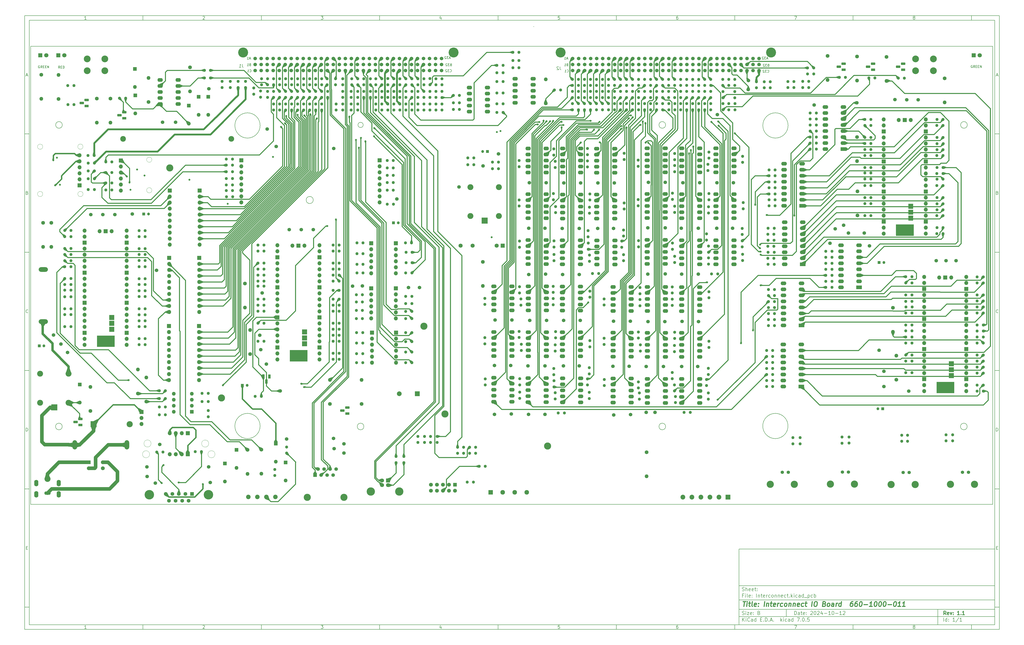
<source format=gbl>
G04 #@! TF.GenerationSoftware,KiCad,Pcbnew,7.0.5*
G04 #@! TF.CreationDate,2024-10-27T20:03:41-04:00*
G04 #@! TF.ProjectId,Interconnect,496e7465-7263-46f6-9e6e-6563742e6b69,1.1*
G04 #@! TF.SameCoordinates,Original*
G04 #@! TF.FileFunction,Copper,L4,Bot*
G04 #@! TF.FilePolarity,Positive*
%FSLAX46Y46*%
G04 Gerber Fmt 4.6, Leading zero omitted, Abs format (unit mm)*
G04 Created by KiCad (PCBNEW 7.0.5) date 2024-10-27 20:03:41*
%MOMM*%
%LPD*%
G01*
G04 APERTURE LIST*
G04 Aperture macros list*
%AMRoundRect*
0 Rectangle with rounded corners*
0 $1 Rounding radius*
0 $2 $3 $4 $5 $6 $7 $8 $9 X,Y pos of 4 corners*
0 Add a 4 corners polygon primitive as box body*
4,1,4,$2,$3,$4,$5,$6,$7,$8,$9,$2,$3,0*
0 Add four circle primitives for the rounded corners*
1,1,$1+$1,$2,$3*
1,1,$1+$1,$4,$5*
1,1,$1+$1,$6,$7*
1,1,$1+$1,$8,$9*
0 Add four rect primitives between the rounded corners*
20,1,$1+$1,$2,$3,$4,$5,0*
20,1,$1+$1,$4,$5,$6,$7,0*
20,1,$1+$1,$6,$7,$8,$9,0*
20,1,$1+$1,$8,$9,$2,$3,0*%
G04 Aperture macros list end*
%ADD10C,0.100000*%
%ADD11C,0.150000*%
%ADD12C,0.300000*%
%ADD13C,0.400000*%
G04 #@! TA.AperFunction,NonConductor*
%ADD14C,0.150000*%
G04 #@! TD*
G04 #@! TA.AperFunction,ComponentPad*
%ADD15C,1.300000*%
G04 #@! TD*
G04 #@! TA.AperFunction,ComponentPad*
%ADD16R,1.650000X1.650000*%
G04 #@! TD*
G04 #@! TA.AperFunction,ComponentPad*
%ADD17C,1.650000*%
G04 #@! TD*
G04 #@! TA.AperFunction,ComponentPad*
%ADD18C,1.500000*%
G04 #@! TD*
G04 #@! TA.AperFunction,ComponentPad*
%ADD19C,2.400000*%
G04 #@! TD*
G04 #@! TA.AperFunction,ComponentPad*
%ADD20O,2.400000X2.400000*%
G04 #@! TD*
G04 #@! TA.AperFunction,ComponentPad*
%ADD21R,2.400000X1.600000*%
G04 #@! TD*
G04 #@! TA.AperFunction,ComponentPad*
%ADD22O,2.400000X1.600000*%
G04 #@! TD*
G04 #@! TA.AperFunction,ComponentPad*
%ADD23C,1.600000*%
G04 #@! TD*
G04 #@! TA.AperFunction,ComponentPad*
%ADD24O,1.600000X1.600000*%
G04 #@! TD*
G04 #@! TA.AperFunction,ComponentPad*
%ADD25O,2.300000X1.600000*%
G04 #@! TD*
G04 #@! TA.AperFunction,ComponentPad*
%ADD26R,1.700000X1.700000*%
G04 #@! TD*
G04 #@! TA.AperFunction,ComponentPad*
%ADD27O,1.700000X1.700000*%
G04 #@! TD*
G04 #@! TA.AperFunction,ComponentPad*
%ADD28R,1.800000X1.100000*%
G04 #@! TD*
G04 #@! TA.AperFunction,ComponentPad*
%ADD29RoundRect,0.275000X0.625000X-0.275000X0.625000X0.275000X-0.625000X0.275000X-0.625000X-0.275000X0*%
G04 #@! TD*
G04 #@! TA.AperFunction,ComponentPad*
%ADD30R,2.025000X2.025000*%
G04 #@! TD*
G04 #@! TA.AperFunction,ComponentPad*
%ADD31C,2.025000*%
G04 #@! TD*
G04 #@! TA.AperFunction,ComponentPad*
%ADD32R,1.600000X1.600000*%
G04 #@! TD*
G04 #@! TA.AperFunction,ComponentPad*
%ADD33C,3.000000*%
G04 #@! TD*
G04 #@! TA.AperFunction,ComponentPad*
%ADD34R,1.200000X1.200000*%
G04 #@! TD*
G04 #@! TA.AperFunction,ComponentPad*
%ADD35C,1.200000*%
G04 #@! TD*
G04 #@! TA.AperFunction,ComponentPad*
%ADD36C,4.200000*%
G04 #@! TD*
G04 #@! TA.AperFunction,ComponentPad*
%ADD37R,1.500000X1.500000*%
G04 #@! TD*
G04 #@! TA.AperFunction,ComponentPad*
%ADD38R,2.500000X2.500000*%
G04 #@! TD*
G04 #@! TA.AperFunction,ComponentPad*
%ADD39O,2.500000X2.500000*%
G04 #@! TD*
G04 #@! TA.AperFunction,ComponentPad*
%ADD40C,4.000000*%
G04 #@! TD*
G04 #@! TA.AperFunction,ComponentPad*
%ADD41C,1.905000*%
G04 #@! TD*
G04 #@! TA.AperFunction,ComponentPad*
%ADD42C,1.700000*%
G04 #@! TD*
G04 #@! TA.AperFunction,ComponentPad*
%ADD43C,3.500000*%
G04 #@! TD*
G04 #@! TA.AperFunction,ComponentPad*
%ADD44O,3.900000X1.950000*%
G04 #@! TD*
G04 #@! TA.AperFunction,ComponentPad*
%ADD45C,1.398000*%
G04 #@! TD*
G04 #@! TA.AperFunction,ComponentPad*
%ADD46C,3.015000*%
G04 #@! TD*
G04 #@! TA.AperFunction,ComponentPad*
%ADD47R,1.800000X1.800000*%
G04 #@! TD*
G04 #@! TA.AperFunction,ComponentPad*
%ADD48C,1.800000*%
G04 #@! TD*
G04 #@! TA.AperFunction,ComponentPad*
%ADD49R,2.600000X2.600000*%
G04 #@! TD*
G04 #@! TA.AperFunction,ComponentPad*
%ADD50O,2.600000X2.600000*%
G04 #@! TD*
G04 #@! TA.AperFunction,ComponentPad*
%ADD51C,2.850000*%
G04 #@! TD*
G04 #@! TA.AperFunction,ComponentPad*
%ADD52C,2.550000*%
G04 #@! TD*
G04 #@! TA.AperFunction,ComponentPad*
%ADD53O,2.700002X1.400000*%
G04 #@! TD*
G04 #@! TA.AperFunction,ComponentPad*
%ADD54O,1.750000X2.750000*%
G04 #@! TD*
G04 #@! TA.AperFunction,ComponentPad*
%ADD55R,1.950000X1.950000*%
G04 #@! TD*
G04 #@! TA.AperFunction,ComponentPad*
%ADD56C,1.950000*%
G04 #@! TD*
G04 #@! TA.AperFunction,ComponentPad*
%ADD57R,1.725000X1.725000*%
G04 #@! TD*
G04 #@! TA.AperFunction,ComponentPad*
%ADD58C,1.725000*%
G04 #@! TD*
G04 #@! TA.AperFunction,ComponentPad*
%ADD59O,1.950000X3.900000*%
G04 #@! TD*
G04 #@! TA.AperFunction,ComponentPad*
%ADD60R,2.000000X2.000000*%
G04 #@! TD*
G04 #@! TA.AperFunction,ComponentPad*
%ADD61C,2.000000*%
G04 #@! TD*
G04 #@! TA.AperFunction,ComponentPad*
%ADD62R,1.100000X1.800000*%
G04 #@! TD*
G04 #@! TA.AperFunction,ComponentPad*
%ADD63RoundRect,0.275000X0.275000X0.625000X-0.275000X0.625000X-0.275000X-0.625000X0.275000X-0.625000X0*%
G04 #@! TD*
G04 #@! TA.AperFunction,ViaPad*
%ADD64C,0.800000*%
G04 #@! TD*
G04 #@! TA.AperFunction,Conductor*
%ADD65C,0.600000*%
G04 #@! TD*
G04 #@! TA.AperFunction,Conductor*
%ADD66C,0.400000*%
G04 #@! TD*
G04 #@! TA.AperFunction,Conductor*
%ADD67C,1.500000*%
G04 #@! TD*
G04 #@! TA.AperFunction,Conductor*
%ADD68C,0.800000*%
G04 #@! TD*
G04 #@! TA.AperFunction,Conductor*
%ADD69C,0.762000*%
G04 #@! TD*
G04 #@! TA.AperFunction,Conductor*
%ADD70C,1.000000*%
G04 #@! TD*
G04 #@! TA.AperFunction,Profile*
%ADD71C,0.100000*%
G04 #@! TD*
G04 #@! TA.AperFunction,Profile*
%ADD72C,0.160000*%
G04 #@! TD*
G04 APERTURE END LIST*
D10*
D11*
X311800000Y-235400000D02*
X419800000Y-235400000D01*
X419800000Y-267400000D01*
X311800000Y-267400000D01*
X311800000Y-235400000D01*
D10*
D11*
X10000000Y-10000000D02*
X421800000Y-10000000D01*
X421800000Y-269400000D01*
X10000000Y-269400000D01*
X10000000Y-10000000D01*
D10*
D11*
X12000000Y-12000000D02*
X419800000Y-12000000D01*
X419800000Y-267400000D01*
X12000000Y-267400000D01*
X12000000Y-12000000D01*
D10*
D11*
X60000000Y-12000000D02*
X60000000Y-10000000D01*
D10*
D11*
X110000000Y-12000000D02*
X110000000Y-10000000D01*
D10*
D11*
X160000000Y-12000000D02*
X160000000Y-10000000D01*
D10*
D11*
X210000000Y-12000000D02*
X210000000Y-10000000D01*
D10*
D11*
X260000000Y-12000000D02*
X260000000Y-10000000D01*
D10*
D11*
X310000000Y-12000000D02*
X310000000Y-10000000D01*
D10*
D11*
X360000000Y-12000000D02*
X360000000Y-10000000D01*
D10*
D11*
X410000000Y-12000000D02*
X410000000Y-10000000D01*
D10*
D11*
X36089160Y-11593604D02*
X35346303Y-11593604D01*
X35717731Y-11593604D02*
X35717731Y-10293604D01*
X35717731Y-10293604D02*
X35593922Y-10479319D01*
X35593922Y-10479319D02*
X35470112Y-10603128D01*
X35470112Y-10603128D02*
X35346303Y-10665033D01*
D10*
D11*
X85346303Y-10417414D02*
X85408207Y-10355509D01*
X85408207Y-10355509D02*
X85532017Y-10293604D01*
X85532017Y-10293604D02*
X85841541Y-10293604D01*
X85841541Y-10293604D02*
X85965350Y-10355509D01*
X85965350Y-10355509D02*
X86027255Y-10417414D01*
X86027255Y-10417414D02*
X86089160Y-10541223D01*
X86089160Y-10541223D02*
X86089160Y-10665033D01*
X86089160Y-10665033D02*
X86027255Y-10850747D01*
X86027255Y-10850747D02*
X85284398Y-11593604D01*
X85284398Y-11593604D02*
X86089160Y-11593604D01*
D10*
D11*
X135284398Y-10293604D02*
X136089160Y-10293604D01*
X136089160Y-10293604D02*
X135655826Y-10788842D01*
X135655826Y-10788842D02*
X135841541Y-10788842D01*
X135841541Y-10788842D02*
X135965350Y-10850747D01*
X135965350Y-10850747D02*
X136027255Y-10912652D01*
X136027255Y-10912652D02*
X136089160Y-11036461D01*
X136089160Y-11036461D02*
X136089160Y-11345985D01*
X136089160Y-11345985D02*
X136027255Y-11469795D01*
X136027255Y-11469795D02*
X135965350Y-11531700D01*
X135965350Y-11531700D02*
X135841541Y-11593604D01*
X135841541Y-11593604D02*
X135470112Y-11593604D01*
X135470112Y-11593604D02*
X135346303Y-11531700D01*
X135346303Y-11531700D02*
X135284398Y-11469795D01*
D10*
D11*
X185965350Y-10726938D02*
X185965350Y-11593604D01*
X185655826Y-10231700D02*
X185346303Y-11160271D01*
X185346303Y-11160271D02*
X186151064Y-11160271D01*
D10*
D11*
X236027255Y-10293604D02*
X235408207Y-10293604D01*
X235408207Y-10293604D02*
X235346303Y-10912652D01*
X235346303Y-10912652D02*
X235408207Y-10850747D01*
X235408207Y-10850747D02*
X235532017Y-10788842D01*
X235532017Y-10788842D02*
X235841541Y-10788842D01*
X235841541Y-10788842D02*
X235965350Y-10850747D01*
X235965350Y-10850747D02*
X236027255Y-10912652D01*
X236027255Y-10912652D02*
X236089160Y-11036461D01*
X236089160Y-11036461D02*
X236089160Y-11345985D01*
X236089160Y-11345985D02*
X236027255Y-11469795D01*
X236027255Y-11469795D02*
X235965350Y-11531700D01*
X235965350Y-11531700D02*
X235841541Y-11593604D01*
X235841541Y-11593604D02*
X235532017Y-11593604D01*
X235532017Y-11593604D02*
X235408207Y-11531700D01*
X235408207Y-11531700D02*
X235346303Y-11469795D01*
D10*
D11*
X285965350Y-10293604D02*
X285717731Y-10293604D01*
X285717731Y-10293604D02*
X285593922Y-10355509D01*
X285593922Y-10355509D02*
X285532017Y-10417414D01*
X285532017Y-10417414D02*
X285408207Y-10603128D01*
X285408207Y-10603128D02*
X285346303Y-10850747D01*
X285346303Y-10850747D02*
X285346303Y-11345985D01*
X285346303Y-11345985D02*
X285408207Y-11469795D01*
X285408207Y-11469795D02*
X285470112Y-11531700D01*
X285470112Y-11531700D02*
X285593922Y-11593604D01*
X285593922Y-11593604D02*
X285841541Y-11593604D01*
X285841541Y-11593604D02*
X285965350Y-11531700D01*
X285965350Y-11531700D02*
X286027255Y-11469795D01*
X286027255Y-11469795D02*
X286089160Y-11345985D01*
X286089160Y-11345985D02*
X286089160Y-11036461D01*
X286089160Y-11036461D02*
X286027255Y-10912652D01*
X286027255Y-10912652D02*
X285965350Y-10850747D01*
X285965350Y-10850747D02*
X285841541Y-10788842D01*
X285841541Y-10788842D02*
X285593922Y-10788842D01*
X285593922Y-10788842D02*
X285470112Y-10850747D01*
X285470112Y-10850747D02*
X285408207Y-10912652D01*
X285408207Y-10912652D02*
X285346303Y-11036461D01*
D10*
D11*
X335284398Y-10293604D02*
X336151064Y-10293604D01*
X336151064Y-10293604D02*
X335593922Y-11593604D01*
D10*
D11*
X385593922Y-10850747D02*
X385470112Y-10788842D01*
X385470112Y-10788842D02*
X385408207Y-10726938D01*
X385408207Y-10726938D02*
X385346303Y-10603128D01*
X385346303Y-10603128D02*
X385346303Y-10541223D01*
X385346303Y-10541223D02*
X385408207Y-10417414D01*
X385408207Y-10417414D02*
X385470112Y-10355509D01*
X385470112Y-10355509D02*
X385593922Y-10293604D01*
X385593922Y-10293604D02*
X385841541Y-10293604D01*
X385841541Y-10293604D02*
X385965350Y-10355509D01*
X385965350Y-10355509D02*
X386027255Y-10417414D01*
X386027255Y-10417414D02*
X386089160Y-10541223D01*
X386089160Y-10541223D02*
X386089160Y-10603128D01*
X386089160Y-10603128D02*
X386027255Y-10726938D01*
X386027255Y-10726938D02*
X385965350Y-10788842D01*
X385965350Y-10788842D02*
X385841541Y-10850747D01*
X385841541Y-10850747D02*
X385593922Y-10850747D01*
X385593922Y-10850747D02*
X385470112Y-10912652D01*
X385470112Y-10912652D02*
X385408207Y-10974557D01*
X385408207Y-10974557D02*
X385346303Y-11098366D01*
X385346303Y-11098366D02*
X385346303Y-11345985D01*
X385346303Y-11345985D02*
X385408207Y-11469795D01*
X385408207Y-11469795D02*
X385470112Y-11531700D01*
X385470112Y-11531700D02*
X385593922Y-11593604D01*
X385593922Y-11593604D02*
X385841541Y-11593604D01*
X385841541Y-11593604D02*
X385965350Y-11531700D01*
X385965350Y-11531700D02*
X386027255Y-11469795D01*
X386027255Y-11469795D02*
X386089160Y-11345985D01*
X386089160Y-11345985D02*
X386089160Y-11098366D01*
X386089160Y-11098366D02*
X386027255Y-10974557D01*
X386027255Y-10974557D02*
X385965350Y-10912652D01*
X385965350Y-10912652D02*
X385841541Y-10850747D01*
D10*
D11*
X60000000Y-267400000D02*
X60000000Y-269400000D01*
D10*
D11*
X110000000Y-267400000D02*
X110000000Y-269400000D01*
D10*
D11*
X160000000Y-267400000D02*
X160000000Y-269400000D01*
D10*
D11*
X210000000Y-267400000D02*
X210000000Y-269400000D01*
D10*
D11*
X260000000Y-267400000D02*
X260000000Y-269400000D01*
D10*
D11*
X310000000Y-267400000D02*
X310000000Y-269400000D01*
D10*
D11*
X360000000Y-267400000D02*
X360000000Y-269400000D01*
D10*
D11*
X410000000Y-267400000D02*
X410000000Y-269400000D01*
D10*
D11*
X36089160Y-268993604D02*
X35346303Y-268993604D01*
X35717731Y-268993604D02*
X35717731Y-267693604D01*
X35717731Y-267693604D02*
X35593922Y-267879319D01*
X35593922Y-267879319D02*
X35470112Y-268003128D01*
X35470112Y-268003128D02*
X35346303Y-268065033D01*
D10*
D11*
X85346303Y-267817414D02*
X85408207Y-267755509D01*
X85408207Y-267755509D02*
X85532017Y-267693604D01*
X85532017Y-267693604D02*
X85841541Y-267693604D01*
X85841541Y-267693604D02*
X85965350Y-267755509D01*
X85965350Y-267755509D02*
X86027255Y-267817414D01*
X86027255Y-267817414D02*
X86089160Y-267941223D01*
X86089160Y-267941223D02*
X86089160Y-268065033D01*
X86089160Y-268065033D02*
X86027255Y-268250747D01*
X86027255Y-268250747D02*
X85284398Y-268993604D01*
X85284398Y-268993604D02*
X86089160Y-268993604D01*
D10*
D11*
X135284398Y-267693604D02*
X136089160Y-267693604D01*
X136089160Y-267693604D02*
X135655826Y-268188842D01*
X135655826Y-268188842D02*
X135841541Y-268188842D01*
X135841541Y-268188842D02*
X135965350Y-268250747D01*
X135965350Y-268250747D02*
X136027255Y-268312652D01*
X136027255Y-268312652D02*
X136089160Y-268436461D01*
X136089160Y-268436461D02*
X136089160Y-268745985D01*
X136089160Y-268745985D02*
X136027255Y-268869795D01*
X136027255Y-268869795D02*
X135965350Y-268931700D01*
X135965350Y-268931700D02*
X135841541Y-268993604D01*
X135841541Y-268993604D02*
X135470112Y-268993604D01*
X135470112Y-268993604D02*
X135346303Y-268931700D01*
X135346303Y-268931700D02*
X135284398Y-268869795D01*
D10*
D11*
X185965350Y-268126938D02*
X185965350Y-268993604D01*
X185655826Y-267631700D02*
X185346303Y-268560271D01*
X185346303Y-268560271D02*
X186151064Y-268560271D01*
D10*
D11*
X236027255Y-267693604D02*
X235408207Y-267693604D01*
X235408207Y-267693604D02*
X235346303Y-268312652D01*
X235346303Y-268312652D02*
X235408207Y-268250747D01*
X235408207Y-268250747D02*
X235532017Y-268188842D01*
X235532017Y-268188842D02*
X235841541Y-268188842D01*
X235841541Y-268188842D02*
X235965350Y-268250747D01*
X235965350Y-268250747D02*
X236027255Y-268312652D01*
X236027255Y-268312652D02*
X236089160Y-268436461D01*
X236089160Y-268436461D02*
X236089160Y-268745985D01*
X236089160Y-268745985D02*
X236027255Y-268869795D01*
X236027255Y-268869795D02*
X235965350Y-268931700D01*
X235965350Y-268931700D02*
X235841541Y-268993604D01*
X235841541Y-268993604D02*
X235532017Y-268993604D01*
X235532017Y-268993604D02*
X235408207Y-268931700D01*
X235408207Y-268931700D02*
X235346303Y-268869795D01*
D10*
D11*
X285965350Y-267693604D02*
X285717731Y-267693604D01*
X285717731Y-267693604D02*
X285593922Y-267755509D01*
X285593922Y-267755509D02*
X285532017Y-267817414D01*
X285532017Y-267817414D02*
X285408207Y-268003128D01*
X285408207Y-268003128D02*
X285346303Y-268250747D01*
X285346303Y-268250747D02*
X285346303Y-268745985D01*
X285346303Y-268745985D02*
X285408207Y-268869795D01*
X285408207Y-268869795D02*
X285470112Y-268931700D01*
X285470112Y-268931700D02*
X285593922Y-268993604D01*
X285593922Y-268993604D02*
X285841541Y-268993604D01*
X285841541Y-268993604D02*
X285965350Y-268931700D01*
X285965350Y-268931700D02*
X286027255Y-268869795D01*
X286027255Y-268869795D02*
X286089160Y-268745985D01*
X286089160Y-268745985D02*
X286089160Y-268436461D01*
X286089160Y-268436461D02*
X286027255Y-268312652D01*
X286027255Y-268312652D02*
X285965350Y-268250747D01*
X285965350Y-268250747D02*
X285841541Y-268188842D01*
X285841541Y-268188842D02*
X285593922Y-268188842D01*
X285593922Y-268188842D02*
X285470112Y-268250747D01*
X285470112Y-268250747D02*
X285408207Y-268312652D01*
X285408207Y-268312652D02*
X285346303Y-268436461D01*
D10*
D11*
X335284398Y-267693604D02*
X336151064Y-267693604D01*
X336151064Y-267693604D02*
X335593922Y-268993604D01*
D10*
D11*
X385593922Y-268250747D02*
X385470112Y-268188842D01*
X385470112Y-268188842D02*
X385408207Y-268126938D01*
X385408207Y-268126938D02*
X385346303Y-268003128D01*
X385346303Y-268003128D02*
X385346303Y-267941223D01*
X385346303Y-267941223D02*
X385408207Y-267817414D01*
X385408207Y-267817414D02*
X385470112Y-267755509D01*
X385470112Y-267755509D02*
X385593922Y-267693604D01*
X385593922Y-267693604D02*
X385841541Y-267693604D01*
X385841541Y-267693604D02*
X385965350Y-267755509D01*
X385965350Y-267755509D02*
X386027255Y-267817414D01*
X386027255Y-267817414D02*
X386089160Y-267941223D01*
X386089160Y-267941223D02*
X386089160Y-268003128D01*
X386089160Y-268003128D02*
X386027255Y-268126938D01*
X386027255Y-268126938D02*
X385965350Y-268188842D01*
X385965350Y-268188842D02*
X385841541Y-268250747D01*
X385841541Y-268250747D02*
X385593922Y-268250747D01*
X385593922Y-268250747D02*
X385470112Y-268312652D01*
X385470112Y-268312652D02*
X385408207Y-268374557D01*
X385408207Y-268374557D02*
X385346303Y-268498366D01*
X385346303Y-268498366D02*
X385346303Y-268745985D01*
X385346303Y-268745985D02*
X385408207Y-268869795D01*
X385408207Y-268869795D02*
X385470112Y-268931700D01*
X385470112Y-268931700D02*
X385593922Y-268993604D01*
X385593922Y-268993604D02*
X385841541Y-268993604D01*
X385841541Y-268993604D02*
X385965350Y-268931700D01*
X385965350Y-268931700D02*
X386027255Y-268869795D01*
X386027255Y-268869795D02*
X386089160Y-268745985D01*
X386089160Y-268745985D02*
X386089160Y-268498366D01*
X386089160Y-268498366D02*
X386027255Y-268374557D01*
X386027255Y-268374557D02*
X385965350Y-268312652D01*
X385965350Y-268312652D02*
X385841541Y-268250747D01*
D10*
D11*
X10000000Y-60000000D02*
X12000000Y-60000000D01*
D10*
D11*
X10000000Y-110000000D02*
X12000000Y-110000000D01*
D10*
D11*
X10000000Y-160000000D02*
X12000000Y-160000000D01*
D10*
D11*
X10000000Y-210000000D02*
X12000000Y-210000000D01*
D10*
D11*
X10000000Y-260000000D02*
X12000000Y-260000000D01*
D10*
D11*
X10690476Y-35222176D02*
X11309523Y-35222176D01*
X10566666Y-35593604D02*
X10999999Y-34293604D01*
X10999999Y-34293604D02*
X11433333Y-35593604D01*
D10*
D11*
X11092857Y-84912652D02*
X11278571Y-84974557D01*
X11278571Y-84974557D02*
X11340476Y-85036461D01*
X11340476Y-85036461D02*
X11402380Y-85160271D01*
X11402380Y-85160271D02*
X11402380Y-85345985D01*
X11402380Y-85345985D02*
X11340476Y-85469795D01*
X11340476Y-85469795D02*
X11278571Y-85531700D01*
X11278571Y-85531700D02*
X11154761Y-85593604D01*
X11154761Y-85593604D02*
X10659523Y-85593604D01*
X10659523Y-85593604D02*
X10659523Y-84293604D01*
X10659523Y-84293604D02*
X11092857Y-84293604D01*
X11092857Y-84293604D02*
X11216666Y-84355509D01*
X11216666Y-84355509D02*
X11278571Y-84417414D01*
X11278571Y-84417414D02*
X11340476Y-84541223D01*
X11340476Y-84541223D02*
X11340476Y-84665033D01*
X11340476Y-84665033D02*
X11278571Y-84788842D01*
X11278571Y-84788842D02*
X11216666Y-84850747D01*
X11216666Y-84850747D02*
X11092857Y-84912652D01*
X11092857Y-84912652D02*
X10659523Y-84912652D01*
D10*
D11*
X11402380Y-135469795D02*
X11340476Y-135531700D01*
X11340476Y-135531700D02*
X11154761Y-135593604D01*
X11154761Y-135593604D02*
X11030952Y-135593604D01*
X11030952Y-135593604D02*
X10845238Y-135531700D01*
X10845238Y-135531700D02*
X10721428Y-135407890D01*
X10721428Y-135407890D02*
X10659523Y-135284080D01*
X10659523Y-135284080D02*
X10597619Y-135036461D01*
X10597619Y-135036461D02*
X10597619Y-134850747D01*
X10597619Y-134850747D02*
X10659523Y-134603128D01*
X10659523Y-134603128D02*
X10721428Y-134479319D01*
X10721428Y-134479319D02*
X10845238Y-134355509D01*
X10845238Y-134355509D02*
X11030952Y-134293604D01*
X11030952Y-134293604D02*
X11154761Y-134293604D01*
X11154761Y-134293604D02*
X11340476Y-134355509D01*
X11340476Y-134355509D02*
X11402380Y-134417414D01*
D10*
D11*
X10659523Y-185593604D02*
X10659523Y-184293604D01*
X10659523Y-184293604D02*
X10969047Y-184293604D01*
X10969047Y-184293604D02*
X11154761Y-184355509D01*
X11154761Y-184355509D02*
X11278571Y-184479319D01*
X11278571Y-184479319D02*
X11340476Y-184603128D01*
X11340476Y-184603128D02*
X11402380Y-184850747D01*
X11402380Y-184850747D02*
X11402380Y-185036461D01*
X11402380Y-185036461D02*
X11340476Y-185284080D01*
X11340476Y-185284080D02*
X11278571Y-185407890D01*
X11278571Y-185407890D02*
X11154761Y-185531700D01*
X11154761Y-185531700D02*
X10969047Y-185593604D01*
X10969047Y-185593604D02*
X10659523Y-185593604D01*
D10*
D11*
X10721428Y-234912652D02*
X11154762Y-234912652D01*
X11340476Y-235593604D02*
X10721428Y-235593604D01*
X10721428Y-235593604D02*
X10721428Y-234293604D01*
X10721428Y-234293604D02*
X11340476Y-234293604D01*
D10*
D11*
X421800000Y-60000000D02*
X419800000Y-60000000D01*
D10*
D11*
X421800000Y-110000000D02*
X419800000Y-110000000D01*
D10*
D11*
X421800000Y-160000000D02*
X419800000Y-160000000D01*
D10*
D11*
X421800000Y-210000000D02*
X419800000Y-210000000D01*
D10*
D11*
X421800000Y-260000000D02*
X419800000Y-260000000D01*
D10*
D11*
X420490476Y-35222176D02*
X421109523Y-35222176D01*
X420366666Y-35593604D02*
X420799999Y-34293604D01*
X420799999Y-34293604D02*
X421233333Y-35593604D01*
D10*
D11*
X420892857Y-84912652D02*
X421078571Y-84974557D01*
X421078571Y-84974557D02*
X421140476Y-85036461D01*
X421140476Y-85036461D02*
X421202380Y-85160271D01*
X421202380Y-85160271D02*
X421202380Y-85345985D01*
X421202380Y-85345985D02*
X421140476Y-85469795D01*
X421140476Y-85469795D02*
X421078571Y-85531700D01*
X421078571Y-85531700D02*
X420954761Y-85593604D01*
X420954761Y-85593604D02*
X420459523Y-85593604D01*
X420459523Y-85593604D02*
X420459523Y-84293604D01*
X420459523Y-84293604D02*
X420892857Y-84293604D01*
X420892857Y-84293604D02*
X421016666Y-84355509D01*
X421016666Y-84355509D02*
X421078571Y-84417414D01*
X421078571Y-84417414D02*
X421140476Y-84541223D01*
X421140476Y-84541223D02*
X421140476Y-84665033D01*
X421140476Y-84665033D02*
X421078571Y-84788842D01*
X421078571Y-84788842D02*
X421016666Y-84850747D01*
X421016666Y-84850747D02*
X420892857Y-84912652D01*
X420892857Y-84912652D02*
X420459523Y-84912652D01*
D10*
D11*
X421202380Y-135469795D02*
X421140476Y-135531700D01*
X421140476Y-135531700D02*
X420954761Y-135593604D01*
X420954761Y-135593604D02*
X420830952Y-135593604D01*
X420830952Y-135593604D02*
X420645238Y-135531700D01*
X420645238Y-135531700D02*
X420521428Y-135407890D01*
X420521428Y-135407890D02*
X420459523Y-135284080D01*
X420459523Y-135284080D02*
X420397619Y-135036461D01*
X420397619Y-135036461D02*
X420397619Y-134850747D01*
X420397619Y-134850747D02*
X420459523Y-134603128D01*
X420459523Y-134603128D02*
X420521428Y-134479319D01*
X420521428Y-134479319D02*
X420645238Y-134355509D01*
X420645238Y-134355509D02*
X420830952Y-134293604D01*
X420830952Y-134293604D02*
X420954761Y-134293604D01*
X420954761Y-134293604D02*
X421140476Y-134355509D01*
X421140476Y-134355509D02*
X421202380Y-134417414D01*
D10*
D11*
X420459523Y-185593604D02*
X420459523Y-184293604D01*
X420459523Y-184293604D02*
X420769047Y-184293604D01*
X420769047Y-184293604D02*
X420954761Y-184355509D01*
X420954761Y-184355509D02*
X421078571Y-184479319D01*
X421078571Y-184479319D02*
X421140476Y-184603128D01*
X421140476Y-184603128D02*
X421202380Y-184850747D01*
X421202380Y-184850747D02*
X421202380Y-185036461D01*
X421202380Y-185036461D02*
X421140476Y-185284080D01*
X421140476Y-185284080D02*
X421078571Y-185407890D01*
X421078571Y-185407890D02*
X420954761Y-185531700D01*
X420954761Y-185531700D02*
X420769047Y-185593604D01*
X420769047Y-185593604D02*
X420459523Y-185593604D01*
D10*
D11*
X420521428Y-234912652D02*
X420954762Y-234912652D01*
X421140476Y-235593604D02*
X420521428Y-235593604D01*
X420521428Y-235593604D02*
X420521428Y-234293604D01*
X420521428Y-234293604D02*
X421140476Y-234293604D01*
D10*
D11*
X335255826Y-263186128D02*
X335255826Y-261686128D01*
X335255826Y-261686128D02*
X335612969Y-261686128D01*
X335612969Y-261686128D02*
X335827255Y-261757557D01*
X335827255Y-261757557D02*
X335970112Y-261900414D01*
X335970112Y-261900414D02*
X336041541Y-262043271D01*
X336041541Y-262043271D02*
X336112969Y-262328985D01*
X336112969Y-262328985D02*
X336112969Y-262543271D01*
X336112969Y-262543271D02*
X336041541Y-262828985D01*
X336041541Y-262828985D02*
X335970112Y-262971842D01*
X335970112Y-262971842D02*
X335827255Y-263114700D01*
X335827255Y-263114700D02*
X335612969Y-263186128D01*
X335612969Y-263186128D02*
X335255826Y-263186128D01*
X337398684Y-263186128D02*
X337398684Y-262400414D01*
X337398684Y-262400414D02*
X337327255Y-262257557D01*
X337327255Y-262257557D02*
X337184398Y-262186128D01*
X337184398Y-262186128D02*
X336898684Y-262186128D01*
X336898684Y-262186128D02*
X336755826Y-262257557D01*
X337398684Y-263114700D02*
X337255826Y-263186128D01*
X337255826Y-263186128D02*
X336898684Y-263186128D01*
X336898684Y-263186128D02*
X336755826Y-263114700D01*
X336755826Y-263114700D02*
X336684398Y-262971842D01*
X336684398Y-262971842D02*
X336684398Y-262828985D01*
X336684398Y-262828985D02*
X336755826Y-262686128D01*
X336755826Y-262686128D02*
X336898684Y-262614700D01*
X336898684Y-262614700D02*
X337255826Y-262614700D01*
X337255826Y-262614700D02*
X337398684Y-262543271D01*
X337898684Y-262186128D02*
X338470112Y-262186128D01*
X338112969Y-261686128D02*
X338112969Y-262971842D01*
X338112969Y-262971842D02*
X338184398Y-263114700D01*
X338184398Y-263114700D02*
X338327255Y-263186128D01*
X338327255Y-263186128D02*
X338470112Y-263186128D01*
X339541541Y-263114700D02*
X339398684Y-263186128D01*
X339398684Y-263186128D02*
X339112970Y-263186128D01*
X339112970Y-263186128D02*
X338970112Y-263114700D01*
X338970112Y-263114700D02*
X338898684Y-262971842D01*
X338898684Y-262971842D02*
X338898684Y-262400414D01*
X338898684Y-262400414D02*
X338970112Y-262257557D01*
X338970112Y-262257557D02*
X339112970Y-262186128D01*
X339112970Y-262186128D02*
X339398684Y-262186128D01*
X339398684Y-262186128D02*
X339541541Y-262257557D01*
X339541541Y-262257557D02*
X339612970Y-262400414D01*
X339612970Y-262400414D02*
X339612970Y-262543271D01*
X339612970Y-262543271D02*
X338898684Y-262686128D01*
X340255826Y-263043271D02*
X340327255Y-263114700D01*
X340327255Y-263114700D02*
X340255826Y-263186128D01*
X340255826Y-263186128D02*
X340184398Y-263114700D01*
X340184398Y-263114700D02*
X340255826Y-263043271D01*
X340255826Y-263043271D02*
X340255826Y-263186128D01*
X340255826Y-262257557D02*
X340327255Y-262328985D01*
X340327255Y-262328985D02*
X340255826Y-262400414D01*
X340255826Y-262400414D02*
X340184398Y-262328985D01*
X340184398Y-262328985D02*
X340255826Y-262257557D01*
X340255826Y-262257557D02*
X340255826Y-262400414D01*
X342041541Y-261828985D02*
X342112969Y-261757557D01*
X342112969Y-261757557D02*
X342255827Y-261686128D01*
X342255827Y-261686128D02*
X342612969Y-261686128D01*
X342612969Y-261686128D02*
X342755827Y-261757557D01*
X342755827Y-261757557D02*
X342827255Y-261828985D01*
X342827255Y-261828985D02*
X342898684Y-261971842D01*
X342898684Y-261971842D02*
X342898684Y-262114700D01*
X342898684Y-262114700D02*
X342827255Y-262328985D01*
X342827255Y-262328985D02*
X341970112Y-263186128D01*
X341970112Y-263186128D02*
X342898684Y-263186128D01*
X343827255Y-261686128D02*
X343970112Y-261686128D01*
X343970112Y-261686128D02*
X344112969Y-261757557D01*
X344112969Y-261757557D02*
X344184398Y-261828985D01*
X344184398Y-261828985D02*
X344255826Y-261971842D01*
X344255826Y-261971842D02*
X344327255Y-262257557D01*
X344327255Y-262257557D02*
X344327255Y-262614700D01*
X344327255Y-262614700D02*
X344255826Y-262900414D01*
X344255826Y-262900414D02*
X344184398Y-263043271D01*
X344184398Y-263043271D02*
X344112969Y-263114700D01*
X344112969Y-263114700D02*
X343970112Y-263186128D01*
X343970112Y-263186128D02*
X343827255Y-263186128D01*
X343827255Y-263186128D02*
X343684398Y-263114700D01*
X343684398Y-263114700D02*
X343612969Y-263043271D01*
X343612969Y-263043271D02*
X343541540Y-262900414D01*
X343541540Y-262900414D02*
X343470112Y-262614700D01*
X343470112Y-262614700D02*
X343470112Y-262257557D01*
X343470112Y-262257557D02*
X343541540Y-261971842D01*
X343541540Y-261971842D02*
X343612969Y-261828985D01*
X343612969Y-261828985D02*
X343684398Y-261757557D01*
X343684398Y-261757557D02*
X343827255Y-261686128D01*
X344898683Y-261828985D02*
X344970111Y-261757557D01*
X344970111Y-261757557D02*
X345112969Y-261686128D01*
X345112969Y-261686128D02*
X345470111Y-261686128D01*
X345470111Y-261686128D02*
X345612969Y-261757557D01*
X345612969Y-261757557D02*
X345684397Y-261828985D01*
X345684397Y-261828985D02*
X345755826Y-261971842D01*
X345755826Y-261971842D02*
X345755826Y-262114700D01*
X345755826Y-262114700D02*
X345684397Y-262328985D01*
X345684397Y-262328985D02*
X344827254Y-263186128D01*
X344827254Y-263186128D02*
X345755826Y-263186128D01*
X347041540Y-262186128D02*
X347041540Y-263186128D01*
X346684397Y-261614700D02*
X346327254Y-262686128D01*
X346327254Y-262686128D02*
X347255825Y-262686128D01*
X347827253Y-262614700D02*
X348970111Y-262614700D01*
X350470111Y-263186128D02*
X349612968Y-263186128D01*
X350041539Y-263186128D02*
X350041539Y-261686128D01*
X350041539Y-261686128D02*
X349898682Y-261900414D01*
X349898682Y-261900414D02*
X349755825Y-262043271D01*
X349755825Y-262043271D02*
X349612968Y-262114700D01*
X351398682Y-261686128D02*
X351541539Y-261686128D01*
X351541539Y-261686128D02*
X351684396Y-261757557D01*
X351684396Y-261757557D02*
X351755825Y-261828985D01*
X351755825Y-261828985D02*
X351827253Y-261971842D01*
X351827253Y-261971842D02*
X351898682Y-262257557D01*
X351898682Y-262257557D02*
X351898682Y-262614700D01*
X351898682Y-262614700D02*
X351827253Y-262900414D01*
X351827253Y-262900414D02*
X351755825Y-263043271D01*
X351755825Y-263043271D02*
X351684396Y-263114700D01*
X351684396Y-263114700D02*
X351541539Y-263186128D01*
X351541539Y-263186128D02*
X351398682Y-263186128D01*
X351398682Y-263186128D02*
X351255825Y-263114700D01*
X351255825Y-263114700D02*
X351184396Y-263043271D01*
X351184396Y-263043271D02*
X351112967Y-262900414D01*
X351112967Y-262900414D02*
X351041539Y-262614700D01*
X351041539Y-262614700D02*
X351041539Y-262257557D01*
X351041539Y-262257557D02*
X351112967Y-261971842D01*
X351112967Y-261971842D02*
X351184396Y-261828985D01*
X351184396Y-261828985D02*
X351255825Y-261757557D01*
X351255825Y-261757557D02*
X351398682Y-261686128D01*
X352541538Y-262614700D02*
X353684396Y-262614700D01*
X355184396Y-263186128D02*
X354327253Y-263186128D01*
X354755824Y-263186128D02*
X354755824Y-261686128D01*
X354755824Y-261686128D02*
X354612967Y-261900414D01*
X354612967Y-261900414D02*
X354470110Y-262043271D01*
X354470110Y-262043271D02*
X354327253Y-262114700D01*
X355755824Y-261828985D02*
X355827252Y-261757557D01*
X355827252Y-261757557D02*
X355970110Y-261686128D01*
X355970110Y-261686128D02*
X356327252Y-261686128D01*
X356327252Y-261686128D02*
X356470110Y-261757557D01*
X356470110Y-261757557D02*
X356541538Y-261828985D01*
X356541538Y-261828985D02*
X356612967Y-261971842D01*
X356612967Y-261971842D02*
X356612967Y-262114700D01*
X356612967Y-262114700D02*
X356541538Y-262328985D01*
X356541538Y-262328985D02*
X355684395Y-263186128D01*
X355684395Y-263186128D02*
X356612967Y-263186128D01*
D10*
D11*
X311800000Y-263900000D02*
X419800000Y-263900000D01*
D10*
D11*
X313255826Y-265986128D02*
X313255826Y-264486128D01*
X314112969Y-265986128D02*
X313470112Y-265128985D01*
X314112969Y-264486128D02*
X313255826Y-265343271D01*
X314755826Y-265986128D02*
X314755826Y-264986128D01*
X314755826Y-264486128D02*
X314684398Y-264557557D01*
X314684398Y-264557557D02*
X314755826Y-264628985D01*
X314755826Y-264628985D02*
X314827255Y-264557557D01*
X314827255Y-264557557D02*
X314755826Y-264486128D01*
X314755826Y-264486128D02*
X314755826Y-264628985D01*
X316327255Y-265843271D02*
X316255827Y-265914700D01*
X316255827Y-265914700D02*
X316041541Y-265986128D01*
X316041541Y-265986128D02*
X315898684Y-265986128D01*
X315898684Y-265986128D02*
X315684398Y-265914700D01*
X315684398Y-265914700D02*
X315541541Y-265771842D01*
X315541541Y-265771842D02*
X315470112Y-265628985D01*
X315470112Y-265628985D02*
X315398684Y-265343271D01*
X315398684Y-265343271D02*
X315398684Y-265128985D01*
X315398684Y-265128985D02*
X315470112Y-264843271D01*
X315470112Y-264843271D02*
X315541541Y-264700414D01*
X315541541Y-264700414D02*
X315684398Y-264557557D01*
X315684398Y-264557557D02*
X315898684Y-264486128D01*
X315898684Y-264486128D02*
X316041541Y-264486128D01*
X316041541Y-264486128D02*
X316255827Y-264557557D01*
X316255827Y-264557557D02*
X316327255Y-264628985D01*
X317612970Y-265986128D02*
X317612970Y-265200414D01*
X317612970Y-265200414D02*
X317541541Y-265057557D01*
X317541541Y-265057557D02*
X317398684Y-264986128D01*
X317398684Y-264986128D02*
X317112970Y-264986128D01*
X317112970Y-264986128D02*
X316970112Y-265057557D01*
X317612970Y-265914700D02*
X317470112Y-265986128D01*
X317470112Y-265986128D02*
X317112970Y-265986128D01*
X317112970Y-265986128D02*
X316970112Y-265914700D01*
X316970112Y-265914700D02*
X316898684Y-265771842D01*
X316898684Y-265771842D02*
X316898684Y-265628985D01*
X316898684Y-265628985D02*
X316970112Y-265486128D01*
X316970112Y-265486128D02*
X317112970Y-265414700D01*
X317112970Y-265414700D02*
X317470112Y-265414700D01*
X317470112Y-265414700D02*
X317612970Y-265343271D01*
X318970113Y-265986128D02*
X318970113Y-264486128D01*
X318970113Y-265914700D02*
X318827255Y-265986128D01*
X318827255Y-265986128D02*
X318541541Y-265986128D01*
X318541541Y-265986128D02*
X318398684Y-265914700D01*
X318398684Y-265914700D02*
X318327255Y-265843271D01*
X318327255Y-265843271D02*
X318255827Y-265700414D01*
X318255827Y-265700414D02*
X318255827Y-265271842D01*
X318255827Y-265271842D02*
X318327255Y-265128985D01*
X318327255Y-265128985D02*
X318398684Y-265057557D01*
X318398684Y-265057557D02*
X318541541Y-264986128D01*
X318541541Y-264986128D02*
X318827255Y-264986128D01*
X318827255Y-264986128D02*
X318970113Y-265057557D01*
X320827255Y-265200414D02*
X321327255Y-265200414D01*
X321541541Y-265986128D02*
X320827255Y-265986128D01*
X320827255Y-265986128D02*
X320827255Y-264486128D01*
X320827255Y-264486128D02*
X321541541Y-264486128D01*
X322184398Y-265843271D02*
X322255827Y-265914700D01*
X322255827Y-265914700D02*
X322184398Y-265986128D01*
X322184398Y-265986128D02*
X322112970Y-265914700D01*
X322112970Y-265914700D02*
X322184398Y-265843271D01*
X322184398Y-265843271D02*
X322184398Y-265986128D01*
X322898684Y-265986128D02*
X322898684Y-264486128D01*
X322898684Y-264486128D02*
X323255827Y-264486128D01*
X323255827Y-264486128D02*
X323470113Y-264557557D01*
X323470113Y-264557557D02*
X323612970Y-264700414D01*
X323612970Y-264700414D02*
X323684399Y-264843271D01*
X323684399Y-264843271D02*
X323755827Y-265128985D01*
X323755827Y-265128985D02*
X323755827Y-265343271D01*
X323755827Y-265343271D02*
X323684399Y-265628985D01*
X323684399Y-265628985D02*
X323612970Y-265771842D01*
X323612970Y-265771842D02*
X323470113Y-265914700D01*
X323470113Y-265914700D02*
X323255827Y-265986128D01*
X323255827Y-265986128D02*
X322898684Y-265986128D01*
X324398684Y-265843271D02*
X324470113Y-265914700D01*
X324470113Y-265914700D02*
X324398684Y-265986128D01*
X324398684Y-265986128D02*
X324327256Y-265914700D01*
X324327256Y-265914700D02*
X324398684Y-265843271D01*
X324398684Y-265843271D02*
X324398684Y-265986128D01*
X325041542Y-265557557D02*
X325755828Y-265557557D01*
X324898685Y-265986128D02*
X325398685Y-264486128D01*
X325398685Y-264486128D02*
X325898685Y-265986128D01*
X326398684Y-265843271D02*
X326470113Y-265914700D01*
X326470113Y-265914700D02*
X326398684Y-265986128D01*
X326398684Y-265986128D02*
X326327256Y-265914700D01*
X326327256Y-265914700D02*
X326398684Y-265843271D01*
X326398684Y-265843271D02*
X326398684Y-265986128D01*
X329398684Y-265986128D02*
X329398684Y-264486128D01*
X329541542Y-265414700D02*
X329970113Y-265986128D01*
X329970113Y-264986128D02*
X329398684Y-265557557D01*
X330612970Y-265986128D02*
X330612970Y-264986128D01*
X330612970Y-264486128D02*
X330541542Y-264557557D01*
X330541542Y-264557557D02*
X330612970Y-264628985D01*
X330612970Y-264628985D02*
X330684399Y-264557557D01*
X330684399Y-264557557D02*
X330612970Y-264486128D01*
X330612970Y-264486128D02*
X330612970Y-264628985D01*
X331970114Y-265914700D02*
X331827256Y-265986128D01*
X331827256Y-265986128D02*
X331541542Y-265986128D01*
X331541542Y-265986128D02*
X331398685Y-265914700D01*
X331398685Y-265914700D02*
X331327256Y-265843271D01*
X331327256Y-265843271D02*
X331255828Y-265700414D01*
X331255828Y-265700414D02*
X331255828Y-265271842D01*
X331255828Y-265271842D02*
X331327256Y-265128985D01*
X331327256Y-265128985D02*
X331398685Y-265057557D01*
X331398685Y-265057557D02*
X331541542Y-264986128D01*
X331541542Y-264986128D02*
X331827256Y-264986128D01*
X331827256Y-264986128D02*
X331970114Y-265057557D01*
X333255828Y-265986128D02*
X333255828Y-265200414D01*
X333255828Y-265200414D02*
X333184399Y-265057557D01*
X333184399Y-265057557D02*
X333041542Y-264986128D01*
X333041542Y-264986128D02*
X332755828Y-264986128D01*
X332755828Y-264986128D02*
X332612970Y-265057557D01*
X333255828Y-265914700D02*
X333112970Y-265986128D01*
X333112970Y-265986128D02*
X332755828Y-265986128D01*
X332755828Y-265986128D02*
X332612970Y-265914700D01*
X332612970Y-265914700D02*
X332541542Y-265771842D01*
X332541542Y-265771842D02*
X332541542Y-265628985D01*
X332541542Y-265628985D02*
X332612970Y-265486128D01*
X332612970Y-265486128D02*
X332755828Y-265414700D01*
X332755828Y-265414700D02*
X333112970Y-265414700D01*
X333112970Y-265414700D02*
X333255828Y-265343271D01*
X334612971Y-265986128D02*
X334612971Y-264486128D01*
X334612971Y-265914700D02*
X334470113Y-265986128D01*
X334470113Y-265986128D02*
X334184399Y-265986128D01*
X334184399Y-265986128D02*
X334041542Y-265914700D01*
X334041542Y-265914700D02*
X333970113Y-265843271D01*
X333970113Y-265843271D02*
X333898685Y-265700414D01*
X333898685Y-265700414D02*
X333898685Y-265271842D01*
X333898685Y-265271842D02*
X333970113Y-265128985D01*
X333970113Y-265128985D02*
X334041542Y-265057557D01*
X334041542Y-265057557D02*
X334184399Y-264986128D01*
X334184399Y-264986128D02*
X334470113Y-264986128D01*
X334470113Y-264986128D02*
X334612971Y-265057557D01*
X336327256Y-264486128D02*
X337327256Y-264486128D01*
X337327256Y-264486128D02*
X336684399Y-265986128D01*
X337898684Y-265843271D02*
X337970113Y-265914700D01*
X337970113Y-265914700D02*
X337898684Y-265986128D01*
X337898684Y-265986128D02*
X337827256Y-265914700D01*
X337827256Y-265914700D02*
X337898684Y-265843271D01*
X337898684Y-265843271D02*
X337898684Y-265986128D01*
X338898685Y-264486128D02*
X339041542Y-264486128D01*
X339041542Y-264486128D02*
X339184399Y-264557557D01*
X339184399Y-264557557D02*
X339255828Y-264628985D01*
X339255828Y-264628985D02*
X339327256Y-264771842D01*
X339327256Y-264771842D02*
X339398685Y-265057557D01*
X339398685Y-265057557D02*
X339398685Y-265414700D01*
X339398685Y-265414700D02*
X339327256Y-265700414D01*
X339327256Y-265700414D02*
X339255828Y-265843271D01*
X339255828Y-265843271D02*
X339184399Y-265914700D01*
X339184399Y-265914700D02*
X339041542Y-265986128D01*
X339041542Y-265986128D02*
X338898685Y-265986128D01*
X338898685Y-265986128D02*
X338755828Y-265914700D01*
X338755828Y-265914700D02*
X338684399Y-265843271D01*
X338684399Y-265843271D02*
X338612970Y-265700414D01*
X338612970Y-265700414D02*
X338541542Y-265414700D01*
X338541542Y-265414700D02*
X338541542Y-265057557D01*
X338541542Y-265057557D02*
X338612970Y-264771842D01*
X338612970Y-264771842D02*
X338684399Y-264628985D01*
X338684399Y-264628985D02*
X338755828Y-264557557D01*
X338755828Y-264557557D02*
X338898685Y-264486128D01*
X340041541Y-265843271D02*
X340112970Y-265914700D01*
X340112970Y-265914700D02*
X340041541Y-265986128D01*
X340041541Y-265986128D02*
X339970113Y-265914700D01*
X339970113Y-265914700D02*
X340041541Y-265843271D01*
X340041541Y-265843271D02*
X340041541Y-265986128D01*
X341470113Y-264486128D02*
X340755827Y-264486128D01*
X340755827Y-264486128D02*
X340684399Y-265200414D01*
X340684399Y-265200414D02*
X340755827Y-265128985D01*
X340755827Y-265128985D02*
X340898685Y-265057557D01*
X340898685Y-265057557D02*
X341255827Y-265057557D01*
X341255827Y-265057557D02*
X341398685Y-265128985D01*
X341398685Y-265128985D02*
X341470113Y-265200414D01*
X341470113Y-265200414D02*
X341541542Y-265343271D01*
X341541542Y-265343271D02*
X341541542Y-265700414D01*
X341541542Y-265700414D02*
X341470113Y-265843271D01*
X341470113Y-265843271D02*
X341398685Y-265914700D01*
X341398685Y-265914700D02*
X341255827Y-265986128D01*
X341255827Y-265986128D02*
X340898685Y-265986128D01*
X340898685Y-265986128D02*
X340755827Y-265914700D01*
X340755827Y-265914700D02*
X340684399Y-265843271D01*
D10*
D11*
X311800000Y-260900000D02*
X419800000Y-260900000D01*
D10*
D12*
X399211653Y-263178328D02*
X398711653Y-262464042D01*
X398354510Y-263178328D02*
X398354510Y-261678328D01*
X398354510Y-261678328D02*
X398925939Y-261678328D01*
X398925939Y-261678328D02*
X399068796Y-261749757D01*
X399068796Y-261749757D02*
X399140225Y-261821185D01*
X399140225Y-261821185D02*
X399211653Y-261964042D01*
X399211653Y-261964042D02*
X399211653Y-262178328D01*
X399211653Y-262178328D02*
X399140225Y-262321185D01*
X399140225Y-262321185D02*
X399068796Y-262392614D01*
X399068796Y-262392614D02*
X398925939Y-262464042D01*
X398925939Y-262464042D02*
X398354510Y-262464042D01*
X400425939Y-263106900D02*
X400283082Y-263178328D01*
X400283082Y-263178328D02*
X399997368Y-263178328D01*
X399997368Y-263178328D02*
X399854510Y-263106900D01*
X399854510Y-263106900D02*
X399783082Y-262964042D01*
X399783082Y-262964042D02*
X399783082Y-262392614D01*
X399783082Y-262392614D02*
X399854510Y-262249757D01*
X399854510Y-262249757D02*
X399997368Y-262178328D01*
X399997368Y-262178328D02*
X400283082Y-262178328D01*
X400283082Y-262178328D02*
X400425939Y-262249757D01*
X400425939Y-262249757D02*
X400497368Y-262392614D01*
X400497368Y-262392614D02*
X400497368Y-262535471D01*
X400497368Y-262535471D02*
X399783082Y-262678328D01*
X400997367Y-262178328D02*
X401354510Y-263178328D01*
X401354510Y-263178328D02*
X401711653Y-262178328D01*
X402283081Y-263035471D02*
X402354510Y-263106900D01*
X402354510Y-263106900D02*
X402283081Y-263178328D01*
X402283081Y-263178328D02*
X402211653Y-263106900D01*
X402211653Y-263106900D02*
X402283081Y-263035471D01*
X402283081Y-263035471D02*
X402283081Y-263178328D01*
X402283081Y-262249757D02*
X402354510Y-262321185D01*
X402354510Y-262321185D02*
X402283081Y-262392614D01*
X402283081Y-262392614D02*
X402211653Y-262321185D01*
X402211653Y-262321185D02*
X402283081Y-262249757D01*
X402283081Y-262249757D02*
X402283081Y-262392614D01*
X404925939Y-263178328D02*
X404068796Y-263178328D01*
X404497367Y-263178328D02*
X404497367Y-261678328D01*
X404497367Y-261678328D02*
X404354510Y-261892614D01*
X404354510Y-261892614D02*
X404211653Y-262035471D01*
X404211653Y-262035471D02*
X404068796Y-262106900D01*
X405568795Y-263035471D02*
X405640224Y-263106900D01*
X405640224Y-263106900D02*
X405568795Y-263178328D01*
X405568795Y-263178328D02*
X405497367Y-263106900D01*
X405497367Y-263106900D02*
X405568795Y-263035471D01*
X405568795Y-263035471D02*
X405568795Y-263178328D01*
X407068796Y-263178328D02*
X406211653Y-263178328D01*
X406640224Y-263178328D02*
X406640224Y-261678328D01*
X406640224Y-261678328D02*
X406497367Y-261892614D01*
X406497367Y-261892614D02*
X406354510Y-262035471D01*
X406354510Y-262035471D02*
X406211653Y-262106900D01*
D10*
D11*
X313184398Y-263114700D02*
X313398684Y-263186128D01*
X313398684Y-263186128D02*
X313755826Y-263186128D01*
X313755826Y-263186128D02*
X313898684Y-263114700D01*
X313898684Y-263114700D02*
X313970112Y-263043271D01*
X313970112Y-263043271D02*
X314041541Y-262900414D01*
X314041541Y-262900414D02*
X314041541Y-262757557D01*
X314041541Y-262757557D02*
X313970112Y-262614700D01*
X313970112Y-262614700D02*
X313898684Y-262543271D01*
X313898684Y-262543271D02*
X313755826Y-262471842D01*
X313755826Y-262471842D02*
X313470112Y-262400414D01*
X313470112Y-262400414D02*
X313327255Y-262328985D01*
X313327255Y-262328985D02*
X313255826Y-262257557D01*
X313255826Y-262257557D02*
X313184398Y-262114700D01*
X313184398Y-262114700D02*
X313184398Y-261971842D01*
X313184398Y-261971842D02*
X313255826Y-261828985D01*
X313255826Y-261828985D02*
X313327255Y-261757557D01*
X313327255Y-261757557D02*
X313470112Y-261686128D01*
X313470112Y-261686128D02*
X313827255Y-261686128D01*
X313827255Y-261686128D02*
X314041541Y-261757557D01*
X314684397Y-263186128D02*
X314684397Y-262186128D01*
X314684397Y-261686128D02*
X314612969Y-261757557D01*
X314612969Y-261757557D02*
X314684397Y-261828985D01*
X314684397Y-261828985D02*
X314755826Y-261757557D01*
X314755826Y-261757557D02*
X314684397Y-261686128D01*
X314684397Y-261686128D02*
X314684397Y-261828985D01*
X315255826Y-262186128D02*
X316041541Y-262186128D01*
X316041541Y-262186128D02*
X315255826Y-263186128D01*
X315255826Y-263186128D02*
X316041541Y-263186128D01*
X317184398Y-263114700D02*
X317041541Y-263186128D01*
X317041541Y-263186128D02*
X316755827Y-263186128D01*
X316755827Y-263186128D02*
X316612969Y-263114700D01*
X316612969Y-263114700D02*
X316541541Y-262971842D01*
X316541541Y-262971842D02*
X316541541Y-262400414D01*
X316541541Y-262400414D02*
X316612969Y-262257557D01*
X316612969Y-262257557D02*
X316755827Y-262186128D01*
X316755827Y-262186128D02*
X317041541Y-262186128D01*
X317041541Y-262186128D02*
X317184398Y-262257557D01*
X317184398Y-262257557D02*
X317255827Y-262400414D01*
X317255827Y-262400414D02*
X317255827Y-262543271D01*
X317255827Y-262543271D02*
X316541541Y-262686128D01*
X317898683Y-263043271D02*
X317970112Y-263114700D01*
X317970112Y-263114700D02*
X317898683Y-263186128D01*
X317898683Y-263186128D02*
X317827255Y-263114700D01*
X317827255Y-263114700D02*
X317898683Y-263043271D01*
X317898683Y-263043271D02*
X317898683Y-263186128D01*
X317898683Y-262257557D02*
X317970112Y-262328985D01*
X317970112Y-262328985D02*
X317898683Y-262400414D01*
X317898683Y-262400414D02*
X317827255Y-262328985D01*
X317827255Y-262328985D02*
X317898683Y-262257557D01*
X317898683Y-262257557D02*
X317898683Y-262400414D01*
X320255826Y-262400414D02*
X320470112Y-262471842D01*
X320470112Y-262471842D02*
X320541541Y-262543271D01*
X320541541Y-262543271D02*
X320612969Y-262686128D01*
X320612969Y-262686128D02*
X320612969Y-262900414D01*
X320612969Y-262900414D02*
X320541541Y-263043271D01*
X320541541Y-263043271D02*
X320470112Y-263114700D01*
X320470112Y-263114700D02*
X320327255Y-263186128D01*
X320327255Y-263186128D02*
X319755826Y-263186128D01*
X319755826Y-263186128D02*
X319755826Y-261686128D01*
X319755826Y-261686128D02*
X320255826Y-261686128D01*
X320255826Y-261686128D02*
X320398684Y-261757557D01*
X320398684Y-261757557D02*
X320470112Y-261828985D01*
X320470112Y-261828985D02*
X320541541Y-261971842D01*
X320541541Y-261971842D02*
X320541541Y-262114700D01*
X320541541Y-262114700D02*
X320470112Y-262257557D01*
X320470112Y-262257557D02*
X320398684Y-262328985D01*
X320398684Y-262328985D02*
X320255826Y-262400414D01*
X320255826Y-262400414D02*
X319755826Y-262400414D01*
D10*
D11*
X398255826Y-265986128D02*
X398255826Y-264486128D01*
X399612970Y-265986128D02*
X399612970Y-264486128D01*
X399612970Y-265914700D02*
X399470112Y-265986128D01*
X399470112Y-265986128D02*
X399184398Y-265986128D01*
X399184398Y-265986128D02*
X399041541Y-265914700D01*
X399041541Y-265914700D02*
X398970112Y-265843271D01*
X398970112Y-265843271D02*
X398898684Y-265700414D01*
X398898684Y-265700414D02*
X398898684Y-265271842D01*
X398898684Y-265271842D02*
X398970112Y-265128985D01*
X398970112Y-265128985D02*
X399041541Y-265057557D01*
X399041541Y-265057557D02*
X399184398Y-264986128D01*
X399184398Y-264986128D02*
X399470112Y-264986128D01*
X399470112Y-264986128D02*
X399612970Y-265057557D01*
X400327255Y-265843271D02*
X400398684Y-265914700D01*
X400398684Y-265914700D02*
X400327255Y-265986128D01*
X400327255Y-265986128D02*
X400255827Y-265914700D01*
X400255827Y-265914700D02*
X400327255Y-265843271D01*
X400327255Y-265843271D02*
X400327255Y-265986128D01*
X400327255Y-265057557D02*
X400398684Y-265128985D01*
X400398684Y-265128985D02*
X400327255Y-265200414D01*
X400327255Y-265200414D02*
X400255827Y-265128985D01*
X400255827Y-265128985D02*
X400327255Y-265057557D01*
X400327255Y-265057557D02*
X400327255Y-265200414D01*
X402970113Y-265986128D02*
X402112970Y-265986128D01*
X402541541Y-265986128D02*
X402541541Y-264486128D01*
X402541541Y-264486128D02*
X402398684Y-264700414D01*
X402398684Y-264700414D02*
X402255827Y-264843271D01*
X402255827Y-264843271D02*
X402112970Y-264914700D01*
X404684398Y-264414700D02*
X403398684Y-266343271D01*
X405970113Y-265986128D02*
X405112970Y-265986128D01*
X405541541Y-265986128D02*
X405541541Y-264486128D01*
X405541541Y-264486128D02*
X405398684Y-264700414D01*
X405398684Y-264700414D02*
X405255827Y-264843271D01*
X405255827Y-264843271D02*
X405112970Y-264914700D01*
D10*
D11*
X311800000Y-256900000D02*
X419800000Y-256900000D01*
D10*
D13*
X313491728Y-257604438D02*
X314634585Y-257604438D01*
X313813157Y-259604438D02*
X314063157Y-257604438D01*
X315051252Y-259604438D02*
X315217919Y-258271104D01*
X315301252Y-257604438D02*
X315194109Y-257699676D01*
X315194109Y-257699676D02*
X315277443Y-257794914D01*
X315277443Y-257794914D02*
X315384586Y-257699676D01*
X315384586Y-257699676D02*
X315301252Y-257604438D01*
X315301252Y-257604438D02*
X315277443Y-257794914D01*
X315884586Y-258271104D02*
X316646490Y-258271104D01*
X316253633Y-257604438D02*
X316039348Y-259318723D01*
X316039348Y-259318723D02*
X316110776Y-259509200D01*
X316110776Y-259509200D02*
X316289348Y-259604438D01*
X316289348Y-259604438D02*
X316479824Y-259604438D01*
X317432205Y-259604438D02*
X317253633Y-259509200D01*
X317253633Y-259509200D02*
X317182205Y-259318723D01*
X317182205Y-259318723D02*
X317396490Y-257604438D01*
X318967919Y-259509200D02*
X318765538Y-259604438D01*
X318765538Y-259604438D02*
X318384585Y-259604438D01*
X318384585Y-259604438D02*
X318206014Y-259509200D01*
X318206014Y-259509200D02*
X318134585Y-259318723D01*
X318134585Y-259318723D02*
X318229824Y-258556819D01*
X318229824Y-258556819D02*
X318348871Y-258366342D01*
X318348871Y-258366342D02*
X318551252Y-258271104D01*
X318551252Y-258271104D02*
X318932204Y-258271104D01*
X318932204Y-258271104D02*
X319110776Y-258366342D01*
X319110776Y-258366342D02*
X319182204Y-258556819D01*
X319182204Y-258556819D02*
X319158395Y-258747295D01*
X319158395Y-258747295D02*
X318182204Y-258937771D01*
X319932205Y-259413961D02*
X320015538Y-259509200D01*
X320015538Y-259509200D02*
X319908395Y-259604438D01*
X319908395Y-259604438D02*
X319825062Y-259509200D01*
X319825062Y-259509200D02*
X319932205Y-259413961D01*
X319932205Y-259413961D02*
X319908395Y-259604438D01*
X320063157Y-258366342D02*
X320146490Y-258461580D01*
X320146490Y-258461580D02*
X320039348Y-258556819D01*
X320039348Y-258556819D02*
X319956014Y-258461580D01*
X319956014Y-258461580D02*
X320063157Y-258366342D01*
X320063157Y-258366342D02*
X320039348Y-258556819D01*
X322384586Y-259604438D02*
X322634586Y-257604438D01*
X323503634Y-258271104D02*
X323336967Y-259604438D01*
X323479824Y-258461580D02*
X323586967Y-258366342D01*
X323586967Y-258366342D02*
X323789348Y-258271104D01*
X323789348Y-258271104D02*
X324075062Y-258271104D01*
X324075062Y-258271104D02*
X324253634Y-258366342D01*
X324253634Y-258366342D02*
X324325062Y-258556819D01*
X324325062Y-258556819D02*
X324194110Y-259604438D01*
X325027444Y-258271104D02*
X325789348Y-258271104D01*
X325396491Y-257604438D02*
X325182206Y-259318723D01*
X325182206Y-259318723D02*
X325253634Y-259509200D01*
X325253634Y-259509200D02*
X325432206Y-259604438D01*
X325432206Y-259604438D02*
X325622682Y-259604438D01*
X327063158Y-259509200D02*
X326860777Y-259604438D01*
X326860777Y-259604438D02*
X326479824Y-259604438D01*
X326479824Y-259604438D02*
X326301253Y-259509200D01*
X326301253Y-259509200D02*
X326229824Y-259318723D01*
X326229824Y-259318723D02*
X326325063Y-258556819D01*
X326325063Y-258556819D02*
X326444110Y-258366342D01*
X326444110Y-258366342D02*
X326646491Y-258271104D01*
X326646491Y-258271104D02*
X327027443Y-258271104D01*
X327027443Y-258271104D02*
X327206015Y-258366342D01*
X327206015Y-258366342D02*
X327277443Y-258556819D01*
X327277443Y-258556819D02*
X327253634Y-258747295D01*
X327253634Y-258747295D02*
X326277443Y-258937771D01*
X328003634Y-259604438D02*
X328170301Y-258271104D01*
X328122682Y-258652057D02*
X328241729Y-258461580D01*
X328241729Y-258461580D02*
X328348872Y-258366342D01*
X328348872Y-258366342D02*
X328551253Y-258271104D01*
X328551253Y-258271104D02*
X328741729Y-258271104D01*
X330110777Y-259509200D02*
X329908396Y-259604438D01*
X329908396Y-259604438D02*
X329527444Y-259604438D01*
X329527444Y-259604438D02*
X329348872Y-259509200D01*
X329348872Y-259509200D02*
X329265539Y-259413961D01*
X329265539Y-259413961D02*
X329194110Y-259223485D01*
X329194110Y-259223485D02*
X329265539Y-258652057D01*
X329265539Y-258652057D02*
X329384586Y-258461580D01*
X329384586Y-258461580D02*
X329491729Y-258366342D01*
X329491729Y-258366342D02*
X329694110Y-258271104D01*
X329694110Y-258271104D02*
X330075063Y-258271104D01*
X330075063Y-258271104D02*
X330253634Y-258366342D01*
X331241730Y-259604438D02*
X331063158Y-259509200D01*
X331063158Y-259509200D02*
X330979825Y-259413961D01*
X330979825Y-259413961D02*
X330908396Y-259223485D01*
X330908396Y-259223485D02*
X330979825Y-258652057D01*
X330979825Y-258652057D02*
X331098872Y-258461580D01*
X331098872Y-258461580D02*
X331206015Y-258366342D01*
X331206015Y-258366342D02*
X331408396Y-258271104D01*
X331408396Y-258271104D02*
X331694110Y-258271104D01*
X331694110Y-258271104D02*
X331872682Y-258366342D01*
X331872682Y-258366342D02*
X331956015Y-258461580D01*
X331956015Y-258461580D02*
X332027444Y-258652057D01*
X332027444Y-258652057D02*
X331956015Y-259223485D01*
X331956015Y-259223485D02*
X331836968Y-259413961D01*
X331836968Y-259413961D02*
X331729825Y-259509200D01*
X331729825Y-259509200D02*
X331527444Y-259604438D01*
X331527444Y-259604438D02*
X331241730Y-259604438D01*
X332932206Y-258271104D02*
X332765539Y-259604438D01*
X332908396Y-258461580D02*
X333015539Y-258366342D01*
X333015539Y-258366342D02*
X333217920Y-258271104D01*
X333217920Y-258271104D02*
X333503634Y-258271104D01*
X333503634Y-258271104D02*
X333682206Y-258366342D01*
X333682206Y-258366342D02*
X333753634Y-258556819D01*
X333753634Y-258556819D02*
X333622682Y-259604438D01*
X334741730Y-258271104D02*
X334575063Y-259604438D01*
X334717920Y-258461580D02*
X334825063Y-258366342D01*
X334825063Y-258366342D02*
X335027444Y-258271104D01*
X335027444Y-258271104D02*
X335313158Y-258271104D01*
X335313158Y-258271104D02*
X335491730Y-258366342D01*
X335491730Y-258366342D02*
X335563158Y-258556819D01*
X335563158Y-258556819D02*
X335432206Y-259604438D01*
X337158397Y-259509200D02*
X336956016Y-259604438D01*
X336956016Y-259604438D02*
X336575063Y-259604438D01*
X336575063Y-259604438D02*
X336396492Y-259509200D01*
X336396492Y-259509200D02*
X336325063Y-259318723D01*
X336325063Y-259318723D02*
X336420302Y-258556819D01*
X336420302Y-258556819D02*
X336539349Y-258366342D01*
X336539349Y-258366342D02*
X336741730Y-258271104D01*
X336741730Y-258271104D02*
X337122682Y-258271104D01*
X337122682Y-258271104D02*
X337301254Y-258366342D01*
X337301254Y-258366342D02*
X337372682Y-258556819D01*
X337372682Y-258556819D02*
X337348873Y-258747295D01*
X337348873Y-258747295D02*
X336372682Y-258937771D01*
X338967921Y-259509200D02*
X338765540Y-259604438D01*
X338765540Y-259604438D02*
X338384588Y-259604438D01*
X338384588Y-259604438D02*
X338206016Y-259509200D01*
X338206016Y-259509200D02*
X338122683Y-259413961D01*
X338122683Y-259413961D02*
X338051254Y-259223485D01*
X338051254Y-259223485D02*
X338122683Y-258652057D01*
X338122683Y-258652057D02*
X338241730Y-258461580D01*
X338241730Y-258461580D02*
X338348873Y-258366342D01*
X338348873Y-258366342D02*
X338551254Y-258271104D01*
X338551254Y-258271104D02*
X338932207Y-258271104D01*
X338932207Y-258271104D02*
X339110778Y-258366342D01*
X339694112Y-258271104D02*
X340456016Y-258271104D01*
X340063159Y-257604438D02*
X339848874Y-259318723D01*
X339848874Y-259318723D02*
X339920302Y-259509200D01*
X339920302Y-259509200D02*
X340098874Y-259604438D01*
X340098874Y-259604438D02*
X340289350Y-259604438D01*
X342479826Y-259604438D02*
X342729826Y-257604438D01*
X344063160Y-257604438D02*
X344444112Y-257604438D01*
X344444112Y-257604438D02*
X344622683Y-257699676D01*
X344622683Y-257699676D02*
X344789350Y-257890152D01*
X344789350Y-257890152D02*
X344836969Y-258271104D01*
X344836969Y-258271104D02*
X344753636Y-258937771D01*
X344753636Y-258937771D02*
X344610779Y-259318723D01*
X344610779Y-259318723D02*
X344396493Y-259509200D01*
X344396493Y-259509200D02*
X344194112Y-259604438D01*
X344194112Y-259604438D02*
X343813160Y-259604438D01*
X343813160Y-259604438D02*
X343634588Y-259509200D01*
X343634588Y-259509200D02*
X343467922Y-259318723D01*
X343467922Y-259318723D02*
X343420302Y-258937771D01*
X343420302Y-258937771D02*
X343503636Y-258271104D01*
X343503636Y-258271104D02*
X343646493Y-257890152D01*
X343646493Y-257890152D02*
X343860779Y-257699676D01*
X343860779Y-257699676D02*
X344063160Y-257604438D01*
X347848874Y-258556819D02*
X348122684Y-258652057D01*
X348122684Y-258652057D02*
X348206017Y-258747295D01*
X348206017Y-258747295D02*
X348277446Y-258937771D01*
X348277446Y-258937771D02*
X348241731Y-259223485D01*
X348241731Y-259223485D02*
X348122684Y-259413961D01*
X348122684Y-259413961D02*
X348015541Y-259509200D01*
X348015541Y-259509200D02*
X347813160Y-259604438D01*
X347813160Y-259604438D02*
X347051255Y-259604438D01*
X347051255Y-259604438D02*
X347301255Y-257604438D01*
X347301255Y-257604438D02*
X347967922Y-257604438D01*
X347967922Y-257604438D02*
X348146493Y-257699676D01*
X348146493Y-257699676D02*
X348229827Y-257794914D01*
X348229827Y-257794914D02*
X348301255Y-257985390D01*
X348301255Y-257985390D02*
X348277446Y-258175866D01*
X348277446Y-258175866D02*
X348158398Y-258366342D01*
X348158398Y-258366342D02*
X348051255Y-258461580D01*
X348051255Y-258461580D02*
X347848874Y-258556819D01*
X347848874Y-258556819D02*
X347182208Y-258556819D01*
X349336970Y-259604438D02*
X349158398Y-259509200D01*
X349158398Y-259509200D02*
X349075065Y-259413961D01*
X349075065Y-259413961D02*
X349003636Y-259223485D01*
X349003636Y-259223485D02*
X349075065Y-258652057D01*
X349075065Y-258652057D02*
X349194112Y-258461580D01*
X349194112Y-258461580D02*
X349301255Y-258366342D01*
X349301255Y-258366342D02*
X349503636Y-258271104D01*
X349503636Y-258271104D02*
X349789350Y-258271104D01*
X349789350Y-258271104D02*
X349967922Y-258366342D01*
X349967922Y-258366342D02*
X350051255Y-258461580D01*
X350051255Y-258461580D02*
X350122684Y-258652057D01*
X350122684Y-258652057D02*
X350051255Y-259223485D01*
X350051255Y-259223485D02*
X349932208Y-259413961D01*
X349932208Y-259413961D02*
X349825065Y-259509200D01*
X349825065Y-259509200D02*
X349622684Y-259604438D01*
X349622684Y-259604438D02*
X349336970Y-259604438D01*
X351717922Y-259604438D02*
X351848874Y-258556819D01*
X351848874Y-258556819D02*
X351777446Y-258366342D01*
X351777446Y-258366342D02*
X351598874Y-258271104D01*
X351598874Y-258271104D02*
X351217922Y-258271104D01*
X351217922Y-258271104D02*
X351015541Y-258366342D01*
X351729827Y-259509200D02*
X351527446Y-259604438D01*
X351527446Y-259604438D02*
X351051255Y-259604438D01*
X351051255Y-259604438D02*
X350872684Y-259509200D01*
X350872684Y-259509200D02*
X350801255Y-259318723D01*
X350801255Y-259318723D02*
X350825065Y-259128247D01*
X350825065Y-259128247D02*
X350944113Y-258937771D01*
X350944113Y-258937771D02*
X351146494Y-258842533D01*
X351146494Y-258842533D02*
X351622684Y-258842533D01*
X351622684Y-258842533D02*
X351825065Y-258747295D01*
X352670303Y-259604438D02*
X352836970Y-258271104D01*
X352789351Y-258652057D02*
X352908398Y-258461580D01*
X352908398Y-258461580D02*
X353015541Y-258366342D01*
X353015541Y-258366342D02*
X353217922Y-258271104D01*
X353217922Y-258271104D02*
X353408398Y-258271104D01*
X354765541Y-259604438D02*
X355015541Y-257604438D01*
X354777446Y-259509200D02*
X354575065Y-259604438D01*
X354575065Y-259604438D02*
X354194113Y-259604438D01*
X354194113Y-259604438D02*
X354015541Y-259509200D01*
X354015541Y-259509200D02*
X353932208Y-259413961D01*
X353932208Y-259413961D02*
X353860779Y-259223485D01*
X353860779Y-259223485D02*
X353932208Y-258652057D01*
X353932208Y-258652057D02*
X354051255Y-258461580D01*
X354051255Y-258461580D02*
X354158398Y-258366342D01*
X354158398Y-258366342D02*
X354360779Y-258271104D01*
X354360779Y-258271104D02*
X354741732Y-258271104D01*
X354741732Y-258271104D02*
X354920303Y-258366342D01*
X359872685Y-257604438D02*
X359491733Y-257604438D01*
X359491733Y-257604438D02*
X359289352Y-257699676D01*
X359289352Y-257699676D02*
X359182209Y-257794914D01*
X359182209Y-257794914D02*
X358956018Y-258080628D01*
X358956018Y-258080628D02*
X358813161Y-258461580D01*
X358813161Y-258461580D02*
X358717923Y-259223485D01*
X358717923Y-259223485D02*
X358789352Y-259413961D01*
X358789352Y-259413961D02*
X358872685Y-259509200D01*
X358872685Y-259509200D02*
X359051257Y-259604438D01*
X359051257Y-259604438D02*
X359432209Y-259604438D01*
X359432209Y-259604438D02*
X359634590Y-259509200D01*
X359634590Y-259509200D02*
X359741733Y-259413961D01*
X359741733Y-259413961D02*
X359860780Y-259223485D01*
X359860780Y-259223485D02*
X359920304Y-258747295D01*
X359920304Y-258747295D02*
X359848876Y-258556819D01*
X359848876Y-258556819D02*
X359765542Y-258461580D01*
X359765542Y-258461580D02*
X359586971Y-258366342D01*
X359586971Y-258366342D02*
X359206018Y-258366342D01*
X359206018Y-258366342D02*
X359003637Y-258461580D01*
X359003637Y-258461580D02*
X358896495Y-258556819D01*
X358896495Y-258556819D02*
X358777447Y-258747295D01*
X361777447Y-257604438D02*
X361396495Y-257604438D01*
X361396495Y-257604438D02*
X361194114Y-257699676D01*
X361194114Y-257699676D02*
X361086971Y-257794914D01*
X361086971Y-257794914D02*
X360860780Y-258080628D01*
X360860780Y-258080628D02*
X360717923Y-258461580D01*
X360717923Y-258461580D02*
X360622685Y-259223485D01*
X360622685Y-259223485D02*
X360694114Y-259413961D01*
X360694114Y-259413961D02*
X360777447Y-259509200D01*
X360777447Y-259509200D02*
X360956019Y-259604438D01*
X360956019Y-259604438D02*
X361336971Y-259604438D01*
X361336971Y-259604438D02*
X361539352Y-259509200D01*
X361539352Y-259509200D02*
X361646495Y-259413961D01*
X361646495Y-259413961D02*
X361765542Y-259223485D01*
X361765542Y-259223485D02*
X361825066Y-258747295D01*
X361825066Y-258747295D02*
X361753638Y-258556819D01*
X361753638Y-258556819D02*
X361670304Y-258461580D01*
X361670304Y-258461580D02*
X361491733Y-258366342D01*
X361491733Y-258366342D02*
X361110780Y-258366342D01*
X361110780Y-258366342D02*
X360908399Y-258461580D01*
X360908399Y-258461580D02*
X360801257Y-258556819D01*
X360801257Y-258556819D02*
X360682209Y-258747295D01*
X363206019Y-257604438D02*
X363396495Y-257604438D01*
X363396495Y-257604438D02*
X363575066Y-257699676D01*
X363575066Y-257699676D02*
X363658400Y-257794914D01*
X363658400Y-257794914D02*
X363729828Y-257985390D01*
X363729828Y-257985390D02*
X363777447Y-258366342D01*
X363777447Y-258366342D02*
X363717923Y-258842533D01*
X363717923Y-258842533D02*
X363575066Y-259223485D01*
X363575066Y-259223485D02*
X363456019Y-259413961D01*
X363456019Y-259413961D02*
X363348876Y-259509200D01*
X363348876Y-259509200D02*
X363146495Y-259604438D01*
X363146495Y-259604438D02*
X362956019Y-259604438D01*
X362956019Y-259604438D02*
X362777447Y-259509200D01*
X362777447Y-259509200D02*
X362694114Y-259413961D01*
X362694114Y-259413961D02*
X362622685Y-259223485D01*
X362622685Y-259223485D02*
X362575066Y-258842533D01*
X362575066Y-258842533D02*
X362634590Y-258366342D01*
X362634590Y-258366342D02*
X362777447Y-257985390D01*
X362777447Y-257985390D02*
X362896495Y-257794914D01*
X362896495Y-257794914D02*
X363003638Y-257699676D01*
X363003638Y-257699676D02*
X363206019Y-257604438D01*
X364575066Y-258842533D02*
X366098876Y-258842533D01*
X368003637Y-259604438D02*
X366860780Y-259604438D01*
X367432209Y-259604438D02*
X367682209Y-257604438D01*
X367682209Y-257604438D02*
X367456018Y-257890152D01*
X367456018Y-257890152D02*
X367241733Y-258080628D01*
X367241733Y-258080628D02*
X367039352Y-258175866D01*
X369491733Y-257604438D02*
X369682209Y-257604438D01*
X369682209Y-257604438D02*
X369860780Y-257699676D01*
X369860780Y-257699676D02*
X369944114Y-257794914D01*
X369944114Y-257794914D02*
X370015542Y-257985390D01*
X370015542Y-257985390D02*
X370063161Y-258366342D01*
X370063161Y-258366342D02*
X370003637Y-258842533D01*
X370003637Y-258842533D02*
X369860780Y-259223485D01*
X369860780Y-259223485D02*
X369741733Y-259413961D01*
X369741733Y-259413961D02*
X369634590Y-259509200D01*
X369634590Y-259509200D02*
X369432209Y-259604438D01*
X369432209Y-259604438D02*
X369241733Y-259604438D01*
X369241733Y-259604438D02*
X369063161Y-259509200D01*
X369063161Y-259509200D02*
X368979828Y-259413961D01*
X368979828Y-259413961D02*
X368908399Y-259223485D01*
X368908399Y-259223485D02*
X368860780Y-258842533D01*
X368860780Y-258842533D02*
X368920304Y-258366342D01*
X368920304Y-258366342D02*
X369063161Y-257985390D01*
X369063161Y-257985390D02*
X369182209Y-257794914D01*
X369182209Y-257794914D02*
X369289352Y-257699676D01*
X369289352Y-257699676D02*
X369491733Y-257604438D01*
X371396495Y-257604438D02*
X371586971Y-257604438D01*
X371586971Y-257604438D02*
X371765542Y-257699676D01*
X371765542Y-257699676D02*
X371848876Y-257794914D01*
X371848876Y-257794914D02*
X371920304Y-257985390D01*
X371920304Y-257985390D02*
X371967923Y-258366342D01*
X371967923Y-258366342D02*
X371908399Y-258842533D01*
X371908399Y-258842533D02*
X371765542Y-259223485D01*
X371765542Y-259223485D02*
X371646495Y-259413961D01*
X371646495Y-259413961D02*
X371539352Y-259509200D01*
X371539352Y-259509200D02*
X371336971Y-259604438D01*
X371336971Y-259604438D02*
X371146495Y-259604438D01*
X371146495Y-259604438D02*
X370967923Y-259509200D01*
X370967923Y-259509200D02*
X370884590Y-259413961D01*
X370884590Y-259413961D02*
X370813161Y-259223485D01*
X370813161Y-259223485D02*
X370765542Y-258842533D01*
X370765542Y-258842533D02*
X370825066Y-258366342D01*
X370825066Y-258366342D02*
X370967923Y-257985390D01*
X370967923Y-257985390D02*
X371086971Y-257794914D01*
X371086971Y-257794914D02*
X371194114Y-257699676D01*
X371194114Y-257699676D02*
X371396495Y-257604438D01*
X373301257Y-257604438D02*
X373491733Y-257604438D01*
X373491733Y-257604438D02*
X373670304Y-257699676D01*
X373670304Y-257699676D02*
X373753638Y-257794914D01*
X373753638Y-257794914D02*
X373825066Y-257985390D01*
X373825066Y-257985390D02*
X373872685Y-258366342D01*
X373872685Y-258366342D02*
X373813161Y-258842533D01*
X373813161Y-258842533D02*
X373670304Y-259223485D01*
X373670304Y-259223485D02*
X373551257Y-259413961D01*
X373551257Y-259413961D02*
X373444114Y-259509200D01*
X373444114Y-259509200D02*
X373241733Y-259604438D01*
X373241733Y-259604438D02*
X373051257Y-259604438D01*
X373051257Y-259604438D02*
X372872685Y-259509200D01*
X372872685Y-259509200D02*
X372789352Y-259413961D01*
X372789352Y-259413961D02*
X372717923Y-259223485D01*
X372717923Y-259223485D02*
X372670304Y-258842533D01*
X372670304Y-258842533D02*
X372729828Y-258366342D01*
X372729828Y-258366342D02*
X372872685Y-257985390D01*
X372872685Y-257985390D02*
X372991733Y-257794914D01*
X372991733Y-257794914D02*
X373098876Y-257699676D01*
X373098876Y-257699676D02*
X373301257Y-257604438D01*
X374670304Y-258842533D02*
X376194114Y-258842533D01*
X377682209Y-257604438D02*
X377872685Y-257604438D01*
X377872685Y-257604438D02*
X378051256Y-257699676D01*
X378051256Y-257699676D02*
X378134590Y-257794914D01*
X378134590Y-257794914D02*
X378206018Y-257985390D01*
X378206018Y-257985390D02*
X378253637Y-258366342D01*
X378253637Y-258366342D02*
X378194113Y-258842533D01*
X378194113Y-258842533D02*
X378051256Y-259223485D01*
X378051256Y-259223485D02*
X377932209Y-259413961D01*
X377932209Y-259413961D02*
X377825066Y-259509200D01*
X377825066Y-259509200D02*
X377622685Y-259604438D01*
X377622685Y-259604438D02*
X377432209Y-259604438D01*
X377432209Y-259604438D02*
X377253637Y-259509200D01*
X377253637Y-259509200D02*
X377170304Y-259413961D01*
X377170304Y-259413961D02*
X377098875Y-259223485D01*
X377098875Y-259223485D02*
X377051256Y-258842533D01*
X377051256Y-258842533D02*
X377110780Y-258366342D01*
X377110780Y-258366342D02*
X377253637Y-257985390D01*
X377253637Y-257985390D02*
X377372685Y-257794914D01*
X377372685Y-257794914D02*
X377479828Y-257699676D01*
X377479828Y-257699676D02*
X377682209Y-257604438D01*
X380003637Y-259604438D02*
X378860780Y-259604438D01*
X379432209Y-259604438D02*
X379682209Y-257604438D01*
X379682209Y-257604438D02*
X379456018Y-257890152D01*
X379456018Y-257890152D02*
X379241733Y-258080628D01*
X379241733Y-258080628D02*
X379039352Y-258175866D01*
X381908399Y-259604438D02*
X380765542Y-259604438D01*
X381336971Y-259604438D02*
X381586971Y-257604438D01*
X381586971Y-257604438D02*
X381360780Y-257890152D01*
X381360780Y-257890152D02*
X381146495Y-258080628D01*
X381146495Y-258080628D02*
X380944114Y-258175866D01*
D10*
D11*
X313755826Y-255000414D02*
X313255826Y-255000414D01*
X313255826Y-255786128D02*
X313255826Y-254286128D01*
X313255826Y-254286128D02*
X313970112Y-254286128D01*
X314541540Y-255786128D02*
X314541540Y-254786128D01*
X314541540Y-254286128D02*
X314470112Y-254357557D01*
X314470112Y-254357557D02*
X314541540Y-254428985D01*
X314541540Y-254428985D02*
X314612969Y-254357557D01*
X314612969Y-254357557D02*
X314541540Y-254286128D01*
X314541540Y-254286128D02*
X314541540Y-254428985D01*
X315470112Y-255786128D02*
X315327255Y-255714700D01*
X315327255Y-255714700D02*
X315255826Y-255571842D01*
X315255826Y-255571842D02*
X315255826Y-254286128D01*
X316612969Y-255714700D02*
X316470112Y-255786128D01*
X316470112Y-255786128D02*
X316184398Y-255786128D01*
X316184398Y-255786128D02*
X316041540Y-255714700D01*
X316041540Y-255714700D02*
X315970112Y-255571842D01*
X315970112Y-255571842D02*
X315970112Y-255000414D01*
X315970112Y-255000414D02*
X316041540Y-254857557D01*
X316041540Y-254857557D02*
X316184398Y-254786128D01*
X316184398Y-254786128D02*
X316470112Y-254786128D01*
X316470112Y-254786128D02*
X316612969Y-254857557D01*
X316612969Y-254857557D02*
X316684398Y-255000414D01*
X316684398Y-255000414D02*
X316684398Y-255143271D01*
X316684398Y-255143271D02*
X315970112Y-255286128D01*
X317327254Y-255643271D02*
X317398683Y-255714700D01*
X317398683Y-255714700D02*
X317327254Y-255786128D01*
X317327254Y-255786128D02*
X317255826Y-255714700D01*
X317255826Y-255714700D02*
X317327254Y-255643271D01*
X317327254Y-255643271D02*
X317327254Y-255786128D01*
X317327254Y-254857557D02*
X317398683Y-254928985D01*
X317398683Y-254928985D02*
X317327254Y-255000414D01*
X317327254Y-255000414D02*
X317255826Y-254928985D01*
X317255826Y-254928985D02*
X317327254Y-254857557D01*
X317327254Y-254857557D02*
X317327254Y-255000414D01*
X319184397Y-255786128D02*
X319184397Y-254286128D01*
X319898683Y-254786128D02*
X319898683Y-255786128D01*
X319898683Y-254928985D02*
X319970112Y-254857557D01*
X319970112Y-254857557D02*
X320112969Y-254786128D01*
X320112969Y-254786128D02*
X320327255Y-254786128D01*
X320327255Y-254786128D02*
X320470112Y-254857557D01*
X320470112Y-254857557D02*
X320541541Y-255000414D01*
X320541541Y-255000414D02*
X320541541Y-255786128D01*
X321041541Y-254786128D02*
X321612969Y-254786128D01*
X321255826Y-254286128D02*
X321255826Y-255571842D01*
X321255826Y-255571842D02*
X321327255Y-255714700D01*
X321327255Y-255714700D02*
X321470112Y-255786128D01*
X321470112Y-255786128D02*
X321612969Y-255786128D01*
X322684398Y-255714700D02*
X322541541Y-255786128D01*
X322541541Y-255786128D02*
X322255827Y-255786128D01*
X322255827Y-255786128D02*
X322112969Y-255714700D01*
X322112969Y-255714700D02*
X322041541Y-255571842D01*
X322041541Y-255571842D02*
X322041541Y-255000414D01*
X322041541Y-255000414D02*
X322112969Y-254857557D01*
X322112969Y-254857557D02*
X322255827Y-254786128D01*
X322255827Y-254786128D02*
X322541541Y-254786128D01*
X322541541Y-254786128D02*
X322684398Y-254857557D01*
X322684398Y-254857557D02*
X322755827Y-255000414D01*
X322755827Y-255000414D02*
X322755827Y-255143271D01*
X322755827Y-255143271D02*
X322041541Y-255286128D01*
X323398683Y-255786128D02*
X323398683Y-254786128D01*
X323398683Y-255071842D02*
X323470112Y-254928985D01*
X323470112Y-254928985D02*
X323541541Y-254857557D01*
X323541541Y-254857557D02*
X323684398Y-254786128D01*
X323684398Y-254786128D02*
X323827255Y-254786128D01*
X324970112Y-255714700D02*
X324827254Y-255786128D01*
X324827254Y-255786128D02*
X324541540Y-255786128D01*
X324541540Y-255786128D02*
X324398683Y-255714700D01*
X324398683Y-255714700D02*
X324327254Y-255643271D01*
X324327254Y-255643271D02*
X324255826Y-255500414D01*
X324255826Y-255500414D02*
X324255826Y-255071842D01*
X324255826Y-255071842D02*
X324327254Y-254928985D01*
X324327254Y-254928985D02*
X324398683Y-254857557D01*
X324398683Y-254857557D02*
X324541540Y-254786128D01*
X324541540Y-254786128D02*
X324827254Y-254786128D01*
X324827254Y-254786128D02*
X324970112Y-254857557D01*
X325827254Y-255786128D02*
X325684397Y-255714700D01*
X325684397Y-255714700D02*
X325612968Y-255643271D01*
X325612968Y-255643271D02*
X325541540Y-255500414D01*
X325541540Y-255500414D02*
X325541540Y-255071842D01*
X325541540Y-255071842D02*
X325612968Y-254928985D01*
X325612968Y-254928985D02*
X325684397Y-254857557D01*
X325684397Y-254857557D02*
X325827254Y-254786128D01*
X325827254Y-254786128D02*
X326041540Y-254786128D01*
X326041540Y-254786128D02*
X326184397Y-254857557D01*
X326184397Y-254857557D02*
X326255826Y-254928985D01*
X326255826Y-254928985D02*
X326327254Y-255071842D01*
X326327254Y-255071842D02*
X326327254Y-255500414D01*
X326327254Y-255500414D02*
X326255826Y-255643271D01*
X326255826Y-255643271D02*
X326184397Y-255714700D01*
X326184397Y-255714700D02*
X326041540Y-255786128D01*
X326041540Y-255786128D02*
X325827254Y-255786128D01*
X326970111Y-254786128D02*
X326970111Y-255786128D01*
X326970111Y-254928985D02*
X327041540Y-254857557D01*
X327041540Y-254857557D02*
X327184397Y-254786128D01*
X327184397Y-254786128D02*
X327398683Y-254786128D01*
X327398683Y-254786128D02*
X327541540Y-254857557D01*
X327541540Y-254857557D02*
X327612969Y-255000414D01*
X327612969Y-255000414D02*
X327612969Y-255786128D01*
X328327254Y-254786128D02*
X328327254Y-255786128D01*
X328327254Y-254928985D02*
X328398683Y-254857557D01*
X328398683Y-254857557D02*
X328541540Y-254786128D01*
X328541540Y-254786128D02*
X328755826Y-254786128D01*
X328755826Y-254786128D02*
X328898683Y-254857557D01*
X328898683Y-254857557D02*
X328970112Y-255000414D01*
X328970112Y-255000414D02*
X328970112Y-255786128D01*
X330255826Y-255714700D02*
X330112969Y-255786128D01*
X330112969Y-255786128D02*
X329827255Y-255786128D01*
X329827255Y-255786128D02*
X329684397Y-255714700D01*
X329684397Y-255714700D02*
X329612969Y-255571842D01*
X329612969Y-255571842D02*
X329612969Y-255000414D01*
X329612969Y-255000414D02*
X329684397Y-254857557D01*
X329684397Y-254857557D02*
X329827255Y-254786128D01*
X329827255Y-254786128D02*
X330112969Y-254786128D01*
X330112969Y-254786128D02*
X330255826Y-254857557D01*
X330255826Y-254857557D02*
X330327255Y-255000414D01*
X330327255Y-255000414D02*
X330327255Y-255143271D01*
X330327255Y-255143271D02*
X329612969Y-255286128D01*
X331612969Y-255714700D02*
X331470111Y-255786128D01*
X331470111Y-255786128D02*
X331184397Y-255786128D01*
X331184397Y-255786128D02*
X331041540Y-255714700D01*
X331041540Y-255714700D02*
X330970111Y-255643271D01*
X330970111Y-255643271D02*
X330898683Y-255500414D01*
X330898683Y-255500414D02*
X330898683Y-255071842D01*
X330898683Y-255071842D02*
X330970111Y-254928985D01*
X330970111Y-254928985D02*
X331041540Y-254857557D01*
X331041540Y-254857557D02*
X331184397Y-254786128D01*
X331184397Y-254786128D02*
X331470111Y-254786128D01*
X331470111Y-254786128D02*
X331612969Y-254857557D01*
X332041540Y-254786128D02*
X332612968Y-254786128D01*
X332255825Y-254286128D02*
X332255825Y-255571842D01*
X332255825Y-255571842D02*
X332327254Y-255714700D01*
X332327254Y-255714700D02*
X332470111Y-255786128D01*
X332470111Y-255786128D02*
X332612968Y-255786128D01*
X333112968Y-255643271D02*
X333184397Y-255714700D01*
X333184397Y-255714700D02*
X333112968Y-255786128D01*
X333112968Y-255786128D02*
X333041540Y-255714700D01*
X333041540Y-255714700D02*
X333112968Y-255643271D01*
X333112968Y-255643271D02*
X333112968Y-255786128D01*
X333827254Y-255786128D02*
X333827254Y-254286128D01*
X333970112Y-255214700D02*
X334398683Y-255786128D01*
X334398683Y-254786128D02*
X333827254Y-255357557D01*
X335041540Y-255786128D02*
X335041540Y-254786128D01*
X335041540Y-254286128D02*
X334970112Y-254357557D01*
X334970112Y-254357557D02*
X335041540Y-254428985D01*
X335041540Y-254428985D02*
X335112969Y-254357557D01*
X335112969Y-254357557D02*
X335041540Y-254286128D01*
X335041540Y-254286128D02*
X335041540Y-254428985D01*
X336398684Y-255714700D02*
X336255826Y-255786128D01*
X336255826Y-255786128D02*
X335970112Y-255786128D01*
X335970112Y-255786128D02*
X335827255Y-255714700D01*
X335827255Y-255714700D02*
X335755826Y-255643271D01*
X335755826Y-255643271D02*
X335684398Y-255500414D01*
X335684398Y-255500414D02*
X335684398Y-255071842D01*
X335684398Y-255071842D02*
X335755826Y-254928985D01*
X335755826Y-254928985D02*
X335827255Y-254857557D01*
X335827255Y-254857557D02*
X335970112Y-254786128D01*
X335970112Y-254786128D02*
X336255826Y-254786128D01*
X336255826Y-254786128D02*
X336398684Y-254857557D01*
X337684398Y-255786128D02*
X337684398Y-255000414D01*
X337684398Y-255000414D02*
X337612969Y-254857557D01*
X337612969Y-254857557D02*
X337470112Y-254786128D01*
X337470112Y-254786128D02*
X337184398Y-254786128D01*
X337184398Y-254786128D02*
X337041540Y-254857557D01*
X337684398Y-255714700D02*
X337541540Y-255786128D01*
X337541540Y-255786128D02*
X337184398Y-255786128D01*
X337184398Y-255786128D02*
X337041540Y-255714700D01*
X337041540Y-255714700D02*
X336970112Y-255571842D01*
X336970112Y-255571842D02*
X336970112Y-255428985D01*
X336970112Y-255428985D02*
X337041540Y-255286128D01*
X337041540Y-255286128D02*
X337184398Y-255214700D01*
X337184398Y-255214700D02*
X337541540Y-255214700D01*
X337541540Y-255214700D02*
X337684398Y-255143271D01*
X339041541Y-255786128D02*
X339041541Y-254286128D01*
X339041541Y-255714700D02*
X338898683Y-255786128D01*
X338898683Y-255786128D02*
X338612969Y-255786128D01*
X338612969Y-255786128D02*
X338470112Y-255714700D01*
X338470112Y-255714700D02*
X338398683Y-255643271D01*
X338398683Y-255643271D02*
X338327255Y-255500414D01*
X338327255Y-255500414D02*
X338327255Y-255071842D01*
X338327255Y-255071842D02*
X338398683Y-254928985D01*
X338398683Y-254928985D02*
X338470112Y-254857557D01*
X338470112Y-254857557D02*
X338612969Y-254786128D01*
X338612969Y-254786128D02*
X338898683Y-254786128D01*
X338898683Y-254786128D02*
X339041541Y-254857557D01*
X339398684Y-255928985D02*
X340541541Y-255928985D01*
X340898683Y-254786128D02*
X340898683Y-256286128D01*
X340898683Y-254857557D02*
X341041541Y-254786128D01*
X341041541Y-254786128D02*
X341327255Y-254786128D01*
X341327255Y-254786128D02*
X341470112Y-254857557D01*
X341470112Y-254857557D02*
X341541541Y-254928985D01*
X341541541Y-254928985D02*
X341612969Y-255071842D01*
X341612969Y-255071842D02*
X341612969Y-255500414D01*
X341612969Y-255500414D02*
X341541541Y-255643271D01*
X341541541Y-255643271D02*
X341470112Y-255714700D01*
X341470112Y-255714700D02*
X341327255Y-255786128D01*
X341327255Y-255786128D02*
X341041541Y-255786128D01*
X341041541Y-255786128D02*
X340898683Y-255714700D01*
X342898684Y-255714700D02*
X342755826Y-255786128D01*
X342755826Y-255786128D02*
X342470112Y-255786128D01*
X342470112Y-255786128D02*
X342327255Y-255714700D01*
X342327255Y-255714700D02*
X342255826Y-255643271D01*
X342255826Y-255643271D02*
X342184398Y-255500414D01*
X342184398Y-255500414D02*
X342184398Y-255071842D01*
X342184398Y-255071842D02*
X342255826Y-254928985D01*
X342255826Y-254928985D02*
X342327255Y-254857557D01*
X342327255Y-254857557D02*
X342470112Y-254786128D01*
X342470112Y-254786128D02*
X342755826Y-254786128D01*
X342755826Y-254786128D02*
X342898684Y-254857557D01*
X343541540Y-255786128D02*
X343541540Y-254286128D01*
X343541540Y-254857557D02*
X343684398Y-254786128D01*
X343684398Y-254786128D02*
X343970112Y-254786128D01*
X343970112Y-254786128D02*
X344112969Y-254857557D01*
X344112969Y-254857557D02*
X344184398Y-254928985D01*
X344184398Y-254928985D02*
X344255826Y-255071842D01*
X344255826Y-255071842D02*
X344255826Y-255500414D01*
X344255826Y-255500414D02*
X344184398Y-255643271D01*
X344184398Y-255643271D02*
X344112969Y-255714700D01*
X344112969Y-255714700D02*
X343970112Y-255786128D01*
X343970112Y-255786128D02*
X343684398Y-255786128D01*
X343684398Y-255786128D02*
X343541540Y-255714700D01*
D10*
D11*
X311800000Y-250900000D02*
X419800000Y-250900000D01*
D10*
D11*
X313184398Y-253014700D02*
X313398684Y-253086128D01*
X313398684Y-253086128D02*
X313755826Y-253086128D01*
X313755826Y-253086128D02*
X313898684Y-253014700D01*
X313898684Y-253014700D02*
X313970112Y-252943271D01*
X313970112Y-252943271D02*
X314041541Y-252800414D01*
X314041541Y-252800414D02*
X314041541Y-252657557D01*
X314041541Y-252657557D02*
X313970112Y-252514700D01*
X313970112Y-252514700D02*
X313898684Y-252443271D01*
X313898684Y-252443271D02*
X313755826Y-252371842D01*
X313755826Y-252371842D02*
X313470112Y-252300414D01*
X313470112Y-252300414D02*
X313327255Y-252228985D01*
X313327255Y-252228985D02*
X313255826Y-252157557D01*
X313255826Y-252157557D02*
X313184398Y-252014700D01*
X313184398Y-252014700D02*
X313184398Y-251871842D01*
X313184398Y-251871842D02*
X313255826Y-251728985D01*
X313255826Y-251728985D02*
X313327255Y-251657557D01*
X313327255Y-251657557D02*
X313470112Y-251586128D01*
X313470112Y-251586128D02*
X313827255Y-251586128D01*
X313827255Y-251586128D02*
X314041541Y-251657557D01*
X314684397Y-253086128D02*
X314684397Y-251586128D01*
X315327255Y-253086128D02*
X315327255Y-252300414D01*
X315327255Y-252300414D02*
X315255826Y-252157557D01*
X315255826Y-252157557D02*
X315112969Y-252086128D01*
X315112969Y-252086128D02*
X314898683Y-252086128D01*
X314898683Y-252086128D02*
X314755826Y-252157557D01*
X314755826Y-252157557D02*
X314684397Y-252228985D01*
X316612969Y-253014700D02*
X316470112Y-253086128D01*
X316470112Y-253086128D02*
X316184398Y-253086128D01*
X316184398Y-253086128D02*
X316041540Y-253014700D01*
X316041540Y-253014700D02*
X315970112Y-252871842D01*
X315970112Y-252871842D02*
X315970112Y-252300414D01*
X315970112Y-252300414D02*
X316041540Y-252157557D01*
X316041540Y-252157557D02*
X316184398Y-252086128D01*
X316184398Y-252086128D02*
X316470112Y-252086128D01*
X316470112Y-252086128D02*
X316612969Y-252157557D01*
X316612969Y-252157557D02*
X316684398Y-252300414D01*
X316684398Y-252300414D02*
X316684398Y-252443271D01*
X316684398Y-252443271D02*
X315970112Y-252586128D01*
X317898683Y-253014700D02*
X317755826Y-253086128D01*
X317755826Y-253086128D02*
X317470112Y-253086128D01*
X317470112Y-253086128D02*
X317327254Y-253014700D01*
X317327254Y-253014700D02*
X317255826Y-252871842D01*
X317255826Y-252871842D02*
X317255826Y-252300414D01*
X317255826Y-252300414D02*
X317327254Y-252157557D01*
X317327254Y-252157557D02*
X317470112Y-252086128D01*
X317470112Y-252086128D02*
X317755826Y-252086128D01*
X317755826Y-252086128D02*
X317898683Y-252157557D01*
X317898683Y-252157557D02*
X317970112Y-252300414D01*
X317970112Y-252300414D02*
X317970112Y-252443271D01*
X317970112Y-252443271D02*
X317255826Y-252586128D01*
X318398683Y-252086128D02*
X318970111Y-252086128D01*
X318612968Y-251586128D02*
X318612968Y-252871842D01*
X318612968Y-252871842D02*
X318684397Y-253014700D01*
X318684397Y-253014700D02*
X318827254Y-253086128D01*
X318827254Y-253086128D02*
X318970111Y-253086128D01*
X319470111Y-252943271D02*
X319541540Y-253014700D01*
X319541540Y-253014700D02*
X319470111Y-253086128D01*
X319470111Y-253086128D02*
X319398683Y-253014700D01*
X319398683Y-253014700D02*
X319470111Y-252943271D01*
X319470111Y-252943271D02*
X319470111Y-253086128D01*
X319470111Y-252157557D02*
X319541540Y-252228985D01*
X319541540Y-252228985D02*
X319470111Y-252300414D01*
X319470111Y-252300414D02*
X319398683Y-252228985D01*
X319398683Y-252228985D02*
X319470111Y-252157557D01*
X319470111Y-252157557D02*
X319470111Y-252300414D01*
D10*
D12*
D10*
D11*
D10*
D11*
D10*
D11*
D10*
D11*
D10*
D11*
X331800000Y-260900000D02*
X331800000Y-263900000D01*
D10*
D11*
X395800000Y-260900000D02*
X395800000Y-267400000D01*
D14*
X239474285Y-28219104D02*
X238998095Y-28219104D01*
X239569523Y-28504819D02*
X239236190Y-27504819D01*
X239236190Y-27504819D02*
X238902857Y-28504819D01*
X238045714Y-28504819D02*
X238617142Y-28504819D01*
X238331428Y-28504819D02*
X238331428Y-27504819D01*
X238331428Y-27504819D02*
X238426666Y-27647676D01*
X238426666Y-27647676D02*
X238521904Y-27742914D01*
X238521904Y-27742914D02*
X238617142Y-27790533D01*
D11*
D14*
X323948275Y-28162039D02*
X323472085Y-28162039D01*
X324043513Y-28447754D02*
X323710180Y-27447754D01*
X323710180Y-27447754D02*
X323376847Y-28447754D01*
X323138751Y-27447754D02*
X322519704Y-27447754D01*
X322519704Y-27447754D02*
X322853037Y-27828706D01*
X322853037Y-27828706D02*
X322710180Y-27828706D01*
X322710180Y-27828706D02*
X322614942Y-27876325D01*
X322614942Y-27876325D02*
X322567323Y-27923944D01*
X322567323Y-27923944D02*
X322519704Y-28019182D01*
X322519704Y-28019182D02*
X322519704Y-28257277D01*
X322519704Y-28257277D02*
X322567323Y-28352515D01*
X322567323Y-28352515D02*
X322614942Y-28400135D01*
X322614942Y-28400135D02*
X322710180Y-28447754D01*
X322710180Y-28447754D02*
X322995894Y-28447754D01*
X322995894Y-28447754D02*
X323091132Y-28400135D01*
X323091132Y-28400135D02*
X323138751Y-28352515D01*
X322138751Y-27542992D02*
X322091132Y-27495373D01*
X322091132Y-27495373D02*
X321995894Y-27447754D01*
X321995894Y-27447754D02*
X321757799Y-27447754D01*
X321757799Y-27447754D02*
X321662561Y-27495373D01*
X321662561Y-27495373D02*
X321614942Y-27542992D01*
X321614942Y-27542992D02*
X321567323Y-27638230D01*
X321567323Y-27638230D02*
X321567323Y-27733468D01*
X321567323Y-27733468D02*
X321614942Y-27876325D01*
X321614942Y-27876325D02*
X322186370Y-28447754D01*
X322186370Y-28447754D02*
X321567323Y-28447754D01*
D11*
D14*
X239266361Y-30749609D02*
X239123504Y-30797228D01*
X239123504Y-30797228D02*
X239075885Y-30844847D01*
X239075885Y-30844847D02*
X239028266Y-30940085D01*
X239028266Y-30940085D02*
X239028266Y-31082942D01*
X239028266Y-31082942D02*
X239075885Y-31178180D01*
X239075885Y-31178180D02*
X239123504Y-31225800D01*
X239123504Y-31225800D02*
X239218742Y-31273419D01*
X239218742Y-31273419D02*
X239599694Y-31273419D01*
X239599694Y-31273419D02*
X239599694Y-30273419D01*
X239599694Y-30273419D02*
X239266361Y-30273419D01*
X239266361Y-30273419D02*
X239171123Y-30321038D01*
X239171123Y-30321038D02*
X239123504Y-30368657D01*
X239123504Y-30368657D02*
X239075885Y-30463895D01*
X239075885Y-30463895D02*
X239075885Y-30559133D01*
X239075885Y-30559133D02*
X239123504Y-30654371D01*
X239123504Y-30654371D02*
X239171123Y-30701990D01*
X239171123Y-30701990D02*
X239266361Y-30749609D01*
X239266361Y-30749609D02*
X239599694Y-30749609D01*
X238075885Y-31273419D02*
X238647313Y-31273419D01*
X238361599Y-31273419D02*
X238361599Y-30273419D01*
X238361599Y-30273419D02*
X238456837Y-30416276D01*
X238456837Y-30416276D02*
X238552075Y-30511514D01*
X238552075Y-30511514D02*
X238647313Y-30559133D01*
D11*
D14*
X105438485Y-28187439D02*
X104962295Y-28187439D01*
X105533723Y-28473154D02*
X105200390Y-27473154D01*
X105200390Y-27473154D02*
X104867057Y-28473154D01*
X104009914Y-28473154D02*
X104581342Y-28473154D01*
X104295628Y-28473154D02*
X104295628Y-27473154D01*
X104295628Y-27473154D02*
X104390866Y-27616011D01*
X104390866Y-27616011D02*
X104486104Y-27711249D01*
X104486104Y-27711249D02*
X104581342Y-27758868D01*
D11*
D14*
X323807057Y-33915115D02*
X323854676Y-33962735D01*
X323854676Y-33962735D02*
X323997533Y-34010354D01*
X323997533Y-34010354D02*
X324092771Y-34010354D01*
X324092771Y-34010354D02*
X324235628Y-33962735D01*
X324235628Y-33962735D02*
X324330866Y-33867496D01*
X324330866Y-33867496D02*
X324378485Y-33772258D01*
X324378485Y-33772258D02*
X324426104Y-33581782D01*
X324426104Y-33581782D02*
X324426104Y-33438925D01*
X324426104Y-33438925D02*
X324378485Y-33248449D01*
X324378485Y-33248449D02*
X324330866Y-33153211D01*
X324330866Y-33153211D02*
X324235628Y-33057973D01*
X324235628Y-33057973D02*
X324092771Y-33010354D01*
X324092771Y-33010354D02*
X323997533Y-33010354D01*
X323997533Y-33010354D02*
X323854676Y-33057973D01*
X323854676Y-33057973D02*
X323807057Y-33105592D01*
X323473723Y-33010354D02*
X322854676Y-33010354D01*
X322854676Y-33010354D02*
X323188009Y-33391306D01*
X323188009Y-33391306D02*
X323045152Y-33391306D01*
X323045152Y-33391306D02*
X322949914Y-33438925D01*
X322949914Y-33438925D02*
X322902295Y-33486544D01*
X322902295Y-33486544D02*
X322854676Y-33581782D01*
X322854676Y-33581782D02*
X322854676Y-33819877D01*
X322854676Y-33819877D02*
X322902295Y-33915115D01*
X322902295Y-33915115D02*
X322949914Y-33962735D01*
X322949914Y-33962735D02*
X323045152Y-34010354D01*
X323045152Y-34010354D02*
X323330866Y-34010354D01*
X323330866Y-34010354D02*
X323426104Y-33962735D01*
X323426104Y-33962735D02*
X323473723Y-33915115D01*
X322473723Y-33105592D02*
X322426104Y-33057973D01*
X322426104Y-33057973D02*
X322330866Y-33010354D01*
X322330866Y-33010354D02*
X322092771Y-33010354D01*
X322092771Y-33010354D02*
X321997533Y-33057973D01*
X321997533Y-33057973D02*
X321949914Y-33105592D01*
X321949914Y-33105592D02*
X321902295Y-33200830D01*
X321902295Y-33200830D02*
X321902295Y-33296068D01*
X321902295Y-33296068D02*
X321949914Y-33438925D01*
X321949914Y-33438925D02*
X322521342Y-34010354D01*
X322521342Y-34010354D02*
X321902295Y-34010354D01*
D11*
D14*
X239129866Y-33794380D02*
X239177485Y-33842000D01*
X239177485Y-33842000D02*
X239320342Y-33889619D01*
X239320342Y-33889619D02*
X239415580Y-33889619D01*
X239415580Y-33889619D02*
X239558437Y-33842000D01*
X239558437Y-33842000D02*
X239653675Y-33746761D01*
X239653675Y-33746761D02*
X239701294Y-33651523D01*
X239701294Y-33651523D02*
X239748913Y-33461047D01*
X239748913Y-33461047D02*
X239748913Y-33318190D01*
X239748913Y-33318190D02*
X239701294Y-33127714D01*
X239701294Y-33127714D02*
X239653675Y-33032476D01*
X239653675Y-33032476D02*
X239558437Y-32937238D01*
X239558437Y-32937238D02*
X239415580Y-32889619D01*
X239415580Y-32889619D02*
X239320342Y-32889619D01*
X239320342Y-32889619D02*
X239177485Y-32937238D01*
X239177485Y-32937238D02*
X239129866Y-32984857D01*
X238177485Y-33889619D02*
X238748913Y-33889619D01*
X238463199Y-33889619D02*
X238463199Y-32889619D01*
X238463199Y-32889619D02*
X238558437Y-33032476D01*
X238558437Y-33032476D02*
X238653675Y-33127714D01*
X238653675Y-33127714D02*
X238748913Y-33175333D01*
D11*
D14*
X105230561Y-30717944D02*
X105087704Y-30765563D01*
X105087704Y-30765563D02*
X105040085Y-30813182D01*
X105040085Y-30813182D02*
X104992466Y-30908420D01*
X104992466Y-30908420D02*
X104992466Y-31051277D01*
X104992466Y-31051277D02*
X105040085Y-31146515D01*
X105040085Y-31146515D02*
X105087704Y-31194135D01*
X105087704Y-31194135D02*
X105182942Y-31241754D01*
X105182942Y-31241754D02*
X105563894Y-31241754D01*
X105563894Y-31241754D02*
X105563894Y-30241754D01*
X105563894Y-30241754D02*
X105230561Y-30241754D01*
X105230561Y-30241754D02*
X105135323Y-30289373D01*
X105135323Y-30289373D02*
X105087704Y-30336992D01*
X105087704Y-30336992D02*
X105040085Y-30432230D01*
X105040085Y-30432230D02*
X105040085Y-30527468D01*
X105040085Y-30527468D02*
X105087704Y-30622706D01*
X105087704Y-30622706D02*
X105135323Y-30670325D01*
X105135323Y-30670325D02*
X105230561Y-30717944D01*
X105230561Y-30717944D02*
X105563894Y-30717944D01*
X104040085Y-31241754D02*
X104611513Y-31241754D01*
X104325799Y-31241754D02*
X104325799Y-30241754D01*
X104325799Y-30241754D02*
X104421037Y-30384611D01*
X104421037Y-30384611D02*
X104516275Y-30479849D01*
X104516275Y-30479849D02*
X104611513Y-30527468D01*
D11*
D14*
X105094066Y-33762715D02*
X105141685Y-33810335D01*
X105141685Y-33810335D02*
X105284542Y-33857954D01*
X105284542Y-33857954D02*
X105379780Y-33857954D01*
X105379780Y-33857954D02*
X105522637Y-33810335D01*
X105522637Y-33810335D02*
X105617875Y-33715096D01*
X105617875Y-33715096D02*
X105665494Y-33619858D01*
X105665494Y-33619858D02*
X105713113Y-33429382D01*
X105713113Y-33429382D02*
X105713113Y-33286525D01*
X105713113Y-33286525D02*
X105665494Y-33096049D01*
X105665494Y-33096049D02*
X105617875Y-33000811D01*
X105617875Y-33000811D02*
X105522637Y-32905573D01*
X105522637Y-32905573D02*
X105379780Y-32857954D01*
X105379780Y-32857954D02*
X105284542Y-32857954D01*
X105284542Y-32857954D02*
X105141685Y-32905573D01*
X105141685Y-32905573D02*
X105094066Y-32953192D01*
X104141685Y-33857954D02*
X104713113Y-33857954D01*
X104427399Y-33857954D02*
X104427399Y-32857954D01*
X104427399Y-32857954D02*
X104522637Y-33000811D01*
X104522637Y-33000811D02*
X104617875Y-33096049D01*
X104617875Y-33096049D02*
X104713113Y-33143668D01*
D11*
D14*
X236145332Y-31579139D02*
X236145332Y-32507711D01*
X236145332Y-32507711D02*
X236207237Y-32693425D01*
X236207237Y-32693425D02*
X236331046Y-32817235D01*
X236331046Y-32817235D02*
X236516761Y-32879139D01*
X236516761Y-32879139D02*
X236640570Y-32879139D01*
X235588189Y-31702949D02*
X235526285Y-31641044D01*
X235526285Y-31641044D02*
X235402475Y-31579139D01*
X235402475Y-31579139D02*
X235092951Y-31579139D01*
X235092951Y-31579139D02*
X234969142Y-31641044D01*
X234969142Y-31641044D02*
X234907237Y-31702949D01*
X234907237Y-31702949D02*
X234845332Y-31826758D01*
X234845332Y-31826758D02*
X234845332Y-31950568D01*
X234845332Y-31950568D02*
X234907237Y-32136282D01*
X234907237Y-32136282D02*
X235650094Y-32879139D01*
X235650094Y-32879139D02*
X234845332Y-32879139D01*
D11*
D14*
X189861675Y-27984239D02*
X189385485Y-27984239D01*
X189956913Y-28269954D02*
X189623580Y-27269954D01*
X189623580Y-27269954D02*
X189290247Y-28269954D01*
X189052151Y-27269954D02*
X188433104Y-27269954D01*
X188433104Y-27269954D02*
X188766437Y-27650906D01*
X188766437Y-27650906D02*
X188623580Y-27650906D01*
X188623580Y-27650906D02*
X188528342Y-27698525D01*
X188528342Y-27698525D02*
X188480723Y-27746144D01*
X188480723Y-27746144D02*
X188433104Y-27841382D01*
X188433104Y-27841382D02*
X188433104Y-28079477D01*
X188433104Y-28079477D02*
X188480723Y-28174715D01*
X188480723Y-28174715D02*
X188528342Y-28222335D01*
X188528342Y-28222335D02*
X188623580Y-28269954D01*
X188623580Y-28269954D02*
X188909294Y-28269954D01*
X188909294Y-28269954D02*
X189004532Y-28222335D01*
X189004532Y-28222335D02*
X189052151Y-28174715D01*
X188052151Y-27365192D02*
X188004532Y-27317573D01*
X188004532Y-27317573D02*
X187909294Y-27269954D01*
X187909294Y-27269954D02*
X187671199Y-27269954D01*
X187671199Y-27269954D02*
X187575961Y-27317573D01*
X187575961Y-27317573D02*
X187528342Y-27365192D01*
X187528342Y-27365192D02*
X187480723Y-27460430D01*
X187480723Y-27460430D02*
X187480723Y-27555668D01*
X187480723Y-27555668D02*
X187528342Y-27698525D01*
X187528342Y-27698525D02*
X188099770Y-28269954D01*
X188099770Y-28269954D02*
X187480723Y-28269954D01*
D11*
D14*
X189720457Y-33737315D02*
X189768076Y-33784935D01*
X189768076Y-33784935D02*
X189910933Y-33832554D01*
X189910933Y-33832554D02*
X190006171Y-33832554D01*
X190006171Y-33832554D02*
X190149028Y-33784935D01*
X190149028Y-33784935D02*
X190244266Y-33689696D01*
X190244266Y-33689696D02*
X190291885Y-33594458D01*
X190291885Y-33594458D02*
X190339504Y-33403982D01*
X190339504Y-33403982D02*
X190339504Y-33261125D01*
X190339504Y-33261125D02*
X190291885Y-33070649D01*
X190291885Y-33070649D02*
X190244266Y-32975411D01*
X190244266Y-32975411D02*
X190149028Y-32880173D01*
X190149028Y-32880173D02*
X190006171Y-32832554D01*
X190006171Y-32832554D02*
X189910933Y-32832554D01*
X189910933Y-32832554D02*
X189768076Y-32880173D01*
X189768076Y-32880173D02*
X189720457Y-32927792D01*
X189387123Y-32832554D02*
X188768076Y-32832554D01*
X188768076Y-32832554D02*
X189101409Y-33213506D01*
X189101409Y-33213506D02*
X188958552Y-33213506D01*
X188958552Y-33213506D02*
X188863314Y-33261125D01*
X188863314Y-33261125D02*
X188815695Y-33308744D01*
X188815695Y-33308744D02*
X188768076Y-33403982D01*
X188768076Y-33403982D02*
X188768076Y-33642077D01*
X188768076Y-33642077D02*
X188815695Y-33737315D01*
X188815695Y-33737315D02*
X188863314Y-33784935D01*
X188863314Y-33784935D02*
X188958552Y-33832554D01*
X188958552Y-33832554D02*
X189244266Y-33832554D01*
X189244266Y-33832554D02*
X189339504Y-33784935D01*
X189339504Y-33784935D02*
X189387123Y-33737315D01*
X188387123Y-32927792D02*
X188339504Y-32880173D01*
X188339504Y-32880173D02*
X188244266Y-32832554D01*
X188244266Y-32832554D02*
X188006171Y-32832554D01*
X188006171Y-32832554D02*
X187910933Y-32880173D01*
X187910933Y-32880173D02*
X187863314Y-32927792D01*
X187863314Y-32927792D02*
X187815695Y-33023030D01*
X187815695Y-33023030D02*
X187815695Y-33118268D01*
X187815695Y-33118268D02*
X187863314Y-33261125D01*
X187863314Y-33261125D02*
X188434742Y-33832554D01*
X188434742Y-33832554D02*
X187815695Y-33832554D01*
D11*
D14*
X190060152Y-30794144D02*
X189917295Y-30841763D01*
X189917295Y-30841763D02*
X189869676Y-30889382D01*
X189869676Y-30889382D02*
X189822057Y-30984620D01*
X189822057Y-30984620D02*
X189822057Y-31127477D01*
X189822057Y-31127477D02*
X189869676Y-31222715D01*
X189869676Y-31222715D02*
X189917295Y-31270335D01*
X189917295Y-31270335D02*
X190012533Y-31317954D01*
X190012533Y-31317954D02*
X190393485Y-31317954D01*
X190393485Y-31317954D02*
X190393485Y-30317954D01*
X190393485Y-30317954D02*
X190060152Y-30317954D01*
X190060152Y-30317954D02*
X189964914Y-30365573D01*
X189964914Y-30365573D02*
X189917295Y-30413192D01*
X189917295Y-30413192D02*
X189869676Y-30508430D01*
X189869676Y-30508430D02*
X189869676Y-30603668D01*
X189869676Y-30603668D02*
X189917295Y-30698906D01*
X189917295Y-30698906D02*
X189964914Y-30746525D01*
X189964914Y-30746525D02*
X190060152Y-30794144D01*
X190060152Y-30794144D02*
X190393485Y-30794144D01*
X189488723Y-30317954D02*
X188869676Y-30317954D01*
X188869676Y-30317954D02*
X189203009Y-30698906D01*
X189203009Y-30698906D02*
X189060152Y-30698906D01*
X189060152Y-30698906D02*
X188964914Y-30746525D01*
X188964914Y-30746525D02*
X188917295Y-30794144D01*
X188917295Y-30794144D02*
X188869676Y-30889382D01*
X188869676Y-30889382D02*
X188869676Y-31127477D01*
X188869676Y-31127477D02*
X188917295Y-31222715D01*
X188917295Y-31222715D02*
X188964914Y-31270335D01*
X188964914Y-31270335D02*
X189060152Y-31317954D01*
X189060152Y-31317954D02*
X189345866Y-31317954D01*
X189345866Y-31317954D02*
X189441104Y-31270335D01*
X189441104Y-31270335D02*
X189488723Y-31222715D01*
X188488723Y-30413192D02*
X188441104Y-30365573D01*
X188441104Y-30365573D02*
X188345866Y-30317954D01*
X188345866Y-30317954D02*
X188107771Y-30317954D01*
X188107771Y-30317954D02*
X188012533Y-30365573D01*
X188012533Y-30365573D02*
X187964914Y-30413192D01*
X187964914Y-30413192D02*
X187917295Y-30508430D01*
X187917295Y-30508430D02*
X187917295Y-30603668D01*
X187917295Y-30603668D02*
X187964914Y-30746525D01*
X187964914Y-30746525D02*
X188536342Y-31317954D01*
X188536342Y-31317954D02*
X187917295Y-31317954D01*
D11*
D14*
X324146752Y-30971944D02*
X324003895Y-31019563D01*
X324003895Y-31019563D02*
X323956276Y-31067182D01*
X323956276Y-31067182D02*
X323908657Y-31162420D01*
X323908657Y-31162420D02*
X323908657Y-31305277D01*
X323908657Y-31305277D02*
X323956276Y-31400515D01*
X323956276Y-31400515D02*
X324003895Y-31448135D01*
X324003895Y-31448135D02*
X324099133Y-31495754D01*
X324099133Y-31495754D02*
X324480085Y-31495754D01*
X324480085Y-31495754D02*
X324480085Y-30495754D01*
X324480085Y-30495754D02*
X324146752Y-30495754D01*
X324146752Y-30495754D02*
X324051514Y-30543373D01*
X324051514Y-30543373D02*
X324003895Y-30590992D01*
X324003895Y-30590992D02*
X323956276Y-30686230D01*
X323956276Y-30686230D02*
X323956276Y-30781468D01*
X323956276Y-30781468D02*
X324003895Y-30876706D01*
X324003895Y-30876706D02*
X324051514Y-30924325D01*
X324051514Y-30924325D02*
X324146752Y-30971944D01*
X324146752Y-30971944D02*
X324480085Y-30971944D01*
X323575323Y-30495754D02*
X322956276Y-30495754D01*
X322956276Y-30495754D02*
X323289609Y-30876706D01*
X323289609Y-30876706D02*
X323146752Y-30876706D01*
X323146752Y-30876706D02*
X323051514Y-30924325D01*
X323051514Y-30924325D02*
X323003895Y-30971944D01*
X323003895Y-30971944D02*
X322956276Y-31067182D01*
X322956276Y-31067182D02*
X322956276Y-31305277D01*
X322956276Y-31305277D02*
X323003895Y-31400515D01*
X323003895Y-31400515D02*
X323051514Y-31448135D01*
X323051514Y-31448135D02*
X323146752Y-31495754D01*
X323146752Y-31495754D02*
X323432466Y-31495754D01*
X323432466Y-31495754D02*
X323527704Y-31448135D01*
X323527704Y-31448135D02*
X323575323Y-31400515D01*
X322575323Y-30590992D02*
X322527704Y-30543373D01*
X322527704Y-30543373D02*
X322432466Y-30495754D01*
X322432466Y-30495754D02*
X322194371Y-30495754D01*
X322194371Y-30495754D02*
X322099133Y-30543373D01*
X322099133Y-30543373D02*
X322051514Y-30590992D01*
X322051514Y-30590992D02*
X322003895Y-30686230D01*
X322003895Y-30686230D02*
X322003895Y-30781468D01*
X322003895Y-30781468D02*
X322051514Y-30924325D01*
X322051514Y-30924325D02*
X322622942Y-31495754D01*
X322622942Y-31495754D02*
X322003895Y-31495754D01*
D11*
D14*
X101953332Y-30533604D02*
X101953332Y-31462176D01*
X101953332Y-31462176D02*
X102015237Y-31647890D01*
X102015237Y-31647890D02*
X102139046Y-31771700D01*
X102139046Y-31771700D02*
X102324761Y-31833604D01*
X102324761Y-31833604D02*
X102448570Y-31833604D01*
X100653332Y-31833604D02*
X101396189Y-31833604D01*
X101024761Y-31833604D02*
X101024761Y-30533604D01*
X101024761Y-30533604D02*
X101148570Y-30719319D01*
X101148570Y-30719319D02*
X101272380Y-30843128D01*
X101272380Y-30843128D02*
X101396189Y-30905033D01*
D15*
X135509000Y-49943135D03*
X135509000Y-47343135D03*
D16*
X191830000Y-208197500D03*
D17*
X191830000Y-210737500D03*
X189290000Y-208197500D03*
X189290000Y-210737500D03*
X186750000Y-208197500D03*
X186750000Y-210737500D03*
X184210000Y-208197500D03*
X184210000Y-210737500D03*
X181670000Y-208197500D03*
X181670000Y-210737500D03*
D15*
X289687000Y-36929135D03*
X289687000Y-39529135D03*
X382270000Y-120319800D03*
X384870000Y-120319800D03*
X327070000Y-80266135D03*
X324470000Y-80266135D03*
X261747000Y-47216135D03*
X261747000Y-49816135D03*
X173609000Y-49943135D03*
X173609000Y-47343135D03*
D18*
X383519200Y-168656000D03*
D15*
X168529000Y-44609135D03*
X168529000Y-42009135D03*
X142920744Y-147605879D03*
X140320744Y-147605879D03*
X29591000Y-136391135D03*
X26991000Y-136391135D03*
D19*
X51580000Y-62120000D03*
D20*
X97300000Y-62120000D03*
D15*
X398022600Y-66649600D03*
X395422600Y-66649600D03*
D18*
X109743744Y-151161879D03*
D21*
X355869000Y-66408135D03*
D22*
X355869000Y-63868135D03*
X355869000Y-61328135D03*
X355869000Y-58788135D03*
X355869000Y-56248135D03*
X355869000Y-53708135D03*
X355869000Y-51168135D03*
X355869000Y-48628135D03*
X348249000Y-48628135D03*
X348249000Y-51168135D03*
X348249000Y-53708135D03*
X348249000Y-56248135D03*
X348249000Y-58788135D03*
X348249000Y-61328135D03*
X348249000Y-63868135D03*
X348249000Y-66408135D03*
D15*
X247777000Y-66169135D03*
X247777000Y-68769135D03*
X264287000Y-47216135D03*
X264287000Y-49816135D03*
X178689000Y-39275135D03*
X178689000Y-36675135D03*
D23*
X374142000Y-27434135D03*
D24*
X374142000Y-37594135D03*
D15*
X284605587Y-36929135D03*
X284605587Y-39529135D03*
D25*
X230378000Y-95644895D03*
X230378000Y-93104895D03*
X230378000Y-90564895D03*
X230378000Y-88024895D03*
X230378000Y-85484895D03*
X222758000Y-85484895D03*
X222758000Y-88024895D03*
X222758000Y-90564895D03*
X222758000Y-93104895D03*
X222758000Y-95644895D03*
D15*
X218851000Y-25529135D03*
X216251000Y-25529135D03*
D25*
X280693300Y-173649895D03*
X280693300Y-171109895D03*
X280693300Y-168569895D03*
X280693300Y-166029895D03*
X280693300Y-163489895D03*
X273073300Y-163489895D03*
X273073300Y-166029895D03*
X273073300Y-168569895D03*
X273073300Y-171109895D03*
X273073300Y-173649895D03*
D26*
X50673000Y-71249135D03*
D27*
X50673000Y-73789135D03*
X50673000Y-76329135D03*
X50673000Y-78869135D03*
X50673000Y-81409135D03*
X50673000Y-83949135D03*
D26*
X101600000Y-71120000D03*
D27*
X101600000Y-73660000D03*
X101600000Y-76200000D03*
X101600000Y-78740000D03*
X101600000Y-81280000D03*
X101600000Y-83820000D03*
X101600000Y-86360000D03*
X101600000Y-88900000D03*
D15*
X246530190Y-42039135D03*
X246530190Y-44639135D03*
D25*
X244856000Y-115129615D03*
X244856000Y-112589615D03*
X244856000Y-110049615D03*
X244856000Y-107509615D03*
X244856000Y-104969615D03*
X237236000Y-104969615D03*
X237236000Y-107509615D03*
X237236000Y-110049615D03*
X237236000Y-112589615D03*
X237236000Y-115129615D03*
D15*
X60960000Y-113531135D03*
X58360000Y-113531135D03*
X60960000Y-116080135D03*
X58360000Y-116080135D03*
X234188000Y-171995135D03*
X234188000Y-169395135D03*
X163449000Y-49943135D03*
X163449000Y-47343135D03*
X334531000Y-188369000D03*
X334531000Y-190969000D03*
X142920744Y-109505879D03*
X140320744Y-109505879D03*
X150137278Y-127988880D03*
X152737278Y-127988880D03*
X414969000Y-168656000D03*
X412369000Y-168656000D03*
D18*
X272618200Y-158294935D03*
D23*
X378236000Y-163830000D03*
D24*
X378236000Y-153670000D03*
D18*
X73800000Y-55100000D03*
D15*
X150391278Y-110652391D03*
X152991278Y-110652391D03*
X246484422Y-36929135D03*
X246484422Y-39529135D03*
X259191477Y-36929135D03*
X259191477Y-39529135D03*
D28*
X36210000Y-48200000D03*
D29*
X34140000Y-46930000D03*
X36210000Y-45660000D03*
D15*
X219187000Y-169141135D03*
X219187000Y-171741135D03*
D30*
X307100000Y-213480000D03*
D31*
X303290000Y-213480000D03*
X299480000Y-213480000D03*
X295670000Y-213480000D03*
X291860000Y-213480000D03*
X288050000Y-213480000D03*
D15*
X197201000Y-70106135D03*
X199801000Y-70106135D03*
D23*
X230150000Y-47080000D03*
D24*
X230150000Y-36920000D03*
D15*
X112649000Y-44609135D03*
X112649000Y-42009135D03*
D18*
X265379200Y-158162455D03*
D15*
X115189000Y-44609135D03*
X115189000Y-42009135D03*
X289691405Y-42039135D03*
X289691405Y-44639135D03*
X141351000Y-39275135D03*
X141351000Y-36675135D03*
X44293000Y-71868135D03*
X46893000Y-71868135D03*
D23*
X40550000Y-45090000D03*
D24*
X40550000Y-55250000D03*
D18*
X208508600Y-157883055D03*
D15*
X109728000Y-44482135D03*
X109728000Y-41882135D03*
X384819200Y-155956000D03*
X382219200Y-155956000D03*
X69499000Y-178691135D03*
X66899000Y-178691135D03*
D32*
X79375000Y-48006000D03*
D24*
X79375000Y-55626000D03*
D15*
X327070000Y-75186135D03*
X324470000Y-75186135D03*
X414969000Y-143256000D03*
X412369000Y-143256000D03*
D28*
X368425000Y-32895135D03*
D29*
X366355000Y-31625135D03*
X368425000Y-30355135D03*
D15*
X178689000Y-44609135D03*
X178689000Y-42009135D03*
X414969000Y-145796000D03*
X412369000Y-145796000D03*
X106807000Y-43212135D03*
X106807000Y-40612135D03*
X326039000Y-166753135D03*
X323439000Y-166753135D03*
X142920744Y-152685879D03*
X140320744Y-152685879D03*
X364942600Y-53848000D03*
X367542600Y-53848000D03*
X256650066Y-36929135D03*
X256650066Y-39529135D03*
D18*
X126873000Y-100459135D03*
X252095000Y-99976535D03*
D15*
X52680000Y-44930000D03*
X50080000Y-44930000D03*
X26991000Y-133860135D03*
X29591000Y-133860135D03*
D18*
X295198800Y-80601415D03*
D23*
X361630000Y-61320000D03*
D24*
X361630000Y-71480000D03*
D18*
X395097000Y-113538000D03*
D15*
X173595278Y-131671880D03*
X170995278Y-131671880D03*
D33*
X187553600Y-178333400D03*
D15*
X176149000Y-39275135D03*
X176149000Y-36675135D03*
D18*
X25349200Y-148793200D03*
D15*
X219075000Y-105285135D03*
X219075000Y-107885135D03*
D23*
X57860000Y-169750000D03*
D24*
X57860000Y-159590000D03*
D15*
X130429000Y-44609135D03*
X130429000Y-42009135D03*
D18*
X222885000Y-178511895D03*
D15*
X200533000Y-192377135D03*
X200533000Y-194977135D03*
X326659000Y-109999135D03*
X324059000Y-109999135D03*
X266815710Y-36929135D03*
X266815710Y-39529135D03*
X414969000Y-158496000D03*
X412369000Y-158496000D03*
D25*
X295156300Y-95638615D03*
X295156300Y-93098615D03*
X295156300Y-90558615D03*
X295156300Y-88018615D03*
X295156300Y-85478615D03*
X287536300Y-85478615D03*
X287536300Y-88018615D03*
X287536300Y-90558615D03*
X287536300Y-93098615D03*
X287536300Y-95638615D03*
D18*
X193548000Y-82425135D03*
D34*
X102020401Y-166245135D03*
D35*
X104020401Y-166245135D03*
D18*
X273227800Y-119249655D03*
D15*
X142920744Y-132365879D03*
X140320744Y-132365879D03*
D23*
X79880000Y-31830000D03*
D24*
X79880000Y-41990000D03*
D18*
X244906800Y-80740175D03*
D15*
X150261278Y-152817880D03*
X152861278Y-152817880D03*
X310007000Y-42136135D03*
X310007000Y-44736135D03*
X279522765Y-36929135D03*
X279522765Y-39529135D03*
X298846000Y-169454415D03*
X298846000Y-172054415D03*
D18*
X110333000Y-127189135D03*
D15*
X283718000Y-85080375D03*
X283718000Y-87680375D03*
X248793000Y-126406415D03*
X248793000Y-129006415D03*
X338687830Y-40418135D03*
X338687830Y-37818135D03*
D18*
X377672600Y-45491400D03*
D15*
X398022600Y-92049600D03*
X395422600Y-92049600D03*
D32*
X120250000Y-198800000D03*
D24*
X120250000Y-206420000D03*
D15*
X150391278Y-118780391D03*
X152991278Y-118780391D03*
X282064176Y-36929135D03*
X282064176Y-39529135D03*
D18*
X117980000Y-168620000D03*
D15*
X186309000Y-39275135D03*
X186309000Y-36675135D03*
D18*
X241477800Y-28145335D03*
X244017800Y-28145335D03*
X246557800Y-28145335D03*
X249097800Y-28145335D03*
X251637800Y-28145335D03*
X254177800Y-28145335D03*
X256717800Y-28145335D03*
X259257800Y-28145335D03*
X261797800Y-28145335D03*
X264337800Y-28145335D03*
X266877800Y-28145335D03*
X269417800Y-28145335D03*
X271957800Y-28145335D03*
X274497800Y-28145335D03*
X277037800Y-28145335D03*
X279577800Y-28145335D03*
X282117800Y-28145335D03*
X284657800Y-28145335D03*
X287197800Y-28145335D03*
X289737800Y-28145335D03*
X292277800Y-28145335D03*
X294817800Y-28145335D03*
X297357800Y-28145335D03*
X299897800Y-28145335D03*
X302437800Y-28145335D03*
X304977800Y-28145335D03*
X307517800Y-28145335D03*
X310057800Y-28145335D03*
X312597800Y-28145335D03*
X315137800Y-28145335D03*
X317677800Y-28145335D03*
X320217800Y-28145335D03*
X241477800Y-30685335D03*
X244017800Y-30685335D03*
X246557800Y-30685335D03*
X249097800Y-30685335D03*
X251637800Y-30685335D03*
X254177800Y-30685335D03*
X256717800Y-30685335D03*
X259257800Y-30685335D03*
X261797800Y-30685335D03*
X264337800Y-30685335D03*
X266877800Y-30685335D03*
X269417800Y-30685335D03*
X271957800Y-30685335D03*
X274497800Y-30685335D03*
X277037800Y-30685335D03*
X279577800Y-30685335D03*
X282117800Y-30685335D03*
X284657800Y-30685335D03*
X287197800Y-30685335D03*
X289737800Y-30685335D03*
X292277800Y-30685335D03*
X294817800Y-30685335D03*
X297357800Y-30685335D03*
X299897800Y-30685335D03*
X302437800Y-30685335D03*
X304977800Y-30685335D03*
X307517800Y-30685335D03*
X310057800Y-30685335D03*
X312597800Y-30685335D03*
X315137800Y-30685335D03*
X317677800Y-30685335D03*
X320217800Y-30685335D03*
X241477800Y-33225335D03*
X244017800Y-33225335D03*
X246557800Y-33225335D03*
X249097800Y-33225335D03*
X251637800Y-33225335D03*
X254177800Y-33225335D03*
X256717800Y-33225335D03*
X259257800Y-33225335D03*
X261797800Y-33225335D03*
X264337800Y-33225335D03*
X266877800Y-33225335D03*
X269417800Y-33225335D03*
X271957800Y-33225335D03*
X274497800Y-33225335D03*
X277037800Y-33225335D03*
X279577800Y-33225335D03*
X282117800Y-33225335D03*
X284657800Y-33225335D03*
X287197800Y-33225335D03*
X289737800Y-33225335D03*
X292277800Y-33225335D03*
X294817800Y-33225335D03*
X297357800Y-33225335D03*
X299897800Y-33225335D03*
X302437800Y-33225335D03*
X304977800Y-33225335D03*
X307517800Y-33225335D03*
X310057800Y-33225335D03*
X312597800Y-33225335D03*
X315137800Y-33225335D03*
X317677800Y-33225335D03*
X320217800Y-33225335D03*
D36*
X236397800Y-25605335D03*
X325297800Y-25605335D03*
D15*
X248143000Y-108709855D03*
X248143000Y-106109855D03*
X313182000Y-102521135D03*
X313182000Y-99921135D03*
X150261278Y-148372880D03*
X152861278Y-148372880D03*
X204640000Y-200480000D03*
X202040000Y-200480000D03*
X251567244Y-36929135D03*
X251567244Y-39529135D03*
X135509000Y-39275135D03*
X135509000Y-36675135D03*
X367542600Y-81788000D03*
X364942600Y-81788000D03*
X326039000Y-159133135D03*
X323439000Y-159133135D03*
D25*
X244871000Y-173451415D03*
X244871000Y-170911415D03*
X244871000Y-168371415D03*
X244871000Y-165831415D03*
X244871000Y-163291415D03*
X237251000Y-163291415D03*
X237251000Y-165831415D03*
X237251000Y-168371415D03*
X237251000Y-170911415D03*
X237251000Y-173451415D03*
D15*
X344454000Y-66423135D03*
X341854000Y-66423135D03*
D26*
X166898278Y-143927880D03*
D27*
X166898278Y-146467880D03*
X166898278Y-149007880D03*
X166898278Y-151547880D03*
X166898278Y-154087880D03*
X166898278Y-156627880D03*
D15*
X165989000Y-49943135D03*
X165989000Y-47343135D03*
X142920744Y-134905879D03*
X140320744Y-134905879D03*
X127889000Y-49943135D03*
X127889000Y-47343135D03*
X351043000Y-119748135D03*
X348443000Y-119748135D03*
X261732888Y-36929135D03*
X261732888Y-39529135D03*
D18*
X88413482Y-207338000D03*
D15*
X65820000Y-194400000D03*
X68420000Y-194400000D03*
X383032000Y-187297135D03*
X383032000Y-189897135D03*
X256685770Y-42039135D03*
X256685770Y-44639135D03*
D18*
X131953000Y-100459135D03*
D15*
X173595278Y-134973880D03*
X170995278Y-134973880D03*
D18*
X222605600Y-158015535D03*
D32*
X116126000Y-190870000D03*
D24*
X116126000Y-198490000D03*
D15*
X183769000Y-49943135D03*
X183769000Y-47343135D03*
X95210000Y-78860000D03*
X97810000Y-78860000D03*
D25*
X259350600Y-115195615D03*
X259350600Y-112655615D03*
X259350600Y-110115615D03*
X259350600Y-107575615D03*
X259350600Y-105035615D03*
X251730600Y-105035615D03*
X251730600Y-107575615D03*
X251730600Y-110115615D03*
X251730600Y-112655615D03*
X251730600Y-115195615D03*
D15*
X60960000Y-110991135D03*
X58360000Y-110991135D03*
X137795000Y-39275135D03*
X137795000Y-36675135D03*
D33*
X71323200Y-74396600D03*
D23*
X17100000Y-35010000D03*
D24*
X17100000Y-45170000D03*
D23*
X376830000Y-133450000D03*
D24*
X376830000Y-143610000D03*
D15*
X299847000Y-42039135D03*
X299847000Y-44639135D03*
X160909000Y-49943135D03*
X160909000Y-47343135D03*
X351058000Y-109588135D03*
X348458000Y-109588135D03*
X60960000Y-136400135D03*
X58360000Y-136400135D03*
X142920744Y-129825879D03*
X140320744Y-129825879D03*
X181229000Y-49943135D03*
X181229000Y-47343135D03*
X276996930Y-42039135D03*
X276996930Y-44639135D03*
X284607000Y-93141375D03*
X284607000Y-90541375D03*
X150391278Y-115097391D03*
X152991278Y-115097391D03*
X364942600Y-64008000D03*
X367542600Y-64008000D03*
X337579000Y-188369000D03*
X337579000Y-190969000D03*
X243991295Y-42039135D03*
X243991295Y-44639135D03*
X414969000Y-155956000D03*
X412369000Y-155956000D03*
X132969000Y-44609135D03*
X132969000Y-42009135D03*
X173592278Y-156627880D03*
X170992278Y-156627880D03*
X125349000Y-49943135D03*
X125349000Y-47343135D03*
X284622000Y-143800415D03*
X284622000Y-146400415D03*
D37*
X132715000Y-204141000D03*
D18*
X133985000Y-201601000D03*
X135255000Y-204141000D03*
X136525000Y-201601000D03*
X137795000Y-204141000D03*
X139065000Y-201601000D03*
X140335000Y-204141000D03*
X141605000Y-201601000D03*
D33*
X129390000Y-213541000D03*
X144930000Y-213541000D03*
D15*
X299847000Y-36929135D03*
X299847000Y-39529135D03*
X271907000Y-42039135D03*
X271907000Y-44639135D03*
X241401600Y-36929135D03*
X241401600Y-39529135D03*
X60960000Y-126240135D03*
X58360000Y-126240135D03*
X291233000Y-177689135D03*
X288633000Y-177689135D03*
D34*
X60349000Y-93855135D03*
D35*
X62349000Y-93855135D03*
D15*
X212150000Y-47246135D03*
X209550000Y-47246135D03*
X195453000Y-192377135D03*
X195453000Y-194977135D03*
X262255000Y-105290615D03*
X262255000Y-107890615D03*
X298958000Y-93395375D03*
X298958000Y-90795375D03*
X367542600Y-74168000D03*
X364942600Y-74168000D03*
D18*
X148550000Y-124350000D03*
D15*
X283606000Y-132435895D03*
X283606000Y-129835895D03*
X97890000Y-86570000D03*
X95290000Y-86570000D03*
X117729000Y-49943135D03*
X117729000Y-47343135D03*
X414969000Y-161036000D03*
X412369000Y-161036000D03*
X269255000Y-143673415D03*
X269255000Y-146273415D03*
X299100000Y-150210415D03*
X299100000Y-147610415D03*
X313563000Y-91617375D03*
X313563000Y-89017375D03*
X264302455Y-42039135D03*
X264302455Y-44639135D03*
X241427000Y-47216135D03*
X241427000Y-49816135D03*
D34*
X165867401Y-97560000D03*
D35*
X167867401Y-97560000D03*
D18*
X237794800Y-80740175D03*
D15*
X135509000Y-44609135D03*
X135509000Y-42009135D03*
X197201000Y-73027135D03*
X199801000Y-73027135D03*
X130429000Y-39275135D03*
X130429000Y-36675135D03*
D18*
X315722000Y-41277135D03*
D38*
X204373000Y-96679135D03*
D39*
X210373000Y-94679135D03*
X210373000Y-82479135D03*
X198373000Y-82479135D03*
X198373000Y-94679135D03*
D25*
X295179600Y-154231655D03*
X295179600Y-151691655D03*
X295179600Y-149151655D03*
X295179600Y-146611655D03*
X295179600Y-144071655D03*
X287559600Y-144071655D03*
X287559600Y-146611655D03*
X287559600Y-149151655D03*
X287559600Y-151691655D03*
X287559600Y-154231655D03*
D15*
X397941800Y-94513400D03*
X395341800Y-94513400D03*
X263271000Y-91756135D03*
X263271000Y-89156135D03*
X60960000Y-123691135D03*
X58360000Y-123691135D03*
D32*
X94663000Y-199252000D03*
D24*
X94663000Y-206872000D03*
D18*
X366903000Y-107317135D03*
D25*
X280693300Y-134813415D03*
X280693300Y-132273415D03*
X280693300Y-129733415D03*
X280693300Y-127193415D03*
X280693300Y-124653415D03*
X273073300Y-124653415D03*
X273073300Y-127193415D03*
X273073300Y-129733415D03*
X273073300Y-132273415D03*
X273073300Y-134813415D03*
D15*
X96901000Y-40418135D03*
X96901000Y-37818135D03*
X298958000Y-114985375D03*
X298958000Y-112385375D03*
X108570744Y-119665879D03*
X111170744Y-119665879D03*
X168529000Y-39275135D03*
X168529000Y-36675135D03*
D32*
X33350200Y-165912800D03*
D24*
X33350200Y-173532800D03*
D15*
X218948000Y-87886135D03*
X218948000Y-90486135D03*
D18*
X109347000Y-145036135D03*
D15*
X125349000Y-39275135D03*
X125349000Y-36675135D03*
X142920744Y-106965879D03*
X140320744Y-106965879D03*
D18*
X107442000Y-28145335D03*
X109982000Y-28145335D03*
X112522000Y-28145335D03*
X115062000Y-28145335D03*
X117602000Y-28145335D03*
X120142000Y-28145335D03*
X122682000Y-28145335D03*
X125222000Y-28145335D03*
X127762000Y-28145335D03*
X130302000Y-28145335D03*
X132842000Y-28145335D03*
X135382000Y-28145335D03*
X137922000Y-28145335D03*
X140462000Y-28145335D03*
X143002000Y-28145335D03*
X145542000Y-28145335D03*
X148082000Y-28145335D03*
X150622000Y-28145335D03*
X153162000Y-28145335D03*
X155702000Y-28145335D03*
X158242000Y-28145335D03*
X160782000Y-28145335D03*
X163322000Y-28145335D03*
X165862000Y-28145335D03*
X168402000Y-28145335D03*
X170942000Y-28145335D03*
X173482000Y-28145335D03*
X176022000Y-28145335D03*
X178562000Y-28145335D03*
X181102000Y-28145335D03*
X183642000Y-28145335D03*
X186182000Y-28145335D03*
X107442000Y-30685335D03*
X109982000Y-30685335D03*
X112522000Y-30685335D03*
X115062000Y-30685335D03*
X117602000Y-30685335D03*
X120142000Y-30685335D03*
X122682000Y-30685335D03*
X125222000Y-30685335D03*
X127762000Y-30685335D03*
X130302000Y-30685335D03*
X132842000Y-30685335D03*
X135382000Y-30685335D03*
X137922000Y-30685335D03*
X140462000Y-30685335D03*
X143002000Y-30685335D03*
X145542000Y-30685335D03*
X148082000Y-30685335D03*
X150622000Y-30685335D03*
X153162000Y-30685335D03*
X155702000Y-30685335D03*
X158242000Y-30685335D03*
X160782000Y-30685335D03*
X163322000Y-30685335D03*
X165862000Y-30685335D03*
X168402000Y-30685335D03*
X170942000Y-30685335D03*
X173482000Y-30685335D03*
X176022000Y-30685335D03*
X178562000Y-30685335D03*
X181102000Y-30685335D03*
X183642000Y-30685335D03*
X186182000Y-30685335D03*
X107442000Y-33225335D03*
X109982000Y-33225335D03*
X112522000Y-33225335D03*
X115062000Y-33225335D03*
X117602000Y-33225335D03*
X120142000Y-33225335D03*
X122682000Y-33225335D03*
X125222000Y-33225335D03*
X127762000Y-33225335D03*
X130302000Y-33225335D03*
X132842000Y-33225335D03*
X135382000Y-33225335D03*
X137922000Y-33225335D03*
X140462000Y-33225335D03*
X143002000Y-33225335D03*
X145542000Y-33225335D03*
X148082000Y-33225335D03*
X150622000Y-33225335D03*
X153162000Y-33225335D03*
X155702000Y-33225335D03*
X158242000Y-33225335D03*
X160782000Y-33225335D03*
X163322000Y-33225335D03*
X165862000Y-33225335D03*
X168402000Y-33225335D03*
X170942000Y-33225335D03*
X173482000Y-33225335D03*
X176022000Y-33225335D03*
X178562000Y-33225335D03*
X181102000Y-33225335D03*
X183642000Y-33225335D03*
X186182000Y-33225335D03*
D36*
X102362000Y-25605335D03*
X191262000Y-25605335D03*
D15*
X210215000Y-74678135D03*
X207615000Y-74678135D03*
X233426000Y-85219135D03*
X233426000Y-87819135D03*
X234188000Y-151739415D03*
X234188000Y-149139415D03*
X254904000Y-163739415D03*
X254904000Y-166339415D03*
D18*
X152700000Y-124200000D03*
D15*
X274439943Y-36929135D03*
X274439943Y-39529135D03*
X60960000Y-100840135D03*
X58360000Y-100840135D03*
D32*
X56769000Y-43690135D03*
D24*
X56769000Y-51310135D03*
D15*
X233800000Y-41400000D03*
X236400000Y-41400000D03*
X218851000Y-32006135D03*
X216251000Y-32006135D03*
D18*
X176850000Y-124950000D03*
D15*
X284613615Y-42039135D03*
X284613615Y-44639135D03*
X66899000Y-171833135D03*
X69499000Y-171833135D03*
D18*
X28117800Y-152323800D03*
D15*
X108570744Y-106965879D03*
X111170744Y-106965879D03*
X28291000Y-47627135D03*
X30891000Y-47627135D03*
D26*
X166865778Y-125258880D03*
D27*
X166865778Y-127798880D03*
X166865778Y-130338880D03*
X166865778Y-132878880D03*
X166865778Y-135418880D03*
X166865778Y-137958880D03*
D15*
X344454000Y-53723135D03*
X341854000Y-53723135D03*
D18*
X222935800Y-119388415D03*
D15*
X340741000Y-34703135D03*
X340741000Y-32103135D03*
X402040000Y-187130000D03*
X402040000Y-189730000D03*
X132969000Y-49943135D03*
X132969000Y-47343135D03*
X398073400Y-64160400D03*
X395473400Y-64160400D03*
D18*
X372999000Y-166751000D03*
D26*
X83739000Y-141182635D03*
D27*
X83739000Y-143722635D03*
X83739000Y-146262635D03*
X83739000Y-148802635D03*
X83739000Y-151342635D03*
X83739000Y-153882635D03*
X83739000Y-156422635D03*
X83739000Y-158962635D03*
X83739000Y-161502635D03*
X83739000Y-164042635D03*
D15*
X219837000Y-151485415D03*
X219837000Y-148885415D03*
X39487400Y-72328535D03*
X36887400Y-72328535D03*
D28*
X381125000Y-32895135D03*
D29*
X379055000Y-31625135D03*
X381125000Y-30355135D03*
D15*
X269240000Y-73710375D03*
X269240000Y-71110375D03*
D25*
X230386300Y-134564415D03*
X230386300Y-132024415D03*
X230386300Y-129484415D03*
X230386300Y-126944415D03*
X230386300Y-124404415D03*
X222766300Y-124404415D03*
X222766300Y-126944415D03*
X222766300Y-129484415D03*
X222766300Y-132024415D03*
X222766300Y-134564415D03*
D15*
X108570744Y-139985879D03*
X111170744Y-139985879D03*
X234315000Y-143551415D03*
X234315000Y-146151415D03*
X414969000Y-128016000D03*
X412369000Y-128016000D03*
D40*
X62681000Y-212427669D03*
X87681000Y-212427669D03*
D32*
X80721000Y-212127669D03*
D23*
X77951000Y-212127669D03*
X75181000Y-212127669D03*
X72411000Y-212127669D03*
X69641000Y-212127669D03*
X79336000Y-214967669D03*
X76566000Y-214967669D03*
X73796000Y-214967669D03*
X71026000Y-214967669D03*
D15*
X397971800Y-81813400D03*
X395371800Y-81813400D03*
D18*
X280492200Y-139270335D03*
X288086800Y-80601415D03*
D15*
X97820000Y-83960000D03*
X95220000Y-83960000D03*
X184277000Y-187805135D03*
X184277000Y-190405135D03*
X380520000Y-187280000D03*
X380520000Y-189880000D03*
X234315000Y-93280135D03*
X234315000Y-90680135D03*
X343408000Y-34703135D03*
X343408000Y-32103135D03*
D23*
X272733000Y-194549135D03*
D24*
X272733000Y-204709135D03*
D15*
X233665000Y-110935855D03*
X233665000Y-113535855D03*
X384840000Y-160909000D03*
X382240000Y-160909000D03*
X304927000Y-39529135D03*
X304927000Y-36929135D03*
X298846000Y-161645895D03*
X298846000Y-159045895D03*
X216250000Y-29000000D03*
X218850000Y-29000000D03*
X327070000Y-90411135D03*
X324470000Y-90411135D03*
D23*
X105283000Y-153037135D03*
D24*
X105283000Y-142877135D03*
D15*
X127889000Y-44609135D03*
X127889000Y-42009135D03*
D26*
X78943000Y-186445000D03*
D27*
X76403000Y-186445000D03*
X73863000Y-186445000D03*
X71323000Y-186445000D03*
D15*
X147955000Y-44609135D03*
X147955000Y-42009135D03*
X173595278Y-138021880D03*
X170995278Y-138021880D03*
D23*
X398627600Y-36525200D03*
D24*
X398627600Y-46685200D03*
D15*
X29591000Y-141471135D03*
X26991000Y-141471135D03*
D25*
X230378000Y-173334895D03*
X230378000Y-170794895D03*
X230378000Y-168254895D03*
X230378000Y-165714895D03*
X230378000Y-163174895D03*
X222758000Y-163174895D03*
X222758000Y-165714895D03*
X222758000Y-168254895D03*
X222758000Y-170794895D03*
X222758000Y-173334895D03*
D18*
X361569000Y-46863000D03*
D25*
X244856000Y-134622135D03*
X244856000Y-132082135D03*
X244856000Y-129542135D03*
X244856000Y-127002135D03*
X244856000Y-124462135D03*
X237236000Y-124462135D03*
X237236000Y-127002135D03*
X237236000Y-129542135D03*
X237236000Y-132082135D03*
X237236000Y-134622135D03*
D15*
X322453000Y-37945135D03*
X322453000Y-40545135D03*
X247777000Y-163495895D03*
X247777000Y-166095895D03*
X367542600Y-69164200D03*
X364942600Y-69164200D03*
X326547000Y-112524135D03*
X323947000Y-112524135D03*
D18*
X87744000Y-200690000D03*
D15*
X310134000Y-47216135D03*
X310134000Y-49816135D03*
D25*
X224854500Y-46860135D03*
X224854500Y-44320135D03*
X224854500Y-41780135D03*
X224854500Y-39240135D03*
X224854500Y-36700135D03*
X217234500Y-36700135D03*
X217234500Y-39240135D03*
X217234500Y-41780135D03*
X217234500Y-44320135D03*
X217234500Y-46860135D03*
D15*
X326801000Y-140972135D03*
X324201000Y-140972135D03*
X356773000Y-36070135D03*
X354173000Y-36070135D03*
D27*
X53157200Y-149141135D03*
X53157200Y-146601135D03*
D26*
X53157200Y-144061135D03*
D27*
X53157200Y-141521135D03*
X53157200Y-138981135D03*
X53157200Y-136441135D03*
X53157200Y-133901135D03*
D26*
X53157200Y-131361135D03*
D27*
X53157200Y-128821135D03*
X53157200Y-126281135D03*
X53157200Y-123741135D03*
X53157200Y-121201135D03*
D26*
X53157200Y-118661135D03*
D27*
X53157200Y-116121135D03*
X53157200Y-113581135D03*
X53157200Y-111041135D03*
X53157200Y-108501135D03*
D26*
X53157200Y-105961135D03*
D27*
X53157200Y-103421135D03*
X53157200Y-100881135D03*
X35377200Y-100881135D03*
X35377200Y-103421135D03*
D26*
X35377200Y-105961135D03*
D27*
X35377200Y-108501135D03*
X35377200Y-111041135D03*
X35377200Y-113581135D03*
X35377200Y-116121135D03*
D26*
X35377200Y-118661135D03*
D27*
X35377200Y-121201135D03*
X35377200Y-123741135D03*
X35377200Y-126281135D03*
X35377200Y-128821135D03*
D26*
X35377200Y-131361135D03*
D27*
X35377200Y-133901135D03*
X35377200Y-136441135D03*
X35377200Y-138981135D03*
X35377200Y-141521135D03*
D26*
X35377200Y-144061135D03*
D27*
X35377200Y-146601135D03*
X35377200Y-149141135D03*
X46807200Y-101111135D03*
D26*
X44267200Y-101111135D03*
D27*
X41727200Y-101111135D03*
D15*
X279535825Y-42039135D03*
X279535825Y-44639135D03*
X183769000Y-39275135D03*
X183769000Y-36675135D03*
X297308090Y-42039135D03*
X297308090Y-44639135D03*
D23*
X349250000Y-27053135D03*
D24*
X349250000Y-37213135D03*
D15*
X397971800Y-69113400D03*
X395371800Y-69113400D03*
X100203000Y-40418135D03*
X100203000Y-37818135D03*
X197993000Y-192377135D03*
X197993000Y-194977135D03*
D18*
X229844600Y-158015535D03*
D15*
X299085000Y-85207375D03*
X299085000Y-87807375D03*
D25*
X244864300Y-95777375D03*
X244864300Y-93237375D03*
X244864300Y-90697375D03*
X244864300Y-88157375D03*
X244864300Y-85617375D03*
X237244300Y-85617375D03*
X237244300Y-88157375D03*
X237244300Y-90697375D03*
X237244300Y-93237375D03*
X237244300Y-95777375D03*
X215900000Y-153850175D03*
X215900000Y-151310175D03*
X215900000Y-148770175D03*
X215900000Y-146230175D03*
X215900000Y-143690175D03*
X208280000Y-143690175D03*
X208280000Y-146230175D03*
X208280000Y-148770175D03*
X208280000Y-151310175D03*
X208280000Y-153850175D03*
D15*
X39487400Y-78932535D03*
X36887400Y-78932535D03*
X367542600Y-89408000D03*
X364942600Y-89408000D03*
D32*
X56610000Y-32530000D03*
D24*
X56610000Y-40150000D03*
D18*
X208534000Y-178506415D03*
D15*
X173722278Y-110017391D03*
X171122278Y-110017391D03*
D18*
X350266000Y-106174135D03*
D15*
X88549000Y-36324135D03*
X85949000Y-36324135D03*
X266827000Y-49786135D03*
X266827000Y-47186135D03*
X310049332Y-36929135D03*
X310049332Y-39529135D03*
X176149000Y-49943135D03*
X176149000Y-47343135D03*
X66899000Y-168531135D03*
X69499000Y-168531135D03*
D26*
X156446022Y-106237135D03*
D27*
X156446022Y-108777135D03*
X156446022Y-111317135D03*
X156446022Y-113857135D03*
X156446022Y-116397135D03*
X156446022Y-118937135D03*
D15*
X313182000Y-105151855D03*
X313182000Y-107751855D03*
X142920744Y-117125879D03*
X140320744Y-117125879D03*
X95210000Y-75970000D03*
X97810000Y-75970000D03*
D18*
X230047800Y-119261415D03*
D15*
X233299000Y-132186895D03*
X233299000Y-129586895D03*
X344454000Y-56263135D03*
X341854000Y-56263135D03*
X46893000Y-83695135D03*
X44293000Y-83695135D03*
X263017000Y-103191615D03*
X263017000Y-100591615D03*
X127889000Y-39275135D03*
X127889000Y-36675135D03*
X30830000Y-39550000D03*
X28230000Y-39550000D03*
D23*
X37840000Y-177060000D03*
D24*
X37840000Y-166900000D03*
D18*
X352425000Y-100078135D03*
X244703600Y-138787735D03*
X144926480Y-190946980D03*
D15*
X351043000Y-114668135D03*
X348443000Y-114668135D03*
X283718000Y-106162375D03*
X283718000Y-108762375D03*
X326801000Y-125732135D03*
X324201000Y-125732135D03*
X29591000Y-125986135D03*
X26991000Y-125986135D03*
X248539000Y-171805415D03*
X248539000Y-169205415D03*
X298958000Y-110032375D03*
X298958000Y-107432375D03*
X173592278Y-152182880D03*
X170992278Y-152182880D03*
D18*
X61729000Y-204761669D03*
D15*
X212150000Y-30990135D03*
X209550000Y-30990135D03*
D25*
X309642600Y-76220375D03*
X309642600Y-73680375D03*
X309642600Y-71140375D03*
X309642600Y-68600375D03*
X309642600Y-66060375D03*
X302022600Y-66060375D03*
X302022600Y-68600375D03*
X302022600Y-71140375D03*
X302022600Y-73680375D03*
X302022600Y-76220375D03*
D15*
X364942600Y-56464200D03*
X367542600Y-56464200D03*
X29591000Y-116080135D03*
X26991000Y-116080135D03*
D18*
X280670000Y-99705295D03*
D25*
X230386300Y-153982655D03*
X230386300Y-151442655D03*
X230386300Y-148902655D03*
X230386300Y-146362655D03*
X230386300Y-143822655D03*
X222766300Y-143822655D03*
X222766300Y-146362655D03*
X222766300Y-148902655D03*
X222766300Y-151442655D03*
X222766300Y-153982655D03*
D15*
X364942600Y-86868000D03*
X367542600Y-86868000D03*
D23*
X46290000Y-45090000D03*
D24*
X46290000Y-55250000D03*
D28*
X356000000Y-32895135D03*
D29*
X353930000Y-31625135D03*
X356000000Y-30355135D03*
D15*
X287147000Y-36929135D03*
X287147000Y-39529135D03*
D23*
X138990000Y-174080000D03*
D24*
X138990000Y-163920000D03*
D25*
X280670000Y-114924375D03*
X280670000Y-112384375D03*
X280670000Y-109844375D03*
X280670000Y-107304375D03*
X280670000Y-104764375D03*
X273050000Y-104764375D03*
X273050000Y-107304375D03*
X273050000Y-109844375D03*
X273050000Y-112384375D03*
X273050000Y-114924375D03*
D15*
X382219200Y-122936000D03*
X384819200Y-122936000D03*
X115189000Y-39275135D03*
X115189000Y-36675135D03*
D25*
X205550500Y-50543135D03*
X205550500Y-48003135D03*
X205550500Y-45463135D03*
X205550500Y-42923135D03*
X205550500Y-40383135D03*
X197930500Y-40383135D03*
X197930500Y-42923135D03*
X197930500Y-45463135D03*
X197930500Y-48003135D03*
X197930500Y-50543135D03*
D18*
X121793000Y-100459135D03*
D15*
X150749000Y-44609135D03*
X150749000Y-42009135D03*
X158369000Y-44609135D03*
X158369000Y-42009135D03*
X191105000Y-46865135D03*
X193705000Y-46865135D03*
D18*
X237286800Y-119393895D03*
D15*
X298069000Y-104830855D03*
X298069000Y-102230855D03*
X248793000Y-85346135D03*
X248793000Y-87946135D03*
D34*
X205500000Y-67450000D03*
D35*
X203500000Y-67450000D03*
D15*
X110109000Y-39275135D03*
X110109000Y-36675135D03*
X283606000Y-163423895D03*
X283606000Y-160823895D03*
X263271000Y-68201135D03*
X263271000Y-70801135D03*
D18*
X215874600Y-138655255D03*
D15*
X256667000Y-47216135D03*
X256667000Y-49816135D03*
X351058000Y-124843135D03*
X348458000Y-124843135D03*
X173468278Y-106080391D03*
X170868278Y-106080391D03*
X173592278Y-147737880D03*
X170992278Y-147737880D03*
X297307000Y-49816135D03*
X297307000Y-47216135D03*
X414969000Y-140716000D03*
X412369000Y-140716000D03*
X341249000Y-40418135D03*
X341249000Y-37818135D03*
D18*
X302437800Y-80596335D03*
D15*
X247777000Y-73981615D03*
X247777000Y-71381615D03*
X284734000Y-47216135D03*
X284734000Y-49816135D03*
D25*
X215900000Y-173177895D03*
X215900000Y-170637895D03*
X215900000Y-168097895D03*
X215900000Y-165557895D03*
X215900000Y-163017895D03*
X208280000Y-163017895D03*
X208280000Y-165557895D03*
X208280000Y-168097895D03*
X208280000Y-170637895D03*
X208280000Y-173177895D03*
D15*
X108570744Y-134905879D03*
X111170744Y-134905879D03*
D18*
X140589000Y-66169135D03*
D15*
X142920744Y-126119135D03*
X140320744Y-126119135D03*
D18*
X61650000Y-200700000D03*
D15*
X384870000Y-143179800D03*
X382270000Y-143179800D03*
D18*
X167280000Y-87470000D03*
D15*
X171069000Y-49943135D03*
X171069000Y-47343135D03*
X144399000Y-44609135D03*
X144399000Y-42009135D03*
X150391278Y-106080391D03*
X152991278Y-106080391D03*
X274458035Y-42039135D03*
X274458035Y-44639135D03*
D18*
X279857200Y-158294935D03*
D21*
X362473000Y-124828135D03*
D22*
X362473000Y-122288135D03*
X362473000Y-119748135D03*
X362473000Y-117208135D03*
X362473000Y-114668135D03*
X362473000Y-112128135D03*
X362473000Y-109588135D03*
X362473000Y-107048135D03*
X354853000Y-107048135D03*
X354853000Y-109588135D03*
X354853000Y-112128135D03*
X354853000Y-114668135D03*
X354853000Y-117208135D03*
X354853000Y-119748135D03*
X354853000Y-122288135D03*
X354853000Y-124828135D03*
D18*
X343535000Y-47754135D03*
D15*
X335026000Y-37848135D03*
X335026000Y-40448135D03*
X60960000Y-149091135D03*
X58360000Y-149091135D03*
D18*
X87884000Y-40894000D03*
D15*
X158369000Y-49943135D03*
X158369000Y-47343135D03*
D26*
X71374000Y-83949135D03*
D27*
X71374000Y-86489135D03*
X71374000Y-89029135D03*
X71374000Y-91569135D03*
X71374000Y-94109135D03*
X71374000Y-96649135D03*
X71374000Y-99189135D03*
X71374000Y-101729135D03*
X71374000Y-104269135D03*
X71374000Y-106809135D03*
D15*
X108570744Y-122205879D03*
X111170744Y-122205879D03*
D41*
X104487000Y-213433000D03*
X108297000Y-213433000D03*
X112107000Y-213433000D03*
X115917000Y-213433000D03*
D15*
X246507000Y-47216135D03*
X246507000Y-49816135D03*
X398022600Y-99593400D03*
X395422600Y-99593400D03*
X44293000Y-76313135D03*
X46893000Y-76313135D03*
D25*
X74867500Y-47368135D03*
X74867500Y-44828135D03*
X74867500Y-42288135D03*
X74867500Y-39748135D03*
X74867500Y-37208135D03*
X67247500Y-37208135D03*
X67247500Y-39748135D03*
X67247500Y-42288135D03*
X67247500Y-44828135D03*
X67247500Y-47368135D03*
D15*
X29591000Y-121151135D03*
X26991000Y-121151135D03*
D18*
X229870000Y-99844055D03*
D23*
X103050000Y-123192135D03*
D24*
X103050000Y-133352135D03*
D25*
X215900000Y-134564415D03*
X215900000Y-132024415D03*
X215900000Y-129484415D03*
X215900000Y-126944415D03*
X215900000Y-124404415D03*
X208280000Y-124404415D03*
X208280000Y-126944415D03*
X208280000Y-129484415D03*
X208280000Y-132024415D03*
X208280000Y-134564415D03*
D15*
X248793000Y-149961415D03*
X248793000Y-147361415D03*
D23*
X24384000Y-45214135D03*
D24*
X24384000Y-35054135D03*
D15*
X287147000Y-49816135D03*
X287147000Y-47216135D03*
D18*
X112141000Y-157228135D03*
D15*
X249069085Y-42039135D03*
X249069085Y-44639135D03*
D25*
X295163000Y-134871135D03*
X295163000Y-132331135D03*
X295163000Y-129791135D03*
X295163000Y-127251135D03*
X295163000Y-124711135D03*
X287543000Y-124711135D03*
X287543000Y-127251135D03*
X287543000Y-129791135D03*
X287543000Y-132331135D03*
X287543000Y-134871135D03*
D15*
X26991000Y-100831135D03*
X29591000Y-100831135D03*
X332464834Y-37848135D03*
X332464834Y-40448135D03*
D26*
X160020000Y-71120000D03*
D27*
X160020000Y-73660000D03*
X160020000Y-76200000D03*
X160020000Y-78740000D03*
X160020000Y-81280000D03*
X160020000Y-83820000D03*
X160020000Y-86360000D03*
X160020000Y-88900000D03*
D15*
X384870000Y-140716000D03*
X382270000Y-140716000D03*
X282194000Y-47216135D03*
X282194000Y-49816135D03*
X233665000Y-166915135D03*
X233665000Y-164315135D03*
X87578000Y-169650135D03*
X84978000Y-169650135D03*
D18*
X144926480Y-194883980D03*
D26*
X163530000Y-206432500D03*
D42*
X161030000Y-206432500D03*
X161030000Y-208432500D03*
X163530000Y-208432500D03*
D43*
X168300000Y-211142500D03*
X156260000Y-211142500D03*
D15*
X125349000Y-44609135D03*
X125349000Y-42009135D03*
X60960000Y-128771135D03*
X58360000Y-128771135D03*
X381665000Y-36451135D03*
X379065000Y-36451135D03*
D18*
X302387000Y-99837775D03*
D15*
X171069000Y-39275135D03*
X171069000Y-36675135D03*
X263017000Y-113600135D03*
X263017000Y-111000135D03*
D25*
X280693300Y-154231655D03*
X280693300Y-151691655D03*
X280693300Y-149151655D03*
X280693300Y-146611655D03*
X280693300Y-144071655D03*
X273073300Y-144071655D03*
X273073300Y-146611655D03*
X273073300Y-149151655D03*
X273073300Y-151691655D03*
X273073300Y-154231655D03*
D15*
X108570744Y-109505879D03*
X111170744Y-109505879D03*
D44*
X17881600Y-139322600D03*
X17881600Y-117322600D03*
D15*
X153289000Y-39275135D03*
X153289000Y-36675135D03*
X251587000Y-49816135D03*
X251587000Y-47216135D03*
X414969000Y-122936000D03*
X412369000Y-122936000D03*
X193705000Y-43690135D03*
X191105000Y-43690135D03*
D25*
X266207000Y-173479135D03*
X266207000Y-170939135D03*
X266207000Y-168399135D03*
X266207000Y-165859135D03*
X266207000Y-163319135D03*
X258587000Y-163319135D03*
X258587000Y-165859135D03*
X258587000Y-168399135D03*
X258587000Y-170939135D03*
X258587000Y-173479135D03*
D15*
X156083000Y-44609135D03*
X156083000Y-42009135D03*
X93472000Y-40418135D03*
X93472000Y-37818135D03*
X259207000Y-47216135D03*
X259207000Y-49816135D03*
X364942600Y-61468000D03*
X367542600Y-61468000D03*
X299100000Y-126655415D03*
X299100000Y-129255415D03*
X233299000Y-124374415D03*
X233299000Y-126974415D03*
X112649000Y-39275135D03*
X112649000Y-36675135D03*
X292227000Y-36929135D03*
X292227000Y-39529135D03*
D18*
X287604200Y-158294935D03*
D15*
X398022600Y-74193400D03*
X395422600Y-74193400D03*
X210215000Y-71884135D03*
X207615000Y-71884135D03*
D25*
X259334000Y-76416855D03*
X259334000Y-73876855D03*
X259334000Y-71336855D03*
X259334000Y-68796855D03*
X259334000Y-66256855D03*
X251714000Y-66256855D03*
X251714000Y-68796855D03*
X251714000Y-71336855D03*
X251714000Y-73876855D03*
X251714000Y-76416855D03*
D15*
X233538000Y-161708135D03*
X233538000Y-159108135D03*
X384819200Y-135636000D03*
X382219200Y-135636000D03*
X313309000Y-72041135D03*
X313309000Y-69441135D03*
X282074720Y-42039135D03*
X282074720Y-44639135D03*
X44293000Y-80758135D03*
X46893000Y-80758135D03*
D25*
X230378000Y-76359135D03*
X230378000Y-73819135D03*
X230378000Y-71279135D03*
X230378000Y-68739135D03*
X230378000Y-66199135D03*
X222758000Y-66199135D03*
X222758000Y-68739135D03*
X222758000Y-71279135D03*
X222758000Y-73819135D03*
X222758000Y-76359135D03*
D18*
X223189800Y-80607695D03*
X215366600Y-157883055D03*
D15*
X254146875Y-42039135D03*
X254146875Y-44639135D03*
X248666000Y-93534135D03*
X248666000Y-90934135D03*
X122809000Y-44609135D03*
X122809000Y-42009135D03*
X326547000Y-107444135D03*
X323947000Y-107444135D03*
X138049000Y-44609135D03*
X138049000Y-42009135D03*
X284495000Y-151988415D03*
X284495000Y-149388415D03*
X150137278Y-138021880D03*
X152737278Y-138021880D03*
D45*
X381130000Y-203030000D03*
X383670000Y-203030000D03*
D46*
X376050000Y-208110000D03*
X386210000Y-208110000D03*
D15*
X163165000Y-80590000D03*
X165765000Y-80590000D03*
X397971800Y-102133400D03*
X395371800Y-102133400D03*
D26*
X83949000Y-83949135D03*
D27*
X83949000Y-86489135D03*
X83949000Y-89029135D03*
X83949000Y-91569135D03*
X83949000Y-94109135D03*
X83949000Y-96649135D03*
X83949000Y-99189135D03*
X83949000Y-101729135D03*
X83949000Y-104269135D03*
X83949000Y-106809135D03*
D15*
X218948000Y-73849135D03*
X218948000Y-71249135D03*
X181229000Y-39245135D03*
X181229000Y-36645135D03*
X173609000Y-44609135D03*
X173609000Y-42009135D03*
D25*
X266207000Y-154099175D03*
X266207000Y-151559175D03*
X266207000Y-149019175D03*
X266207000Y-146479175D03*
X266207000Y-143939175D03*
X258587000Y-143939175D03*
X258587000Y-146479175D03*
X258587000Y-149019175D03*
X258587000Y-151559175D03*
X258587000Y-154099175D03*
D18*
X355981000Y-98552000D03*
D15*
X351058000Y-112128135D03*
X348458000Y-112128135D03*
X269255000Y-164755415D03*
X269255000Y-167355415D03*
D25*
X259334000Y-95765615D03*
X259334000Y-93225615D03*
X259334000Y-90685615D03*
X259334000Y-88145615D03*
X259334000Y-85605615D03*
X251714000Y-85605615D03*
X251714000Y-88145615D03*
X251714000Y-90685615D03*
X251714000Y-93225615D03*
X251714000Y-95765615D03*
D15*
X327070000Y-85346135D03*
X324470000Y-85346135D03*
X326039000Y-151513135D03*
X323439000Y-151513135D03*
D18*
X203708000Y-73535135D03*
D15*
X307467000Y-47216135D03*
X307467000Y-49816135D03*
D18*
X215646000Y-178379415D03*
D15*
X199613000Y-207139135D03*
X197013000Y-207139135D03*
X398022600Y-79095600D03*
X395422600Y-79095600D03*
X209550000Y-50929135D03*
X212150000Y-50929135D03*
D47*
X410973000Y-26799135D03*
D48*
X413513000Y-26799135D03*
D15*
X367542600Y-79070200D03*
X364942600Y-79070200D03*
X254108655Y-36929135D03*
X254108655Y-39529135D03*
D18*
X273481800Y-80468935D03*
D15*
X294769195Y-42039135D03*
X294769195Y-44639135D03*
X209550000Y-34165135D03*
X212150000Y-34165135D03*
X84720000Y-194290000D03*
X82120000Y-194290000D03*
X150137278Y-134529880D03*
X152737278Y-134529880D03*
X150261278Y-143927880D03*
X152861278Y-143927880D03*
X266841350Y-42039135D03*
X266841350Y-44639135D03*
X414969000Y-166116000D03*
X412369000Y-166116000D03*
D26*
X71039000Y-141182635D03*
D27*
X71039000Y-143722635D03*
X71039000Y-146262635D03*
X71039000Y-148802635D03*
X71039000Y-151342635D03*
X71039000Y-153882635D03*
X71039000Y-156422635D03*
X71039000Y-158962635D03*
X71039000Y-161502635D03*
X71039000Y-164042635D03*
D15*
X111170744Y-129825879D03*
X108570744Y-129825879D03*
D18*
X223367600Y-138787735D03*
D25*
X280670000Y-95506135D03*
X280670000Y-92966135D03*
X280670000Y-90426135D03*
X280670000Y-87886135D03*
X280670000Y-85346135D03*
X273050000Y-85346135D03*
X273050000Y-87886135D03*
X273050000Y-90426135D03*
X273050000Y-92966135D03*
X273050000Y-95506135D03*
D34*
X16178400Y-149555200D03*
D35*
X18178400Y-149555200D03*
D18*
X37973000Y-94109135D03*
D15*
X150749000Y-39275135D03*
X150749000Y-36675135D03*
D18*
X258775200Y-139137855D03*
D47*
X16632000Y-26799135D03*
D48*
X19172000Y-26799135D03*
D28*
X33597800Y-183007000D03*
D29*
X31527800Y-181737000D03*
X33597800Y-180467000D03*
D49*
X39150000Y-182680000D03*
D50*
X54390000Y-182680000D03*
D15*
X120269000Y-44609135D03*
X120269000Y-42009135D03*
D18*
X294563800Y-119255135D03*
D15*
X120269000Y-39275135D03*
X120269000Y-36675135D03*
X289687000Y-47216135D03*
X289687000Y-49816135D03*
X398022600Y-53873400D03*
X395422600Y-53873400D03*
D45*
X355470000Y-202880000D03*
X358010000Y-202880000D03*
D46*
X350390000Y-207960000D03*
X360550000Y-207960000D03*
D15*
X369219000Y-36324135D03*
X366619000Y-36324135D03*
X299085000Y-70263135D03*
X299085000Y-67663135D03*
X270144000Y-151734415D03*
X270144000Y-149134415D03*
X142920744Y-139985879D03*
X140320744Y-139985879D03*
D23*
X110030000Y-193410000D03*
D24*
X110030000Y-203570000D03*
D18*
X294335200Y-158294935D03*
D23*
X61400000Y-173120000D03*
D24*
X61400000Y-162960000D03*
D15*
X298084000Y-163744895D03*
X298084000Y-166344895D03*
X327070000Y-87871135D03*
X324470000Y-87871135D03*
X60960000Y-141471135D03*
X58360000Y-141471135D03*
X87578000Y-173103135D03*
X84978000Y-173103135D03*
X269240000Y-87747375D03*
X269240000Y-90347375D03*
X249047000Y-47216135D03*
X249047000Y-49816135D03*
X39390400Y-69153535D03*
X36790400Y-69153535D03*
X163200000Y-89700000D03*
X165800000Y-89700000D03*
X414969000Y-133096000D03*
X412369000Y-133096000D03*
X313309000Y-110861375D03*
X313309000Y-113461375D03*
D18*
X273304000Y-99705295D03*
D15*
X351058000Y-122288135D03*
X348458000Y-122288135D03*
X326801000Y-138432135D03*
X324201000Y-138432135D03*
X284495000Y-168625415D03*
X284495000Y-166025415D03*
X384870000Y-145796000D03*
X382270000Y-145796000D03*
X233538000Y-66358855D03*
X233538000Y-68958855D03*
D23*
X104188000Y-193537000D03*
D24*
X104188000Y-203697000D03*
D15*
X234173000Y-74165855D03*
X234173000Y-71565855D03*
X319151000Y-37945135D03*
X319151000Y-40545135D03*
D18*
X309118000Y-99837775D03*
D47*
X24252000Y-26799135D03*
D48*
X26792000Y-26799135D03*
D15*
X297307000Y-36929135D03*
X297307000Y-39529135D03*
D16*
X37170000Y-198760000D03*
D17*
X37170000Y-201260000D03*
X43070000Y-198760000D03*
X43070000Y-201260000D03*
D45*
X330040000Y-203020000D03*
X332580000Y-203020000D03*
D46*
X324960000Y-208100000D03*
X335120000Y-208100000D03*
D18*
X280593800Y-80468935D03*
X55499000Y-93855135D03*
X273380200Y-139270335D03*
D15*
X192913000Y-192377135D03*
X192913000Y-194977135D03*
X183769000Y-44609135D03*
X183769000Y-42009135D03*
D18*
X48133000Y-94109135D03*
D51*
X43942000Y-28300000D03*
X36452000Y-28300000D03*
X36452000Y-33300000D03*
X43942000Y-33300000D03*
D18*
X358013000Y-101854000D03*
D34*
X370967000Y-114300000D03*
D35*
X372967000Y-114300000D03*
D25*
X295156300Y-76220375D03*
X295156300Y-73680375D03*
X295156300Y-71140375D03*
X295156300Y-68600375D03*
X295156300Y-66060375D03*
X287536300Y-66060375D03*
X287536300Y-68600375D03*
X287536300Y-71140375D03*
X287536300Y-73680375D03*
X287536300Y-76220375D03*
D15*
X284607000Y-114350375D03*
X284607000Y-111750375D03*
X204597000Y-163490415D03*
X204597000Y-166090415D03*
X326659000Y-99839135D03*
X324059000Y-99839135D03*
X108570744Y-132365879D03*
X111170744Y-132365879D03*
D18*
X244271800Y-119393895D03*
D15*
X271907000Y-47186135D03*
X271907000Y-49786135D03*
D26*
X71061500Y-112406135D03*
D27*
X71061500Y-114946135D03*
X71061500Y-117486135D03*
X71061500Y-120026135D03*
X71061500Y-122566135D03*
X71061500Y-125106135D03*
X71061500Y-127646135D03*
X71061500Y-130186135D03*
X71061500Y-132726135D03*
X71061500Y-135266135D03*
D33*
X178663600Y-141224000D03*
D15*
X327070000Y-82791135D03*
X324470000Y-82791135D03*
D52*
X19660000Y-205780000D03*
D53*
X19660000Y-211780000D03*
D54*
X14910000Y-212280000D03*
X24410000Y-212280000D03*
X14910000Y-207580000D03*
X24410000Y-207580000D03*
D18*
X22250400Y-145008600D03*
D15*
X299847000Y-49816135D03*
X299847000Y-47216135D03*
X163449000Y-39245135D03*
X163449000Y-36645135D03*
X26991000Y-110991135D03*
X29591000Y-110991135D03*
X384870000Y-148336000D03*
X382270000Y-148336000D03*
X414969000Y-135636000D03*
X412369000Y-135636000D03*
X269367000Y-49786135D03*
X269367000Y-47186135D03*
D23*
X62357000Y-46484135D03*
D24*
X62357000Y-36324135D03*
D15*
X382270000Y-153416000D03*
X384870000Y-153416000D03*
X111170744Y-124300000D03*
X108570744Y-124300000D03*
X29591000Y-128780135D03*
X26991000Y-128780135D03*
X243967000Y-47216135D03*
X243967000Y-49816135D03*
D38*
X22580600Y-175564800D03*
D39*
X28580600Y-173564800D03*
X28580600Y-161364800D03*
X16580600Y-161364800D03*
X16580600Y-173564800D03*
D15*
X87578000Y-176913135D03*
X87578000Y-179513135D03*
D27*
X390702400Y-102183400D03*
X390702400Y-99643400D03*
D26*
X390702400Y-97103400D03*
D27*
X390702400Y-94563400D03*
X390702400Y-92023400D03*
X390702400Y-89483400D03*
X390702400Y-86943400D03*
D26*
X390702400Y-84403400D03*
D27*
X390702400Y-81863400D03*
X390702400Y-79323400D03*
X390702400Y-76783400D03*
X390702400Y-74243400D03*
D26*
X390702400Y-71703400D03*
D27*
X390702400Y-69163400D03*
X390702400Y-66623400D03*
X390702400Y-64083400D03*
X390702400Y-61543400D03*
D26*
X390702400Y-59003400D03*
D27*
X390702400Y-56463400D03*
X390702400Y-53923400D03*
X372922400Y-53923400D03*
X372922400Y-56463400D03*
D26*
X372922400Y-59003400D03*
D27*
X372922400Y-61543400D03*
X372922400Y-64083400D03*
X372922400Y-66623400D03*
X372922400Y-69163400D03*
D26*
X372922400Y-71703400D03*
D27*
X372922400Y-74243400D03*
X372922400Y-76783400D03*
X372922400Y-79323400D03*
X372922400Y-81863400D03*
D26*
X372922400Y-84403400D03*
D27*
X372922400Y-86943400D03*
X372922400Y-89483400D03*
X372922400Y-92023400D03*
X372922400Y-94563400D03*
D26*
X372922400Y-97103400D03*
D27*
X372922400Y-99643400D03*
X372922400Y-102183400D03*
X384352400Y-54153400D03*
D26*
X381812400Y-54153400D03*
D27*
X379272400Y-54153400D03*
D15*
X178943000Y-187805135D03*
X178943000Y-190405135D03*
X344454000Y-63883135D03*
X341854000Y-63883135D03*
X60960000Y-133860135D03*
X58360000Y-133860135D03*
X122809000Y-49943135D03*
X122809000Y-47343135D03*
D18*
X237109000Y-99976535D03*
X112460000Y-57930000D03*
D15*
X276987000Y-47216135D03*
X276987000Y-49816135D03*
D18*
X258826000Y-99976535D03*
X65253482Y-207528000D03*
D15*
X344454000Y-58803135D03*
X341854000Y-58803135D03*
X284607000Y-68316375D03*
X284607000Y-70916375D03*
X173592278Y-143927880D03*
X170992278Y-143927880D03*
X132969000Y-39275135D03*
X132969000Y-36675135D03*
X414969000Y-153416000D03*
X412369000Y-153416000D03*
X60960000Y-121160135D03*
X58360000Y-121160135D03*
X212150000Y-37848135D03*
X209550000Y-37848135D03*
X115189000Y-49943135D03*
X115189000Y-47343135D03*
X326801000Y-133352135D03*
X324201000Y-133352135D03*
X165989000Y-44609135D03*
X165989000Y-42009135D03*
D18*
X172168278Y-124940880D03*
D15*
X153289000Y-44609135D03*
X153289000Y-42009135D03*
X204470000Y-132054415D03*
X204470000Y-129454415D03*
X36887400Y-83504535D03*
X39487400Y-83504535D03*
X142920744Y-122205879D03*
X140320744Y-122205879D03*
X219060000Y-127164135D03*
X219060000Y-124564135D03*
X351058000Y-117208135D03*
X348458000Y-117208135D03*
X163165000Y-83730000D03*
X165765000Y-83730000D03*
D18*
X387451600Y-45618400D03*
X208762600Y-138655255D03*
D15*
X279527000Y-47216135D03*
X279527000Y-49816135D03*
D23*
X21259800Y-97586800D03*
D24*
X21259800Y-107746800D03*
D18*
X403479000Y-113538000D03*
D15*
X398022600Y-61493400D03*
X395422600Y-61493400D03*
X254777000Y-146340415D03*
X254777000Y-148940415D03*
D18*
X237718600Y-138782655D03*
D15*
X156083000Y-39275135D03*
X156083000Y-36675135D03*
D18*
X315770000Y-37490000D03*
D26*
X156451778Y-125258880D03*
D27*
X156451778Y-127798880D03*
X156451778Y-130338880D03*
X156451778Y-132878880D03*
X156451778Y-135418880D03*
X156451778Y-137958880D03*
D32*
X80635000Y-177411135D03*
D24*
X80635000Y-174871135D03*
X80635000Y-172331135D03*
X80635000Y-169791135D03*
X73015000Y-169791135D03*
X73015000Y-172331135D03*
X73015000Y-174871135D03*
X73015000Y-177411135D03*
D55*
X206930000Y-211420000D03*
D56*
X212010000Y-211420000D03*
X217090000Y-211420000D03*
X222170000Y-211420000D03*
D15*
X283606000Y-124623415D03*
X283606000Y-127223415D03*
D18*
X120660000Y-188920000D03*
D57*
X211963000Y-107190135D03*
D58*
X209423000Y-107190135D03*
X199263000Y-107190135D03*
X194183000Y-107190135D03*
D15*
X398022600Y-89509600D03*
X395422600Y-89509600D03*
X399226000Y-187130000D03*
X399226000Y-189730000D03*
D25*
X266207000Y-134813415D03*
X266207000Y-132273415D03*
X266207000Y-129733415D03*
X266207000Y-127193415D03*
X266207000Y-124653415D03*
X258587000Y-124653415D03*
X258587000Y-127193415D03*
X258587000Y-129733415D03*
X258587000Y-132273415D03*
X258587000Y-134813415D03*
D18*
X43053000Y-94109135D03*
D15*
X269367000Y-105146375D03*
X269367000Y-107746375D03*
X326659000Y-115079135D03*
X324059000Y-115079135D03*
D18*
X140550480Y-188637980D03*
D26*
X166860022Y-106237135D03*
D27*
X166860022Y-108777135D03*
X166860022Y-111317135D03*
X166860022Y-113857135D03*
X166860022Y-116397135D03*
X166860022Y-118937135D03*
D33*
X93167200Y-171577000D03*
D18*
X229870000Y-178511895D03*
D15*
X398022600Y-86893400D03*
X395422600Y-86893400D03*
X29591000Y-123691135D03*
X26991000Y-123691135D03*
D25*
X244864300Y-76359135D03*
X244864300Y-73819135D03*
X244864300Y-71279135D03*
X244864300Y-68739135D03*
X244864300Y-66199135D03*
X237244300Y-66199135D03*
X237244300Y-68739135D03*
X237244300Y-71279135D03*
X237244300Y-73819135D03*
X237244300Y-76359135D03*
D26*
X83761500Y-112401135D03*
D27*
X83761500Y-114941135D03*
X83761500Y-117481135D03*
X83761500Y-120021135D03*
X83761500Y-122561135D03*
X83761500Y-125101135D03*
X83761500Y-127641135D03*
X83761500Y-130181135D03*
X83761500Y-132721135D03*
X83761500Y-135261135D03*
D15*
X88549000Y-33149135D03*
X85949000Y-33149135D03*
X269722600Y-172040935D03*
X269722600Y-169440935D03*
X110020000Y-170860000D03*
X107420000Y-170860000D03*
X103378000Y-40418135D03*
X103378000Y-37818135D03*
D23*
X17856200Y-97586800D03*
D24*
X17856200Y-107746800D03*
D18*
X65740000Y-117650000D03*
D15*
X160909000Y-44609135D03*
X160909000Y-42009135D03*
D27*
X407822000Y-168706000D03*
X407822000Y-166166000D03*
D26*
X407822000Y-163626000D03*
D27*
X407822000Y-161086000D03*
X407822000Y-158546000D03*
X407822000Y-156006000D03*
X407822000Y-153466000D03*
D26*
X407822000Y-150926000D03*
D27*
X407822000Y-148386000D03*
X407822000Y-145846000D03*
X407822000Y-143306000D03*
X407822000Y-140766000D03*
D26*
X407822000Y-138226000D03*
D27*
X407822000Y-135686000D03*
X407822000Y-133146000D03*
X407822000Y-130606000D03*
X407822000Y-128066000D03*
D26*
X407822000Y-125526000D03*
D27*
X407822000Y-122986000D03*
X407822000Y-120446000D03*
X390042000Y-120446000D03*
X390042000Y-122986000D03*
D26*
X390042000Y-125526000D03*
D27*
X390042000Y-128066000D03*
X390042000Y-130606000D03*
X390042000Y-133146000D03*
X390042000Y-135686000D03*
D26*
X390042000Y-138226000D03*
D27*
X390042000Y-140766000D03*
X390042000Y-143306000D03*
X390042000Y-145846000D03*
X390042000Y-148386000D03*
D26*
X390042000Y-150926000D03*
D27*
X390042000Y-153466000D03*
X390042000Y-156006000D03*
X390042000Y-158546000D03*
X390042000Y-161086000D03*
D26*
X390042000Y-163626000D03*
D27*
X390042000Y-166166000D03*
X390042000Y-168706000D03*
X401472000Y-120676000D03*
D26*
X398932000Y-120676000D03*
D27*
X396392000Y-120676000D03*
D15*
X150749000Y-49943135D03*
X150749000Y-47343135D03*
D33*
X230900000Y-191850000D03*
D32*
X87630000Y-44325135D03*
D24*
X87630000Y-51945135D03*
D18*
X309422800Y-80601415D03*
D15*
X264274299Y-36929135D03*
X264274299Y-39529135D03*
D23*
X361830000Y-94440000D03*
D24*
X361830000Y-84280000D03*
D18*
X252145800Y-80735095D03*
D59*
X53220000Y-191403250D03*
X31220000Y-191403250D03*
D15*
X168529000Y-49943135D03*
X168529000Y-47343135D03*
X173595278Y-128623880D03*
X170995278Y-128623880D03*
X367542600Y-66548000D03*
X364942600Y-66548000D03*
X270002000Y-132620135D03*
X270002000Y-130020135D03*
X294767000Y-47216135D03*
X294767000Y-49816135D03*
X344454000Y-51183135D03*
X341854000Y-51183135D03*
X326629000Y-104919135D03*
X324029000Y-104919135D03*
X117729000Y-39275135D03*
X117729000Y-36675135D03*
X186309000Y-49943135D03*
X186309000Y-47343135D03*
D26*
X33234400Y-81772285D03*
D27*
X33234400Y-79232285D03*
X33234400Y-76692285D03*
X33234400Y-74152285D03*
X33234400Y-71612285D03*
X33234400Y-69072285D03*
D15*
X382270000Y-128016000D03*
X384870000Y-128016000D03*
X165989000Y-39275135D03*
X165989000Y-36675135D03*
D21*
X338089000Y-166738135D03*
D22*
X338089000Y-164198135D03*
X338089000Y-161658135D03*
X338089000Y-159118135D03*
X338089000Y-156578135D03*
X338089000Y-154038135D03*
X338089000Y-151498135D03*
X338089000Y-148958135D03*
X330469000Y-148958135D03*
X330469000Y-151498135D03*
X330469000Y-154038135D03*
X330469000Y-156578135D03*
X330469000Y-159118135D03*
X330469000Y-161658135D03*
X330469000Y-164198135D03*
X330469000Y-166738135D03*
D15*
X60960000Y-138940135D03*
X58360000Y-138940135D03*
D21*
X338470000Y-90411135D03*
D22*
X338470000Y-87871135D03*
X338470000Y-85331135D03*
X338470000Y-82791135D03*
X338470000Y-80251135D03*
X338470000Y-77711135D03*
X338470000Y-75171135D03*
X338470000Y-72631135D03*
X330850000Y-72631135D03*
X330850000Y-75171135D03*
X330850000Y-77711135D03*
X330850000Y-80251135D03*
X330850000Y-82791135D03*
X330850000Y-85331135D03*
X330850000Y-87871135D03*
X330850000Y-90411135D03*
D15*
X170212000Y-198920000D03*
X170212000Y-196320000D03*
X254127000Y-49816135D03*
X254127000Y-47216135D03*
X158369000Y-39275135D03*
X158369000Y-36675135D03*
X384937000Y-133096000D03*
X382337000Y-133096000D03*
D32*
X83566000Y-44325135D03*
D24*
X83566000Y-51945135D03*
D15*
X326547000Y-102364135D03*
X323947000Y-102364135D03*
X259224665Y-42039135D03*
X259224665Y-44639135D03*
X150137278Y-131036880D03*
X152737278Y-131036880D03*
X344454000Y-61343135D03*
X341854000Y-61343135D03*
D18*
X370967000Y-151384000D03*
D21*
X338709000Y-115064135D03*
D22*
X338709000Y-112524135D03*
X338709000Y-109984135D03*
X338709000Y-107444135D03*
X338709000Y-104904135D03*
X338709000Y-102364135D03*
X338709000Y-99824135D03*
X338709000Y-97284135D03*
X331089000Y-97284135D03*
X331089000Y-99824135D03*
X331089000Y-102364135D03*
X331089000Y-104904135D03*
X331089000Y-107444135D03*
X331089000Y-109984135D03*
X331089000Y-112524135D03*
X331089000Y-115064135D03*
D15*
X111170744Y-147605879D03*
X108570744Y-147605879D03*
D32*
X99560000Y-193500000D03*
D24*
X99560000Y-201120000D03*
D15*
X147955000Y-49943135D03*
X147955000Y-47343135D03*
X367542600Y-76530200D03*
X364942600Y-76530200D03*
D23*
X152400000Y-174080000D03*
D24*
X152400000Y-163920000D03*
D15*
X326039000Y-156593135D03*
X323439000Y-156593135D03*
X274447000Y-47216135D03*
X274447000Y-49816135D03*
X95210000Y-70670000D03*
X97810000Y-70670000D03*
X117729000Y-44609135D03*
X117729000Y-42009135D03*
D18*
X265953000Y-178628415D03*
D15*
X176149000Y-44609135D03*
X176149000Y-42009135D03*
X130429000Y-49943135D03*
X130429000Y-47343135D03*
X326801000Y-128272135D03*
X324201000Y-128272135D03*
X173722278Y-114462391D03*
X171122278Y-114462391D03*
X219187000Y-163426135D03*
X219187000Y-166026135D03*
X355346000Y-188089135D03*
X355346000Y-190689135D03*
X193705000Y-49659135D03*
X191105000Y-49659135D03*
X248016000Y-103502855D03*
X248016000Y-100902855D03*
X358267000Y-188059135D03*
X358267000Y-190659135D03*
X26991000Y-108451135D03*
X29591000Y-108451135D03*
X382270000Y-130733800D03*
X384870000Y-130733800D03*
X269380245Y-42039135D03*
X269380245Y-44639135D03*
X186309000Y-44639135D03*
X186309000Y-42039135D03*
X173609000Y-39275135D03*
X173609000Y-36675135D03*
X142920744Y-145065879D03*
X140320744Y-145065879D03*
X39487400Y-75630535D03*
X36887400Y-75630535D03*
X144399000Y-49943135D03*
X144399000Y-47343135D03*
X324993000Y-37945135D03*
X324993000Y-40545135D03*
D18*
X265887200Y-139137855D03*
X244348000Y-99976535D03*
D15*
X292230300Y-42039135D03*
X292230300Y-44639135D03*
X414969000Y-130556000D03*
X412369000Y-130556000D03*
X238028000Y-177901415D03*
X235428000Y-177901415D03*
X254777000Y-132303415D03*
X254777000Y-129703415D03*
X29591000Y-113540135D03*
X26991000Y-113540135D03*
D21*
X338216000Y-140957135D03*
D22*
X338216000Y-138417135D03*
X338216000Y-135877135D03*
X338216000Y-133337135D03*
X338216000Y-130797135D03*
X338216000Y-128257135D03*
X338216000Y-125717135D03*
X338216000Y-123177135D03*
X330596000Y-123177135D03*
X330596000Y-125717135D03*
X330596000Y-128257135D03*
X330596000Y-130797135D03*
X330596000Y-133337135D03*
X330596000Y-135877135D03*
X330596000Y-138417135D03*
X330596000Y-140957135D03*
D18*
X382625600Y-45618400D03*
D15*
X60960000Y-103380135D03*
X58360000Y-103380135D03*
D25*
X295156300Y-115056855D03*
X295156300Y-112516855D03*
X295156300Y-109976855D03*
X295156300Y-107436855D03*
X295156300Y-104896855D03*
X287536300Y-104896855D03*
X287536300Y-107436855D03*
X287536300Y-109976855D03*
X287536300Y-112516855D03*
X287536300Y-115056855D03*
D15*
X142920744Y-119665879D03*
X140320744Y-119665879D03*
X248666000Y-113789855D03*
X248666000Y-111189855D03*
X305054000Y-49816135D03*
X305054000Y-47216135D03*
X367542600Y-94488000D03*
X364942600Y-94488000D03*
X144399000Y-39275135D03*
X144399000Y-36675135D03*
X163449000Y-44609135D03*
X163449000Y-42009135D03*
D18*
X287578800Y-119255135D03*
X210185000Y-68455135D03*
D15*
X108570744Y-114585879D03*
X111170744Y-114585879D03*
X141605000Y-49943135D03*
X141605000Y-47343135D03*
X243943011Y-36929135D03*
X243943011Y-39529135D03*
D25*
X309642600Y-95638615D03*
X309642600Y-93098615D03*
X309642600Y-90558615D03*
X309642600Y-88018615D03*
X309642600Y-85478615D03*
X302022600Y-85478615D03*
X302022600Y-88018615D03*
X302022600Y-90558615D03*
X302022600Y-93098615D03*
X302022600Y-95638615D03*
D15*
X397971800Y-56413400D03*
X395371800Y-56413400D03*
D18*
X364718600Y-101879400D03*
D15*
X284607000Y-75996375D03*
X284607000Y-73396375D03*
D51*
X393877800Y-28300000D03*
X386387800Y-28300000D03*
X386387800Y-33300000D03*
X393877800Y-33300000D03*
D15*
X95210000Y-81590000D03*
X97810000Y-81590000D03*
X115666000Y-201758000D03*
X115666000Y-204358000D03*
D28*
X52130000Y-53350000D03*
D29*
X50060000Y-52080000D03*
X52130000Y-50810000D03*
D15*
X307488166Y-36929135D03*
X307488166Y-39529135D03*
D18*
X230479600Y-138787735D03*
D15*
X249025833Y-36929135D03*
X249025833Y-39529135D03*
X95210000Y-73230000D03*
X97810000Y-73230000D03*
D18*
X258521200Y-158162455D03*
D15*
X120269000Y-49943135D03*
X120269000Y-47343135D03*
X327070000Y-77711135D03*
X324470000Y-77711135D03*
X176149000Y-187805135D03*
X176149000Y-190405135D03*
X270002000Y-127540135D03*
X270002000Y-124940135D03*
X326039000Y-164213135D03*
X323439000Y-164213135D03*
X252506000Y-119031135D03*
X249906000Y-119031135D03*
X287152510Y-42039135D03*
X287152510Y-44639135D03*
D18*
X294716200Y-139270335D03*
D15*
X204470000Y-146091415D03*
X204470000Y-148691415D03*
D18*
X116332000Y-65280135D03*
D15*
X271898532Y-36929135D03*
X271898532Y-39529135D03*
D18*
X302641000Y-51818135D03*
D26*
X156738278Y-143927880D03*
D27*
X156738278Y-146467880D03*
X156738278Y-149007880D03*
X156738278Y-151547880D03*
X156738278Y-154087880D03*
X156738278Y-156627880D03*
D15*
X181483000Y-187805135D03*
X181483000Y-190405135D03*
X60960000Y-108460135D03*
X58360000Y-108460135D03*
D60*
X175885000Y-169801135D03*
D61*
X168285000Y-169801135D03*
D26*
X59430000Y-177470000D03*
D27*
X59430000Y-180010000D03*
X59430000Y-182550000D03*
D15*
X414969000Y-120396000D03*
X412369000Y-120396000D03*
D18*
X223012000Y-99844055D03*
D15*
X298704000Y-75470135D03*
X298704000Y-72870135D03*
D25*
X295179600Y-173649895D03*
X295179600Y-171109895D03*
X295179600Y-168569895D03*
X295179600Y-166029895D03*
X295179600Y-163489895D03*
X287559600Y-163489895D03*
X287559600Y-166029895D03*
X287559600Y-168569895D03*
X287559600Y-171109895D03*
X287559600Y-173649895D03*
D15*
X160909000Y-39275135D03*
X160909000Y-36675135D03*
X66899000Y-175389135D03*
X69499000Y-175389135D03*
X219695000Y-132371135D03*
X219695000Y-129771135D03*
X142920744Y-142525879D03*
X140320744Y-142525879D03*
D25*
X280670000Y-76220375D03*
X280670000Y-73680375D03*
X280670000Y-71140375D03*
X280670000Y-68600375D03*
X280670000Y-66060375D03*
X273050000Y-66060375D03*
X273050000Y-68600375D03*
X273050000Y-71140375D03*
X273050000Y-73680375D03*
X273050000Y-76220375D03*
D15*
X397971800Y-76733400D03*
X395371800Y-76733400D03*
X181229000Y-44609135D03*
X181229000Y-42009135D03*
X163165000Y-74410000D03*
X165765000Y-74410000D03*
D18*
X68290000Y-55100000D03*
X276275800Y-177675135D03*
D62*
X113411000Y-162543135D03*
D63*
X112141000Y-164613135D03*
X110871000Y-162543135D03*
D25*
X309642600Y-115056855D03*
X309642600Y-112516855D03*
X309642600Y-109976855D03*
X309642600Y-107436855D03*
X309642600Y-104896855D03*
X302022600Y-104896855D03*
X302022600Y-107436855D03*
X302022600Y-109976855D03*
X302022600Y-112516855D03*
X302022600Y-115056855D03*
D23*
X203600000Y-114120000D03*
D24*
X203600000Y-124280000D03*
D15*
X122809000Y-39275135D03*
X122809000Y-36675135D03*
X166910000Y-198920000D03*
X166910000Y-196320000D03*
D18*
X372999000Y-160274000D03*
X280593800Y-119122655D03*
D15*
X108570744Y-117125879D03*
X111170744Y-117125879D03*
X326039000Y-154053135D03*
X323439000Y-154053135D03*
D18*
X140804480Y-192955980D03*
D15*
X142920744Y-114585879D03*
X140320744Y-114585879D03*
X294767000Y-36929135D03*
X294767000Y-39529135D03*
D18*
X287401000Y-99837775D03*
D15*
X284937200Y-173539535D03*
X284937200Y-170939535D03*
X276981354Y-36929135D03*
X276981354Y-39529135D03*
X269357121Y-36929135D03*
X269357121Y-39529135D03*
X218948000Y-143424415D03*
X218948000Y-146024415D03*
D18*
X294640000Y-99837775D03*
D15*
X326039000Y-161673135D03*
X323439000Y-161673135D03*
D28*
X146323000Y-178183135D03*
D29*
X144253000Y-176913135D03*
X146323000Y-175643135D03*
D18*
X259130800Y-80740175D03*
D15*
X148209000Y-39275135D03*
X148209000Y-36675135D03*
D23*
X361696000Y-27307135D03*
D24*
X361696000Y-37467135D03*
D15*
X261763560Y-42039135D03*
X261763560Y-44639135D03*
X251607980Y-42039135D03*
X251607980Y-44639135D03*
X414969000Y-148336000D03*
X412369000Y-148336000D03*
D34*
X372491000Y-176151135D03*
D35*
X370491000Y-176151135D03*
D15*
X163165000Y-77500000D03*
X165765000Y-77500000D03*
D18*
X230301800Y-80607695D03*
D15*
X241452400Y-42039135D03*
X241452400Y-44639135D03*
D45*
X406220000Y-202970000D03*
X408760000Y-202970000D03*
D46*
X401140000Y-208050000D03*
X411300000Y-208050000D03*
D18*
X272618200Y-177675135D03*
D26*
X78943000Y-195363669D03*
D27*
X76403000Y-195363669D03*
X73863000Y-195363669D03*
X71323000Y-195363669D03*
D15*
X326801000Y-130812135D03*
X324201000Y-130812135D03*
X233665000Y-105220855D03*
X233665000Y-107820855D03*
X163165000Y-71250000D03*
X165765000Y-71250000D03*
X305054000Y-44736135D03*
X305054000Y-42136135D03*
X142920744Y-155225879D03*
X140320744Y-155225879D03*
X209550000Y-42674135D03*
X212150000Y-42674135D03*
X326801000Y-135892135D03*
X324201000Y-135892135D03*
D18*
X244322600Y-158015535D03*
D15*
X173595278Y-118780391D03*
X170995278Y-118780391D03*
X302798000Y-119128135D03*
X300198000Y-119128135D03*
D27*
X134609944Y-155275879D03*
X134609944Y-152735879D03*
D26*
X134609944Y-150195879D03*
D27*
X134609944Y-147655879D03*
X134609944Y-145115879D03*
X134609944Y-142575879D03*
X134609944Y-140035879D03*
D26*
X134609944Y-137495879D03*
D27*
X134609944Y-134955879D03*
X134609944Y-132415879D03*
X134609944Y-129875879D03*
X134609944Y-127335879D03*
D26*
X134609944Y-124795879D03*
D27*
X134609944Y-122255879D03*
X134609944Y-119715879D03*
X134609944Y-117175879D03*
X134609944Y-114635879D03*
D26*
X134609944Y-112095879D03*
D27*
X134609944Y-109555879D03*
X134609944Y-107015879D03*
X116829944Y-107015879D03*
X116829944Y-109555879D03*
D26*
X116829944Y-112095879D03*
D27*
X116829944Y-114635879D03*
X116829944Y-117175879D03*
X116829944Y-119715879D03*
X116829944Y-122255879D03*
D26*
X116829944Y-124795879D03*
D27*
X116829944Y-127335879D03*
X116829944Y-129875879D03*
X116829944Y-132415879D03*
X116829944Y-134955879D03*
D26*
X116829944Y-137495879D03*
D27*
X116829944Y-140035879D03*
X116829944Y-142575879D03*
X116829944Y-145115879D03*
X116829944Y-147655879D03*
D26*
X116829944Y-150195879D03*
D27*
X116829944Y-152735879D03*
X116829944Y-155275879D03*
X128259944Y-107245879D03*
D26*
X125719944Y-107245879D03*
D27*
X123179944Y-107245879D03*
D18*
X67140000Y-191180000D03*
D15*
X292227000Y-47216135D03*
X292227000Y-49816135D03*
X60960000Y-146551135D03*
X58360000Y-146551135D03*
X150261278Y-156627880D03*
X152861278Y-156627880D03*
X178689000Y-49943135D03*
X178689000Y-47343135D03*
X26991000Y-103380135D03*
X29591000Y-103380135D03*
D18*
X287731200Y-139265255D03*
D25*
X230378000Y-114972615D03*
X230378000Y-112432615D03*
X230378000Y-109892615D03*
X230378000Y-107352615D03*
X230378000Y-104812615D03*
X222758000Y-104812615D03*
X222758000Y-107352615D03*
X222758000Y-109892615D03*
X222758000Y-112432615D03*
X222758000Y-114972615D03*
D18*
X258841000Y-178755415D03*
X399288000Y-113538000D03*
X237591600Y-158015535D03*
D15*
X248539000Y-161396895D03*
X248539000Y-158796895D03*
X120710000Y-192290000D03*
X120710000Y-194890000D03*
D25*
X244856000Y-153970895D03*
X244856000Y-151430895D03*
X244856000Y-148890895D03*
X244856000Y-146350895D03*
X244856000Y-143810895D03*
X237236000Y-143810895D03*
X237236000Y-146350895D03*
X237236000Y-148890895D03*
X237236000Y-151430895D03*
X237236000Y-153970895D03*
D15*
X171069000Y-44609135D03*
X171069000Y-42009135D03*
D64*
X24979400Y-81472535D03*
X23709400Y-70042535D03*
X54737000Y-83568135D03*
X60706000Y-77599135D03*
X85343482Y-207998000D03*
X207350000Y-103650000D03*
X93750000Y-166210000D03*
X133477000Y-53469135D03*
X130683000Y-51691135D03*
X137895600Y-98933000D03*
X128143000Y-52199135D03*
X120523000Y-52453135D03*
X119998818Y-55517317D03*
X118370000Y-57030000D03*
X22947400Y-81726535D03*
X22128848Y-71115087D03*
X57531000Y-75059135D03*
X53213000Y-77980135D03*
X271145000Y-54739135D03*
X291465000Y-66804135D03*
X303149000Y-56517135D03*
X147193000Y-52707135D03*
X273431000Y-63681124D03*
X150000000Y-62480000D03*
X151230000Y-65780000D03*
X236855000Y-57152135D03*
X152070000Y-61640000D03*
X244983000Y-63629135D03*
X153970000Y-63150000D03*
X252984000Y-63502135D03*
X266954000Y-52961135D03*
X272288000Y-55374135D03*
X290703000Y-68201135D03*
X300101000Y-54866135D03*
X230505000Y-54612135D03*
X252857000Y-54866135D03*
X264287000Y-57279135D03*
X270200000Y-56150000D03*
X292481000Y-65280135D03*
X303022000Y-54739135D03*
X272299980Y-63681124D03*
X229235000Y-54358135D03*
X249174000Y-54485135D03*
X157669500Y-57560000D03*
X310007000Y-59692135D03*
X157590000Y-60970000D03*
X265303000Y-53342135D03*
X114910000Y-69690000D03*
X53980000Y-164050000D03*
X141550000Y-96150000D03*
X79630000Y-79390000D03*
X126847600Y-165582600D03*
X128092200Y-166979600D03*
X75044000Y-207294000D03*
X67932000Y-207548000D03*
X68694000Y-199928000D03*
X226822000Y-56009135D03*
X227457000Y-54993135D03*
X237617000Y-56263135D03*
X232029000Y-54612135D03*
X236855000Y-54866135D03*
X233299000Y-54485135D03*
X266192000Y-52199135D03*
X247650000Y-58170155D03*
X262088469Y-56644135D03*
X250571000Y-58170155D03*
X320931020Y-123954135D03*
X248158000Y-131193135D03*
X320675000Y-108333135D03*
X318643000Y-89918135D03*
X320929000Y-109730135D03*
X323469000Y-94236135D03*
X320931020Y-111000135D03*
X211074000Y-58803135D03*
X209550000Y-59184135D03*
X335155020Y-94490135D03*
X320681167Y-106802968D03*
X317754000Y-143004135D03*
X302768000Y-172341135D03*
X312674000Y-148465135D03*
X298323000Y-122684135D03*
X252730000Y-58170155D03*
X262088469Y-57787135D03*
X125349000Y-51945135D03*
X95780000Y-89500000D03*
X54356000Y-80520135D03*
D65*
X85343482Y-209958000D02*
X81911482Y-213390000D01*
X81911482Y-213390000D02*
X70903331Y-213390000D01*
X85343482Y-207998000D02*
X85343482Y-209958000D01*
X70903331Y-213390000D02*
X69641000Y-212127669D01*
X110100000Y-176220000D02*
X106270000Y-176220000D01*
X102020401Y-171970401D02*
X102020401Y-166245135D01*
X106270000Y-176220000D02*
X102020401Y-171970401D01*
X116126000Y-182246000D02*
X116126000Y-190870000D01*
X110100000Y-176220000D02*
X116126000Y-182246000D01*
D66*
X33197800Y-178182000D02*
X28580600Y-173564800D01*
X28612600Y-173532800D02*
X28580600Y-173564800D01*
X33350200Y-173532800D02*
X28612600Y-173532800D01*
X33197800Y-180467000D02*
X33197800Y-178182000D01*
D67*
X39650000Y-201260000D02*
X37170000Y-201260000D01*
X40030000Y-196680000D02*
X40030000Y-200880000D01*
X40030000Y-196680000D02*
X45306750Y-191403250D01*
X40030000Y-200880000D02*
X39650000Y-201260000D01*
X45306750Y-191403250D02*
X53220000Y-191403250D01*
D66*
X137795000Y-36675135D02*
X136772489Y-35652624D01*
X136772489Y-35652624D02*
X136772489Y-29294846D01*
X136772489Y-29294846D02*
X137922000Y-28145335D01*
X141611511Y-36414624D02*
X141611511Y-29294846D01*
X141611511Y-29294846D02*
X140462000Y-28145335D01*
X141351000Y-36675135D02*
X141611511Y-36414624D01*
X150749000Y-36675135D02*
X149472489Y-35398624D01*
X149472489Y-29294846D02*
X150622000Y-28145335D01*
X149472489Y-35398624D02*
X149472489Y-29294846D01*
X159632489Y-29294846D02*
X160782000Y-28145335D01*
X160909000Y-36675135D02*
X159632489Y-35398624D01*
X159632489Y-35398624D02*
X159632489Y-29294846D01*
X164712489Y-29294846D02*
X165862000Y-28145335D01*
X164712489Y-35398624D02*
X164712489Y-29294846D01*
X165989000Y-36675135D02*
X164712489Y-35398624D01*
X171069000Y-36675135D02*
X169792489Y-35398624D01*
X169792489Y-29294846D02*
X170942000Y-28145335D01*
X169792489Y-35398624D02*
X169792489Y-29294846D01*
X172332489Y-35398624D02*
X173609000Y-36675135D01*
X172332489Y-29294846D02*
X172332489Y-35398624D01*
X173482000Y-28145335D02*
X172332489Y-29294846D01*
X174872489Y-35398624D02*
X176149000Y-36675135D01*
X174872489Y-29294846D02*
X174872489Y-35398624D01*
X176022000Y-28145335D02*
X174872489Y-29294846D01*
X116390000Y-31897335D02*
X116390000Y-40670135D01*
X117602000Y-30685335D02*
X116390000Y-31897335D01*
X116390000Y-40670135D02*
X117729000Y-42009135D01*
X120142000Y-30685335D02*
X118930000Y-31897335D01*
X118930000Y-31897335D02*
X118930000Y-40670135D01*
X118930000Y-40670135D02*
X120269000Y-42009135D01*
X121490000Y-31877335D02*
X121490000Y-40690135D01*
X121490000Y-40690135D02*
X122809000Y-42009135D01*
X122682000Y-30685335D02*
X121490000Y-31877335D01*
X125222000Y-30685335D02*
X123960000Y-31947335D01*
X123960000Y-31947335D02*
X123960000Y-40620135D01*
X123960000Y-40620135D02*
X125349000Y-42009135D01*
X126612489Y-31834846D02*
X126612489Y-40732624D01*
X126612489Y-40732624D02*
X127889000Y-42009135D01*
X127762000Y-30685335D02*
X126612489Y-31834846D01*
X129152489Y-31834846D02*
X129152489Y-40732624D01*
X130302000Y-30685335D02*
X129152489Y-31834846D01*
X129152489Y-40732624D02*
X130429000Y-42009135D01*
X132969000Y-42009135D02*
X131600000Y-40640135D01*
X131600000Y-31927335D02*
X132842000Y-30685335D01*
X131600000Y-40640135D02*
X131600000Y-31927335D01*
X134100000Y-40600135D02*
X134100000Y-31967335D01*
X135509000Y-42009135D02*
X134100000Y-40600135D01*
X134100000Y-31967335D02*
X135382000Y-30685335D01*
X177412489Y-31834846D02*
X177412489Y-40732624D01*
X177412489Y-40732624D02*
X178689000Y-42009135D01*
X178562000Y-30685335D02*
X177412489Y-31834846D01*
D68*
X162179000Y-34368335D02*
X163322000Y-33225335D01*
X163449000Y-47343135D02*
X162179000Y-46073135D01*
X162179000Y-46073135D02*
X162179000Y-34368335D01*
X167240000Y-34387335D02*
X168402000Y-33225335D01*
X167240000Y-46054135D02*
X167240000Y-34387335D01*
X168529000Y-47343135D02*
X167240000Y-46054135D01*
D66*
X241477800Y-28297735D02*
X240328289Y-29447246D01*
X240328289Y-35855824D02*
X241401600Y-36929135D01*
X240328289Y-29447246D02*
X240328289Y-35855824D01*
X258108289Y-35845947D02*
X259191477Y-36929135D01*
X258108289Y-29447246D02*
X258108289Y-35845947D01*
X259257800Y-28297735D02*
X258108289Y-29447246D01*
X261797800Y-28297735D02*
X260648289Y-29447246D01*
X260648289Y-29447246D02*
X260648289Y-35844536D01*
X260648289Y-35844536D02*
X261732888Y-36929135D01*
X263188289Y-35843125D02*
X264274299Y-36929135D01*
X263188289Y-29447246D02*
X263188289Y-35843125D01*
X264337800Y-28297735D02*
X263188289Y-29447246D01*
X265728289Y-29447246D02*
X265728289Y-35841714D01*
X266877800Y-28297735D02*
X265728289Y-29447246D01*
X265728289Y-35841714D02*
X266815710Y-36929135D01*
X277037800Y-28297735D02*
X275888289Y-29447246D01*
X275888289Y-35836070D02*
X276981354Y-36929135D01*
X275888289Y-29447246D02*
X275888289Y-35836070D01*
X278187311Y-29688224D02*
X278187311Y-35593681D01*
X278187311Y-35593681D02*
X279522765Y-36929135D01*
X279577800Y-28297735D02*
X278187311Y-29688224D01*
X283508289Y-29447246D02*
X283508289Y-35831837D01*
X284657800Y-28297735D02*
X283508289Y-29447246D01*
X283508289Y-35831837D02*
X284605587Y-36929135D01*
X296208289Y-29447246D02*
X296208289Y-35830424D01*
X296208289Y-35830424D02*
X297307000Y-36929135D01*
X297357800Y-28297735D02*
X296208289Y-29447246D01*
X299897800Y-28297735D02*
X298748289Y-29447246D01*
X298748289Y-35830424D02*
X299847000Y-36929135D01*
X298748289Y-29447246D02*
X298748289Y-35830424D01*
X308760000Y-31927535D02*
X308760000Y-34610000D01*
X307517800Y-30685335D02*
X308760000Y-31927535D01*
X309220000Y-35070000D02*
X310920000Y-35070000D01*
X308760000Y-34610000D02*
X309220000Y-35070000D01*
X310920000Y-35070000D02*
X315722000Y-39872000D01*
X315722000Y-39872000D02*
X315722000Y-41277135D01*
X242620000Y-34775535D02*
X242620000Y-45869135D01*
X242620000Y-45869135D02*
X243967000Y-47216135D01*
X244017800Y-33377735D02*
X242620000Y-34775535D01*
X245190000Y-34745535D02*
X245190000Y-45899135D01*
X246557800Y-33377735D02*
X245190000Y-34745535D01*
X245190000Y-45899135D02*
X246507000Y-47216135D01*
X247730000Y-45899135D02*
X249047000Y-47216135D01*
X249097800Y-33377735D02*
X247730000Y-34745535D01*
X247730000Y-34745535D02*
X247730000Y-45899135D01*
X251637800Y-33377735D02*
X250320000Y-34695535D01*
X250320000Y-34695535D02*
X250320000Y-45949135D01*
X250320000Y-45949135D02*
X251587000Y-47216135D01*
X254177800Y-33377735D02*
X252840000Y-34715535D01*
X252840000Y-34715535D02*
X252840000Y-45929135D01*
X252840000Y-45929135D02*
X254127000Y-47216135D01*
X255220000Y-45769135D02*
X256667000Y-47216135D01*
X256717800Y-33377735D02*
X255220000Y-34875535D01*
X255220000Y-34875535D02*
X255220000Y-45769135D01*
D69*
X319151000Y-36070135D02*
X320217800Y-35003335D01*
X320217800Y-35003335D02*
X320217800Y-33377735D01*
X319151000Y-37945135D02*
X319151000Y-36070135D01*
D66*
X67247500Y-47368135D02*
X66331865Y-47368135D01*
X64290000Y-49410000D02*
X55550000Y-49410000D01*
X67247500Y-47827500D02*
X67247500Y-47368135D01*
X79375000Y-55626000D02*
X74189000Y-50440000D01*
X66331865Y-47368135D02*
X64290000Y-49410000D01*
X55550000Y-49410000D02*
X52680000Y-46540000D01*
X69860000Y-50440000D02*
X67247500Y-47827500D01*
X52680000Y-46540000D02*
X52680000Y-44930000D01*
X74189000Y-50440000D02*
X69860000Y-50440000D01*
X170205067Y-188445067D02*
X185039000Y-173611135D01*
X166910000Y-191740000D02*
X166910000Y-196320000D01*
X185039000Y-107825135D02*
X174625000Y-97411135D01*
X185039000Y-173611135D02*
X185039000Y-107825135D01*
X156083000Y-50934748D02*
X156083000Y-44609135D01*
X174625000Y-69476748D02*
X156083000Y-50934748D01*
X174625000Y-97411135D02*
X174625000Y-69476748D01*
X170205067Y-188445067D02*
X170204933Y-188445067D01*
X170204933Y-188445067D02*
X166910000Y-191740000D01*
X183551000Y-173223257D02*
X158637128Y-198137129D01*
X159638112Y-206432500D02*
X158415000Y-205209388D01*
X154305000Y-34622335D02*
X154305000Y-34927135D01*
X154918031Y-35540166D02*
X154918031Y-38334166D01*
X183551000Y-108213013D02*
X183551000Y-173223257D01*
X154918502Y-51034637D02*
X173137000Y-69253135D01*
X173137000Y-69253135D02*
X173137000Y-97799013D01*
X173137000Y-97799013D02*
X183551000Y-108213013D01*
X161030000Y-206432500D02*
X159638112Y-206432500D01*
X158415000Y-205209388D02*
X158415000Y-198359257D01*
X154918031Y-38334166D02*
X154918502Y-38334637D01*
X154918502Y-38334637D02*
X154918502Y-51034637D01*
X158415000Y-198359257D02*
X158637128Y-198137129D01*
X155702000Y-33225335D02*
X154305000Y-34622335D01*
X154305000Y-34927135D02*
X154918031Y-35540166D01*
X172557000Y-98039257D02*
X172557000Y-69492701D01*
X161030000Y-208432500D02*
X159609520Y-207012020D01*
X157835480Y-205449433D02*
X157835480Y-198118533D01*
X172557000Y-69492701D02*
X154338511Y-51274212D01*
X159609520Y-207012020D02*
X159398066Y-207012020D01*
X182971000Y-172983013D02*
X182971000Y-108453257D01*
X153162000Y-35063901D02*
X153162000Y-33225335D01*
X159398066Y-207012020D02*
X157835480Y-205449433D01*
X157835480Y-198118533D02*
X182971000Y-172983013D01*
X154338511Y-51274212D02*
X154338511Y-36240412D01*
X182971000Y-108453257D02*
X172557000Y-98039257D01*
X154338511Y-36240412D02*
X153162000Y-35063901D01*
X157210000Y-40402135D02*
X156083000Y-39275135D01*
X186563000Y-108079135D02*
X177673000Y-99189135D01*
X170212000Y-191232136D02*
X186563000Y-174881135D01*
X177673000Y-71249135D02*
X157210000Y-50786135D01*
X170212000Y-196320000D02*
X170212000Y-191232136D01*
X177673000Y-99189135D02*
X177673000Y-71249135D01*
X186563000Y-174881135D02*
X186563000Y-108079135D01*
X157210000Y-50786135D02*
X157210000Y-40402135D01*
X103560000Y-156420000D02*
X103560000Y-140480000D01*
X106750000Y-137290000D02*
X106750000Y-116406623D01*
X94550000Y-165430000D02*
X103560000Y-156420000D01*
X106750000Y-116406623D02*
X108570744Y-114585879D01*
X103560000Y-140480000D02*
X106750000Y-137290000D01*
X94530000Y-165430000D02*
X94550000Y-165430000D01*
X93750000Y-166210000D02*
X94530000Y-165430000D01*
X102940000Y-139590000D02*
X105960000Y-136570000D01*
X96840000Y-161460000D02*
X102940000Y-155360000D01*
X83739000Y-161502635D02*
X83781635Y-161460000D01*
X102940000Y-155360000D02*
X102940000Y-139590000D01*
X138049000Y-74297135D02*
X138049000Y-44609135D01*
X105960000Y-136570000D02*
X105960000Y-106386135D01*
X105960000Y-106386135D02*
X138049000Y-74297135D01*
X83781635Y-161460000D02*
X96840000Y-161460000D01*
X102072520Y-110273615D02*
X102072520Y-109425765D01*
X83739000Y-158962635D02*
X97397365Y-158962635D01*
X102160000Y-138700000D02*
X105100000Y-135760000D01*
X105100000Y-113301095D02*
X102072520Y-110273615D01*
X136779000Y-74719285D02*
X136779000Y-40291135D01*
X102072520Y-109425765D02*
X136779000Y-74719285D01*
X105100000Y-135760000D02*
X105100000Y-113301095D01*
X102160000Y-154200000D02*
X102160000Y-138700000D01*
X136779000Y-40291135D02*
X137795000Y-39275135D01*
X97397365Y-158962635D02*
X102160000Y-154200000D01*
X98137365Y-156422635D02*
X101310520Y-153249480D01*
X83739000Y-156422635D02*
X98137365Y-156422635D01*
X101310520Y-109339915D02*
X135509000Y-75141435D01*
X101310520Y-153249480D02*
X101310520Y-109339915D01*
X135509000Y-75141435D02*
X135509000Y-49943135D01*
X134018511Y-75784074D02*
X134018511Y-54959624D01*
X134220000Y-45898135D02*
X135509000Y-44609135D01*
X100711000Y-152021135D02*
X100711000Y-109091585D01*
X134220000Y-54758135D02*
X134220000Y-45898135D01*
X134018511Y-54959624D02*
X134220000Y-54758135D01*
X83739000Y-153882635D02*
X98849500Y-153882635D01*
X100711000Y-109091585D02*
X134018511Y-75784074D01*
X98849500Y-153882635D02*
X100711000Y-152021135D01*
X133477000Y-53469135D02*
X132969000Y-53977135D01*
X132969000Y-53977135D02*
X132969000Y-75985735D01*
X83739000Y-151342635D02*
X99103500Y-151342635D01*
X99103500Y-151342635D02*
X100111480Y-150334655D01*
X132969000Y-75985735D02*
X100111480Y-108843255D01*
X100111480Y-108843255D02*
X100111480Y-109440655D01*
X100111480Y-150334655D02*
X100111480Y-109440655D01*
X96563500Y-148802635D02*
X99187000Y-146179135D01*
X132280000Y-52330000D02*
X132969000Y-51641000D01*
X132969000Y-51641000D02*
X132969000Y-49943135D01*
X132280000Y-75826885D02*
X132280000Y-52330000D01*
X99187000Y-146179135D02*
X99187000Y-108919885D01*
X83739000Y-148802635D02*
X96563500Y-148802635D01*
X99187000Y-108919885D02*
X132280000Y-75826885D01*
X131680000Y-45898135D02*
X132969000Y-44609135D01*
X131680000Y-75579035D02*
X131680000Y-50960263D01*
X131669489Y-50535540D02*
X131680000Y-50525029D01*
X131669489Y-50949752D02*
X131669489Y-50535540D01*
X98587480Y-143730655D02*
X98587480Y-108671555D01*
X83739000Y-146262635D02*
X96055500Y-146262635D01*
X96055500Y-146262635D02*
X98587480Y-143730655D01*
X131680000Y-50525029D02*
X131680000Y-45898135D01*
X131680000Y-50960263D02*
X131669489Y-50949752D01*
X98587480Y-108671555D02*
X131680000Y-75579035D01*
X130970449Y-51978584D02*
X130970449Y-75440736D01*
X130683000Y-51691135D02*
X130970449Y-51978584D01*
X130970449Y-75440736D02*
X97987960Y-108423225D01*
X97987960Y-108423225D02*
X97987960Y-141536175D01*
X97987960Y-141536175D02*
X95801500Y-143722635D01*
X95801500Y-143722635D02*
X83739000Y-143722635D01*
X120431600Y-138750000D02*
X124434600Y-134747000D01*
X132054600Y-104063800D02*
X137185400Y-98933000D01*
X137185400Y-98933000D02*
X137895600Y-98933000D01*
X66548000Y-161938000D02*
X66548000Y-138072000D01*
X71039000Y-164042635D02*
X68652635Y-164042635D01*
X109806623Y-138750000D02*
X120431600Y-138750000D01*
X69353865Y-135266135D02*
X71061500Y-135266135D01*
X66548000Y-138072000D02*
X69353865Y-135266135D01*
X124434600Y-134747000D02*
X124434600Y-115564877D01*
X109806623Y-138750000D02*
X108570744Y-139985879D01*
X137895600Y-98933000D02*
X137845600Y-98983000D01*
X132054600Y-107944877D02*
X132054600Y-104063800D01*
X124434600Y-115564877D02*
X132054600Y-107944877D01*
X68652635Y-164042635D02*
X66548000Y-161938000D01*
X68081000Y-132726135D02*
X71061500Y-132726135D01*
X28240511Y-112240646D02*
X61946511Y-112240646D01*
X63627000Y-113921135D02*
X63627000Y-128272135D01*
X26991000Y-110991135D02*
X28240511Y-112240646D01*
X61946511Y-112240646D02*
X63627000Y-113921135D01*
X63627000Y-128272135D02*
X68081000Y-132726135D01*
X64400000Y-112632689D02*
X64400000Y-126251135D01*
X68335000Y-130186135D02*
X71061500Y-130186135D01*
X26991000Y-108451135D02*
X28240511Y-109700646D01*
X28240511Y-109700646D02*
X61467957Y-109700646D01*
X61467957Y-109700646D02*
X64400000Y-112632689D01*
X64400000Y-126251135D02*
X68335000Y-130186135D01*
X127776920Y-54119055D02*
X126500000Y-52842135D01*
X93341000Y-122561135D02*
X94361000Y-121541135D01*
X94361000Y-107735736D02*
X127776920Y-74319816D01*
X126500000Y-45998135D02*
X127889000Y-44609135D01*
X94361000Y-121541135D02*
X94361000Y-107735736D01*
X127776920Y-74319816D02*
X127776920Y-54119055D01*
X126500000Y-52842135D02*
X126500000Y-45998135D01*
X83761500Y-122561135D02*
X93341000Y-122561135D01*
X95793480Y-126458655D02*
X94611000Y-127641135D01*
X128143000Y-52199135D02*
X128975960Y-53032095D01*
X95793480Y-107998955D02*
X95793480Y-126458655D01*
X128975960Y-53032095D02*
X128975960Y-74816475D01*
X94611000Y-127641135D02*
X83761500Y-127641135D01*
X128975960Y-74816475D02*
X95793480Y-107998955D01*
X128376440Y-53702575D02*
X128376440Y-74568145D01*
X95123000Y-107821585D02*
X95123000Y-124335135D01*
X127127000Y-50705135D02*
X127127000Y-52453135D01*
X128376440Y-74568145D02*
X95123000Y-107821585D01*
X127127000Y-52453135D02*
X128376440Y-53702575D01*
X127889000Y-49943135D02*
X127127000Y-50705135D01*
X94357000Y-125101135D02*
X83761500Y-125101135D01*
X95123000Y-124335135D02*
X94357000Y-125101135D01*
X129883489Y-50488646D02*
X130429000Y-49943135D01*
X97155000Y-129415135D02*
X93853000Y-132717135D01*
X86483000Y-132721135D02*
X83761500Y-132721135D01*
X97155000Y-108333135D02*
X97155000Y-129415135D01*
X130259075Y-52397890D02*
X129883489Y-52022304D01*
X129883489Y-52022304D02*
X129883489Y-50488646D01*
X130259075Y-75229060D02*
X97155000Y-108333135D01*
X93853000Y-132717135D02*
X86487000Y-132717135D01*
X130259075Y-69301210D02*
X130259075Y-75229060D01*
X130259075Y-69301210D02*
X130259075Y-52397890D01*
X86487000Y-132717135D02*
X86483000Y-132721135D01*
X129575480Y-52562144D02*
X129575480Y-75064805D01*
X130429000Y-44609135D02*
X129090000Y-45948135D01*
X129090000Y-52076664D02*
X129575480Y-52562144D01*
X96393000Y-128653135D02*
X94865000Y-130181135D01*
X129090000Y-45948135D02*
X129090000Y-52076664D01*
X94865000Y-130181135D02*
X83761500Y-130181135D01*
X129575480Y-75064805D02*
X96393000Y-108247285D01*
X96393000Y-108247285D02*
X96393000Y-128653135D01*
X36380000Y-91442135D02*
X68961000Y-91442135D01*
X26991000Y-100831135D02*
X36380000Y-91442135D01*
X68961000Y-91442135D02*
X71374000Y-89029135D01*
X26991000Y-103380135D02*
X24892000Y-101281135D01*
X34925000Y-90299135D02*
X67564000Y-90299135D01*
X67564000Y-90299135D02*
X71374000Y-86489135D01*
X24892000Y-100332135D02*
X34925000Y-90299135D01*
X24892000Y-101281135D02*
X24892000Y-100332135D01*
X94361000Y-104269135D02*
X124079000Y-74551135D01*
X124079000Y-54485135D02*
X122809000Y-53215135D01*
X83949000Y-104269135D02*
X94361000Y-104269135D01*
X124079000Y-74551135D02*
X124079000Y-54485135D01*
X122809000Y-53215135D02*
X122809000Y-49943135D01*
X83949000Y-101729135D02*
X96053150Y-101729135D01*
X121550000Y-52972135D02*
X121550000Y-45868135D01*
X123479480Y-74302805D02*
X123479480Y-54901615D01*
X123479480Y-54901615D02*
X121550000Y-52972135D01*
X121550000Y-45868135D02*
X122809000Y-44609135D01*
X96053150Y-101729135D02*
X123479480Y-74302805D01*
X97745300Y-99189135D02*
X122809000Y-74125435D01*
X122809000Y-55501135D02*
X120523000Y-53215135D01*
X122809000Y-74125435D02*
X122809000Y-73027135D01*
X83949000Y-99189135D02*
X97745300Y-99189135D01*
X122809000Y-73027135D02*
X122809000Y-55501135D01*
X120523000Y-53215135D02*
X120523000Y-52453135D01*
X119723489Y-53263474D02*
X119723489Y-50488646D01*
X122209480Y-72607105D02*
X122209480Y-55749465D01*
X122172225Y-73914360D02*
X122172225Y-72644360D01*
X122209480Y-55749465D02*
X119723489Y-53263474D01*
X99437450Y-96649135D02*
X122172225Y-73914360D01*
X119723489Y-50488646D02*
X120269000Y-49943135D01*
X83949000Y-96649135D02*
X99437450Y-96649135D01*
X101129600Y-94109135D02*
X121539000Y-73699735D01*
X118950000Y-53337835D02*
X118950000Y-45928135D01*
X121539000Y-73699735D02*
X121539000Y-55926835D01*
X121539000Y-55926835D02*
X118950000Y-53337835D01*
X83949000Y-94109135D02*
X101129600Y-94109135D01*
X118950000Y-45928135D02*
X120269000Y-44609135D01*
X120689375Y-56175510D02*
X120015000Y-55501135D01*
X103505000Y-90807135D02*
X103583750Y-90807135D01*
X120689375Y-73701510D02*
X120689375Y-56175510D01*
X102743000Y-91569135D02*
X103505000Y-90807135D01*
X83949000Y-91569135D02*
X102743000Y-91569135D01*
X103583750Y-90807135D02*
X120689375Y-73701510D01*
X120015000Y-55501135D02*
X119998818Y-55517317D01*
X88919865Y-90700000D02*
X102843035Y-90700000D01*
X87249000Y-89029135D02*
X88919865Y-90700000D01*
X83949000Y-89029135D02*
X87249000Y-89029135D01*
X119757450Y-56406629D02*
X116459000Y-53108179D01*
X116459000Y-53108179D02*
X116459000Y-45879135D01*
X116459000Y-45879135D02*
X117729000Y-44609135D01*
X102843035Y-90700000D02*
X119757450Y-73785585D01*
X119757450Y-73785585D02*
X119757450Y-56406629D01*
X87503000Y-86489135D02*
X83949000Y-86489135D01*
X118370000Y-57158135D02*
X118999000Y-57787135D01*
X118370000Y-57030000D02*
X118370000Y-57158135D01*
X118999000Y-57787135D02*
X118999000Y-73535135D01*
X118999000Y-73535135D02*
X104934135Y-87600000D01*
X104934135Y-87600000D02*
X88613865Y-87600000D01*
X88613865Y-87600000D02*
X87503000Y-86489135D01*
D65*
X22947400Y-81726535D02*
X25614400Y-79059535D01*
X25614400Y-79059535D02*
X25614400Y-77662535D01*
X31664650Y-71612285D02*
X33234400Y-71612285D01*
X25614400Y-77662535D02*
X31664650Y-71612285D01*
X31883150Y-69072285D02*
X33234400Y-69072285D01*
X22128848Y-69083087D02*
X22947400Y-68264535D01*
X22128848Y-71115087D02*
X22128848Y-69083087D01*
X31075400Y-68264535D02*
X31883150Y-69072285D01*
X22947400Y-68264535D02*
X31075400Y-68264535D01*
D66*
X115150000Y-51652135D02*
X114139489Y-50641624D01*
X44293000Y-69882135D02*
X45339000Y-68836135D01*
X44293000Y-71868135D02*
X44293000Y-69882135D01*
X114139489Y-50641624D02*
X114139489Y-45658646D01*
X109220000Y-68836135D02*
X115150000Y-62906135D01*
X115150000Y-62906135D02*
X115150000Y-51652135D01*
X114139489Y-45658646D02*
X115189000Y-44609135D01*
X45339000Y-68836135D02*
X109220000Y-68836135D01*
X51562000Y-76329135D02*
X50673000Y-76329135D01*
X53213000Y-77980135D02*
X51562000Y-76329135D01*
X124415510Y-206248000D02*
X124415510Y-198784490D01*
X114014000Y-215340000D02*
X112107000Y-213433000D01*
X114500000Y-215340000D02*
X117017800Y-215340000D01*
X114500000Y-215340000D02*
X114014000Y-215340000D01*
X124415510Y-207942290D02*
X124415510Y-206248000D01*
X124415510Y-198784490D02*
X124510000Y-198690000D01*
X117017800Y-215340000D02*
X124415510Y-207942290D01*
X124510000Y-198690000D02*
X120710000Y-194890000D01*
X83312000Y-36324135D02*
X86330000Y-36324135D01*
X79888000Y-39748135D02*
X83312000Y-36324135D01*
X74867500Y-39748135D02*
X79888000Y-39748135D01*
X69469000Y-37526635D02*
X69469000Y-33911135D01*
X70231000Y-33149135D02*
X85949000Y-33149135D01*
X69469000Y-33911135D02*
X70231000Y-33149135D01*
X67247500Y-39748135D02*
X69469000Y-37526635D01*
X267589000Y-119636135D02*
X264033000Y-123192135D01*
X271145000Y-54739135D02*
X271145000Y-58930135D01*
X271145000Y-58930135D02*
X267589000Y-62486135D01*
X264033000Y-144305175D02*
X266207000Y-146479175D01*
X264033000Y-123192135D02*
X264033000Y-144305175D01*
X267589000Y-62486135D02*
X267589000Y-119636135D01*
X276535040Y-143149915D02*
X276535040Y-62019286D01*
X275830000Y-46710000D02*
X276996930Y-45543070D01*
X273073300Y-146611655D02*
X276535040Y-143149915D01*
X276996930Y-45543070D02*
X276996930Y-44639135D01*
X276535040Y-62019286D02*
X274040000Y-59524246D01*
X275830000Y-49775947D02*
X275830000Y-46710000D01*
X274040000Y-51565947D02*
X275830000Y-49775947D01*
X274040000Y-59524246D02*
X274040000Y-51565947D01*
X280693300Y-146261655D02*
X278384000Y-143952355D01*
X280693300Y-146611655D02*
X280693300Y-146261655D01*
X283440000Y-50880000D02*
X283440000Y-46619203D01*
X278384000Y-92289985D02*
X278419480Y-92254505D01*
X284750000Y-58025135D02*
X284750000Y-52190000D01*
X283440000Y-46619203D02*
X282509443Y-45688646D01*
X282509443Y-45688646D02*
X280585336Y-45688646D01*
X278384000Y-143952355D02*
X278384000Y-92289985D01*
X278419480Y-92254505D02*
X278419480Y-64355655D01*
X278419480Y-64355655D02*
X284750000Y-58025135D01*
X284750000Y-52190000D02*
X283440000Y-50880000D01*
X280585336Y-45688646D02*
X279535825Y-44639135D01*
X290286520Y-143884735D02*
X287559600Y-146611655D01*
X291302520Y-123842805D02*
X290286520Y-124858805D01*
X290286520Y-124858805D02*
X290286520Y-143884735D01*
X291465000Y-67110113D02*
X291465000Y-66804135D01*
X291502511Y-67147624D02*
X291502511Y-101021144D01*
X291502511Y-101021144D02*
X291302520Y-101221135D01*
X291502511Y-67147624D02*
X291465000Y-67110113D01*
X291302520Y-101221135D02*
X291302520Y-123842805D01*
X305582560Y-136208695D02*
X295179600Y-146611655D01*
X306324000Y-62105135D02*
X305582560Y-62846575D01*
X303149000Y-56517135D02*
X306324000Y-59692135D01*
X306324000Y-59692135D02*
X306324000Y-62105135D01*
X305582560Y-62846575D02*
X305582560Y-136208695D01*
X147479520Y-88299655D02*
X158877000Y-99697135D01*
X158877000Y-147957135D02*
X166298234Y-155378369D01*
X147479520Y-55279655D02*
X147479520Y-88299655D01*
X147193000Y-52707135D02*
X147193000Y-54993135D01*
X172342767Y-155378369D02*
X173592278Y-156627880D01*
X147193000Y-54993135D02*
X147479520Y-55279655D01*
X158877000Y-99697135D02*
X158877000Y-147957135D01*
X166298234Y-155378369D02*
X172342767Y-155378369D01*
X159547480Y-99519765D02*
X148110000Y-88082285D01*
X159547480Y-142785615D02*
X159547480Y-99519765D01*
X160147000Y-144023678D02*
X160147000Y-143385135D01*
X148110000Y-52200000D02*
X149170000Y-51140000D01*
X160147000Y-143385135D02*
X159547480Y-142785615D01*
X173592278Y-152182880D02*
X171666789Y-150257391D01*
X166380713Y-150257391D02*
X160147000Y-144023678D01*
X171666789Y-150257391D02*
X166380713Y-150257391D01*
X149170000Y-51140000D02*
X149170000Y-40236135D01*
X148110000Y-88082285D02*
X148110000Y-52200000D01*
X149170000Y-40236135D02*
X148209000Y-39275135D01*
X273431000Y-63681124D02*
X274701000Y-64951124D01*
X274599520Y-81688655D02*
X274599520Y-86336615D01*
X274701000Y-64951124D02*
X274701000Y-81587175D01*
X274599520Y-86336615D02*
X273050000Y-87886135D01*
X274701000Y-81587175D02*
X274599520Y-81688655D01*
X170557555Y-146688369D02*
X172542767Y-146688369D01*
X150000000Y-62480000D02*
X149987000Y-62493000D01*
X160147000Y-141607135D02*
X166298234Y-147758369D01*
X160147000Y-99271435D02*
X160147000Y-141607135D01*
X149987000Y-89111435D02*
X160147000Y-99271435D01*
X149987000Y-62493000D02*
X149987000Y-89111435D01*
X169487555Y-147758369D02*
X170557555Y-146688369D01*
X172542767Y-146688369D02*
X173592278Y-147737880D01*
X166298234Y-147758369D02*
X169487555Y-147758369D01*
X288290000Y-46040540D02*
X289691405Y-44639135D01*
X280670000Y-87886135D02*
X282219520Y-86336615D01*
X288290000Y-61724135D02*
X288290000Y-46040540D01*
X282219520Y-86336615D02*
X282219520Y-67794615D01*
X282219520Y-67794615D02*
X288290000Y-61724135D01*
X151230000Y-65780000D02*
X151257000Y-65807000D01*
X172342767Y-145177391D02*
X173592278Y-143927880D01*
X151257000Y-65807000D02*
X151257000Y-88098985D01*
X151257000Y-88098985D02*
X160909000Y-97750985D01*
X160909000Y-97750985D02*
X160909000Y-140437624D01*
X160909000Y-140437624D02*
X165648767Y-145177391D01*
X165648767Y-145177391D02*
X172342767Y-145177391D01*
X232283000Y-63121135D02*
X232283000Y-66834135D01*
X232283000Y-66834135D02*
X230378000Y-68739135D01*
X236855000Y-57152135D02*
X236855000Y-58549135D01*
X236855000Y-58549135D02*
X232283000Y-63121135D01*
X289208511Y-86346404D02*
X289208511Y-64742624D01*
X291177489Y-45691946D02*
X292230300Y-44639135D01*
X289208511Y-64742624D02*
X291177489Y-62773646D01*
X287536300Y-88018615D02*
X289208511Y-86346404D01*
X291177489Y-62773646D02*
X291177489Y-45691946D01*
X166910000Y-203270000D02*
X166910000Y-198920000D01*
X163747500Y-206432500D02*
X166910000Y-203270000D01*
X163530000Y-206432500D02*
X163747500Y-206432500D01*
X258157489Y-41622077D02*
X259137431Y-40642135D01*
X237244300Y-68739135D02*
X238793820Y-67189615D01*
X238793820Y-61182315D02*
X243967000Y-56009135D01*
X252857000Y-56009135D02*
X258157489Y-50708646D01*
X260619888Y-40642135D02*
X261732888Y-39529135D01*
X238793820Y-67189615D02*
X238793820Y-61182315D01*
X258157489Y-50708646D02*
X258157489Y-41622077D01*
X259137431Y-40642135D02*
X260619888Y-40642135D01*
X243967000Y-56009135D02*
X252857000Y-56009135D01*
X295156300Y-88018615D02*
X293480000Y-86342315D01*
X293480000Y-45928330D02*
X294769195Y-44639135D01*
X293480000Y-86342315D02*
X293480000Y-45928330D01*
X161671000Y-97665135D02*
X161671000Y-132209135D01*
X152019000Y-88013135D02*
X161671000Y-97665135D01*
X172282767Y-136709369D02*
X173595278Y-138021880D01*
X152019000Y-61691000D02*
X152019000Y-88013135D01*
X166171234Y-136709369D02*
X172282767Y-136709369D01*
X152070000Y-61640000D02*
X152019000Y-61691000D01*
X161671000Y-132209135D02*
X166171234Y-136709369D01*
X243205000Y-67079835D02*
X244864300Y-68739135D01*
X244983000Y-63629135D02*
X243205000Y-65407135D01*
X243205000Y-65407135D02*
X243205000Y-67079835D01*
X295960000Y-45987225D02*
X297308090Y-44639135D01*
X295960000Y-56694135D02*
X295960000Y-45987225D01*
X303784000Y-64518135D02*
X295960000Y-56694135D01*
X303784000Y-86257215D02*
X303784000Y-64518135D01*
X302022600Y-88018615D02*
X303784000Y-86257215D01*
X167383343Y-134128391D02*
X167587365Y-133924369D01*
X172545767Y-133924369D02*
X173595278Y-134973880D01*
X167587365Y-133924369D02*
X172545767Y-133924369D01*
X154051000Y-88775135D02*
X162687000Y-97411135D01*
X164860256Y-134128391D02*
X167383343Y-134128391D01*
X162687000Y-97411135D02*
X162687000Y-131955135D01*
X154051000Y-63231000D02*
X154051000Y-88775135D01*
X153970000Y-63150000D02*
X154051000Y-63231000D01*
X162687000Y-131955135D02*
X164860256Y-134128391D01*
X253111000Y-63502135D02*
X253492000Y-63883135D01*
X253492000Y-63883135D02*
X253492000Y-67018855D01*
X252984000Y-63502135D02*
X253111000Y-63502135D01*
X253492000Y-67018855D02*
X251714000Y-68796855D01*
X307975000Y-56507369D02*
X304936766Y-53469135D01*
X309642600Y-87668615D02*
X307945489Y-85971504D01*
X307945489Y-80894579D02*
X307975000Y-80865068D01*
X298500000Y-45986135D02*
X299847000Y-44639135D01*
X307945489Y-85971504D02*
X307945489Y-80894579D01*
X307975000Y-80865068D02*
X307975000Y-56507369D01*
X309642600Y-88018615D02*
X309642600Y-87668615D01*
X300479135Y-53469135D02*
X298500000Y-51490000D01*
X304936766Y-53469135D02*
X300479135Y-53469135D01*
X298500000Y-51490000D02*
X298500000Y-45986135D01*
X266954000Y-52961135D02*
X263487489Y-56427646D01*
X263525000Y-64605855D02*
X259334000Y-68796855D01*
X263525000Y-57647815D02*
X263525000Y-64605855D01*
X263487489Y-57610304D02*
X263525000Y-57647815D01*
X263487489Y-56427646D02*
X263487489Y-57610304D01*
X159540000Y-50576135D02*
X159540000Y-40644135D01*
X183227489Y-178923752D02*
X187063000Y-175088241D01*
X196469000Y-196725135D02*
X185039000Y-196725135D01*
X185039000Y-196725135D02*
X183227489Y-194913624D01*
X187063000Y-107309135D02*
X179959000Y-100205135D01*
X179959000Y-70995135D02*
X159540000Y-50576135D01*
X196943489Y-196250646D02*
X196469000Y-196725135D01*
X159540000Y-40644135D02*
X160909000Y-39275135D01*
X187063000Y-175088241D02*
X187063000Y-107309135D01*
X197993000Y-192377135D02*
X196943489Y-193426646D01*
X196943489Y-193426646D02*
X196943489Y-196250646D01*
X179959000Y-100205135D02*
X179959000Y-70995135D01*
X183227489Y-194913624D02*
X183227489Y-178923752D01*
X169790000Y-40554135D02*
X171069000Y-39275135D01*
X184531000Y-67185135D02*
X169790000Y-52444135D01*
X184531000Y-101221135D02*
X184531000Y-67185135D01*
X192913000Y-189867135D02*
X194691000Y-188089135D01*
X194691000Y-188089135D02*
X194691000Y-111381135D01*
X169790000Y-52444135D02*
X169790000Y-40554135D01*
X192913000Y-192377135D02*
X192913000Y-189867135D01*
X194691000Y-111381135D02*
X184531000Y-101221135D01*
X268060000Y-41875146D02*
X269356500Y-40578646D01*
X265119960Y-118504475D02*
X265119960Y-56319175D01*
X259919640Y-127193415D02*
X261634920Y-125478135D01*
X261634920Y-125478135D02*
X261634920Y-121989516D01*
X261634920Y-121989516D02*
X265119960Y-118504475D01*
X258587000Y-127193415D02*
X259919640Y-127193415D01*
X265119960Y-56319175D02*
X268060000Y-53379135D01*
X268060000Y-53379135D02*
X268060000Y-41875146D01*
X269356500Y-40578646D02*
X270849021Y-40578646D01*
X270849021Y-40578646D02*
X271898532Y-39529135D01*
X189865000Y-108333135D02*
X182753000Y-101221135D01*
X184277000Y-187805135D02*
X187863000Y-187805135D01*
X182753000Y-69217135D02*
X164710000Y-51174135D01*
X164710000Y-40554135D02*
X165989000Y-39275135D01*
X189865000Y-185803135D02*
X189865000Y-108333135D01*
X187863000Y-187805135D02*
X189865000Y-185803135D01*
X164710000Y-51174135D02*
X164710000Y-40554135D01*
X182753000Y-101221135D02*
X182753000Y-69217135D01*
X270416511Y-62773646D02*
X270416511Y-122983904D01*
X270416511Y-122983904D02*
X266207000Y-127193415D01*
X272288000Y-60902157D02*
X270416511Y-62773646D01*
X272288000Y-55374135D02*
X272288000Y-60902157D01*
X275070000Y-45940000D02*
X275650000Y-45360000D01*
X275935520Y-124331195D02*
X275935520Y-62267615D01*
X273220000Y-46650000D02*
X273930000Y-45940000D01*
X273220000Y-59552095D02*
X273220000Y-46650000D01*
X275935520Y-62267615D02*
X273220000Y-59552095D01*
X273073300Y-127193415D02*
X275935520Y-124331195D01*
X275650000Y-45360000D02*
X275650000Y-40860489D01*
X275650000Y-40860489D02*
X276981354Y-39529135D01*
X273930000Y-45940000D02*
X275070000Y-45940000D01*
X284637360Y-40578646D02*
X280572276Y-40578646D01*
X285750000Y-58295135D02*
X285750000Y-57914135D01*
X280572276Y-40578646D02*
X279522765Y-39529135D01*
X280693300Y-127193415D02*
X279116489Y-125616604D01*
X285890000Y-57774135D02*
X285890000Y-41831286D01*
X285890000Y-41831286D02*
X284637360Y-40578646D01*
X279116489Y-125616604D02*
X279116489Y-64928646D01*
X285750000Y-57914135D02*
X285890000Y-57774135D01*
X279116489Y-64928646D02*
X285750000Y-58295135D01*
X289687000Y-125107135D02*
X289687000Y-106174135D01*
X290703000Y-105158135D02*
X290703000Y-68455135D01*
X290703000Y-68455135D02*
X290703000Y-68201135D01*
X290449000Y-105412135D02*
X290703000Y-105158135D01*
X289687000Y-106174135D02*
X290449000Y-105412135D01*
X287543000Y-127251135D02*
X289687000Y-125107135D01*
X300101000Y-54866135D02*
X304983040Y-59748175D01*
X296159234Y-127251135D02*
X295163000Y-127251135D01*
X304983040Y-59748175D02*
X304983040Y-118427329D01*
X304983040Y-118427329D02*
X296159234Y-127251135D01*
X195326000Y-35435135D02*
X182880000Y-35435135D01*
X182880000Y-35435135D02*
X182278511Y-36036624D01*
X182278511Y-38195624D02*
X181229000Y-39245135D01*
X182278511Y-36036624D02*
X182278511Y-38195624D01*
X205232000Y-25529135D02*
X195326000Y-35435135D01*
X205232000Y-25529135D02*
X216251000Y-25529135D01*
X224931920Y-60185215D02*
X224931920Y-105178695D01*
X230505000Y-54612135D02*
X224931920Y-60185215D01*
X224931920Y-105178695D02*
X222758000Y-107352615D01*
X235694780Y-87034589D02*
X231927520Y-90801849D01*
X231927520Y-90801849D02*
X231927520Y-105803095D01*
X252857000Y-54866135D02*
X252349000Y-55374135D01*
X231927520Y-105803095D02*
X230378000Y-107352615D01*
X252349000Y-55374135D02*
X243078000Y-55374135D01*
X243078000Y-55374135D02*
X235694780Y-62757355D01*
X235694780Y-62757355D02*
X235694780Y-87034589D01*
X239516031Y-86236834D02*
X240030000Y-85722865D01*
X240030000Y-61851135D02*
X244510480Y-57370655D01*
X244510480Y-57370655D02*
X254192480Y-57370655D01*
X240030000Y-85722865D02*
X240030000Y-61851135D01*
X237236000Y-107509615D02*
X239516031Y-105229584D01*
X254192480Y-57370655D02*
X261747000Y-49816135D01*
X239516031Y-105229584D02*
X239516031Y-86236834D01*
X213614000Y-52296135D02*
X212247000Y-50929135D01*
X172330000Y-45888135D02*
X172330000Y-52952135D01*
X209931000Y-56390135D02*
X213614000Y-52707135D01*
X175768000Y-56390135D02*
X209931000Y-56390135D01*
X172330000Y-52952135D02*
X175768000Y-56390135D01*
X213614000Y-52707135D02*
X213614000Y-52296135D01*
X173609000Y-44609135D02*
X172330000Y-45888135D01*
X244856000Y-107509615D02*
X246413820Y-105951795D01*
X247523000Y-61978135D02*
X252125000Y-61978135D01*
X252125000Y-61978135D02*
X264287000Y-49816135D01*
X246413820Y-63087315D02*
X247523000Y-61978135D01*
X246413820Y-105951795D02*
X246413820Y-63087315D01*
X145542000Y-33225335D02*
X145542000Y-56038257D01*
X146300000Y-162410013D02*
X135382000Y-173328013D01*
X138015000Y-200265142D02*
X138015000Y-201595925D01*
X135469925Y-204141000D02*
X135255000Y-204141000D01*
X146300000Y-56796257D02*
X146300000Y-162410013D01*
X145542000Y-56038257D02*
X146300000Y-56796257D01*
X138015000Y-201595925D02*
X135469925Y-204141000D01*
X135382000Y-197632142D02*
X138015000Y-200265142D01*
X13538200
... [327347 chars truncated]
</source>
